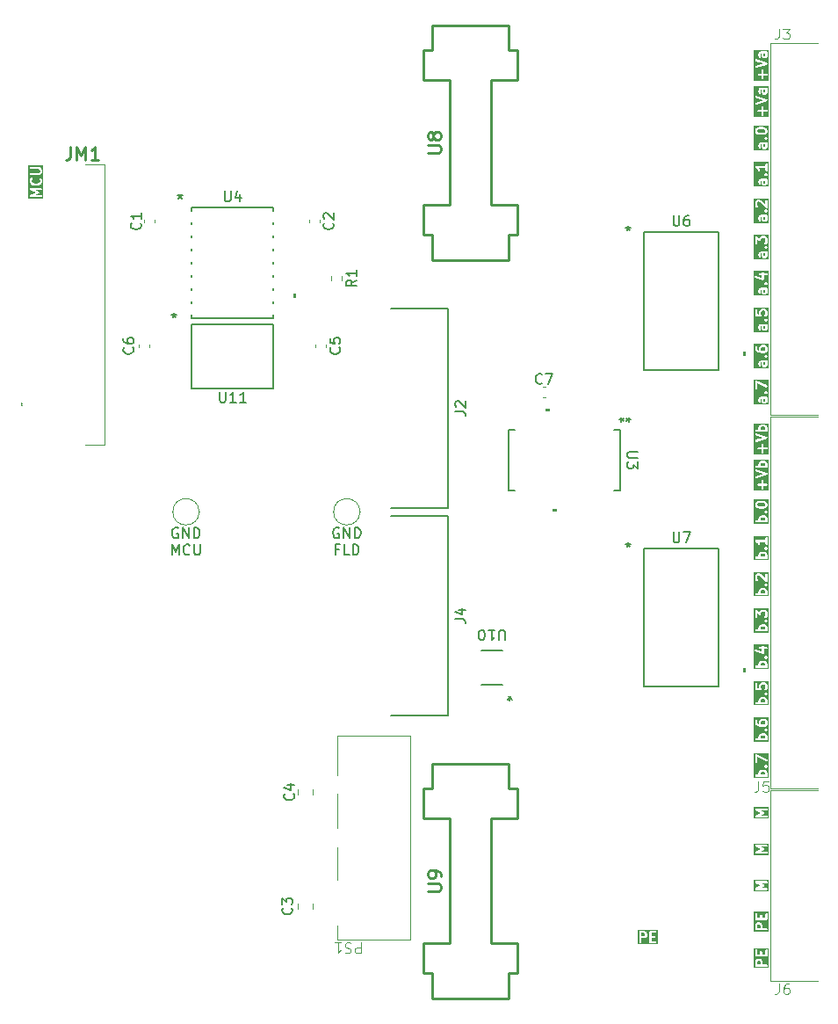
<source format=gbr>
%TF.GenerationSoftware,KiCad,Pcbnew,9.0.2*%
%TF.CreationDate,2025-06-28T16:09:41+03:00*%
%TF.ProjectId,PMCNV-DQ16src,504d434e-562d-4445-9131-367372632e6b,rev?*%
%TF.SameCoordinates,Original*%
%TF.FileFunction,Legend,Top*%
%TF.FilePolarity,Positive*%
%FSLAX46Y46*%
G04 Gerber Fmt 4.6, Leading zero omitted, Abs format (unit mm)*
G04 Created by KiCad (PCBNEW 9.0.2) date 2025-06-28 16:09:41*
%MOMM*%
%LPD*%
G01*
G04 APERTURE LIST*
%ADD10C,0.200000*%
%ADD11C,0.254000*%
%ADD12C,0.100000*%
%ADD13C,0.150000*%
%ADD14C,0.152400*%
%ADD15C,0.000000*%
%ADD16C,0.120000*%
G04 APERTURE END LIST*
D10*
G36*
X33352219Y40643060D02*
G01*
X33352219Y40452179D01*
X33330064Y40407870D01*
X33285754Y40385715D01*
X33237730Y40385715D01*
X33193421Y40407870D01*
X33171266Y40452180D01*
X33171266Y40661905D01*
X33342796Y40661905D01*
X33352219Y40643060D01*
G37*
G36*
X33663330Y38028906D02*
G01*
X32241893Y38028906D01*
X32241893Y38638557D01*
X32592235Y38638557D01*
X32592235Y38599539D01*
X32607167Y38563491D01*
X32634757Y38535901D01*
X32670805Y38520969D01*
X32690314Y38519048D01*
X32971266Y38519048D01*
X32971266Y38238096D01*
X32973187Y38218587D01*
X32988119Y38182539D01*
X33015709Y38154949D01*
X33051757Y38140017D01*
X33090775Y38140017D01*
X33126823Y38154949D01*
X33154413Y38182539D01*
X33169345Y38218587D01*
X33171266Y38238096D01*
X33171266Y38519048D01*
X33452219Y38519048D01*
X33471728Y38520969D01*
X33507776Y38535901D01*
X33535366Y38563491D01*
X33550298Y38599539D01*
X33550298Y38638557D01*
X33535366Y38674605D01*
X33507776Y38702195D01*
X33471728Y38717127D01*
X33452219Y38719048D01*
X33171266Y38719048D01*
X33171266Y39000000D01*
X33169345Y39019509D01*
X33154413Y39055557D01*
X33126823Y39083147D01*
X33090775Y39098079D01*
X33051757Y39098079D01*
X33015709Y39083147D01*
X32988119Y39055557D01*
X32973187Y39019509D01*
X32971266Y39000000D01*
X32971266Y38719048D01*
X32690314Y38719048D01*
X32670805Y38717127D01*
X32634757Y38702195D01*
X32607167Y38674605D01*
X32592235Y38638557D01*
X32241893Y38638557D01*
X32241893Y40012507D01*
X32353004Y40012507D01*
X32355770Y39973587D01*
X32373220Y39938688D01*
X32402696Y39913123D01*
X32420596Y39905132D01*
X33135991Y39666667D01*
X32420596Y39428202D01*
X32402696Y39420211D01*
X32373220Y39394646D01*
X32355770Y39359747D01*
X32353004Y39320827D01*
X32365342Y39283811D01*
X32390907Y39254335D01*
X32425806Y39236885D01*
X32464726Y39234119D01*
X32483842Y39238466D01*
X33483841Y39571799D01*
X33501742Y39579790D01*
X33507143Y39584475D01*
X33513530Y39587668D01*
X33521742Y39597137D01*
X33531218Y39605355D01*
X33534413Y39611747D01*
X33539095Y39617144D01*
X33543061Y39629042D01*
X33548667Y39640254D01*
X33549173Y39647379D01*
X33551434Y39654160D01*
X33550544Y39666667D01*
X33551434Y39679174D01*
X33549173Y39685956D01*
X33548667Y39693080D01*
X33543061Y39704293D01*
X33539095Y39716190D01*
X33534413Y39721588D01*
X33531218Y39727979D01*
X33521742Y39736198D01*
X33513530Y39745666D01*
X33507143Y39748860D01*
X33501742Y39753544D01*
X33483841Y39761535D01*
X32483842Y40094868D01*
X32464726Y40099215D01*
X32425806Y40096449D01*
X32390907Y40078999D01*
X32365342Y40049523D01*
X32353004Y40012507D01*
X32241893Y40012507D01*
X32241893Y40619048D01*
X32685552Y40619048D01*
X32685552Y40428572D01*
X32687473Y40409063D01*
X32688848Y40405743D01*
X32689103Y40402159D01*
X32696109Y40383851D01*
X32743728Y40288613D01*
X32754171Y40272023D01*
X32783648Y40246458D01*
X32820664Y40234120D01*
X32859584Y40236885D01*
X32894482Y40254334D01*
X32920047Y40283811D01*
X32932386Y40320827D01*
X32929620Y40359747D01*
X32922614Y40378056D01*
X32885552Y40452180D01*
X32885552Y40595441D01*
X32907707Y40639751D01*
X32952016Y40661905D01*
X32961843Y40661905D01*
X32971266Y40643060D01*
X32971266Y40428572D01*
X32973187Y40409063D01*
X32974562Y40405743D01*
X32974817Y40402159D01*
X32981823Y40383851D01*
X33029442Y40288613D01*
X33031495Y40285350D01*
X33032009Y40283811D01*
X33033671Y40281895D01*
X33039885Y40272023D01*
X33049355Y40263810D01*
X33057573Y40254334D01*
X33067446Y40248120D01*
X33069362Y40246458D01*
X33070900Y40245946D01*
X33074164Y40243891D01*
X33169401Y40196272D01*
X33187710Y40189266D01*
X33191293Y40189012D01*
X33194614Y40187636D01*
X33214123Y40185715D01*
X33309361Y40185715D01*
X33328870Y40187636D01*
X33332190Y40189012D01*
X33335773Y40189266D01*
X33354082Y40196272D01*
X33449321Y40243891D01*
X33452584Y40245945D01*
X33454123Y40246458D01*
X33456039Y40248121D01*
X33465911Y40254334D01*
X33474125Y40263806D01*
X33483600Y40272022D01*
X33489812Y40281893D01*
X33491476Y40283810D01*
X33491989Y40285351D01*
X33494043Y40288613D01*
X33541662Y40383850D01*
X33548668Y40402159D01*
X33548922Y40405743D01*
X33550298Y40409063D01*
X33552219Y40428572D01*
X33552219Y40666667D01*
X33550298Y40686176D01*
X33548922Y40689497D01*
X33548668Y40693080D01*
X33541662Y40711389D01*
X33539360Y40715992D01*
X33550298Y40742396D01*
X33550298Y40781414D01*
X33535366Y40817462D01*
X33507776Y40845052D01*
X33471728Y40859984D01*
X33452219Y40861905D01*
X32928409Y40861905D01*
X32908900Y40859984D01*
X32905579Y40858609D01*
X32901996Y40858354D01*
X32883687Y40851348D01*
X32788450Y40803729D01*
X32785186Y40801675D01*
X32783648Y40801162D01*
X32781732Y40799501D01*
X32771859Y40793286D01*
X32763641Y40783811D01*
X32754171Y40775597D01*
X32747957Y40765726D01*
X32746295Y40763809D01*
X32745781Y40762271D01*
X32743728Y40759007D01*
X32696109Y40663769D01*
X32689103Y40645461D01*
X32688848Y40641878D01*
X32687473Y40638557D01*
X32685552Y40619048D01*
X32241893Y40619048D01*
X32241893Y40973016D01*
X33663330Y40973016D01*
X33663330Y38028906D01*
G37*
G36*
X33297746Y8179718D02*
G01*
X33322414Y8155051D01*
X33352219Y8095441D01*
X33352219Y7952179D01*
X33342797Y7933334D01*
X32894975Y7933334D01*
X32885552Y7952180D01*
X32885552Y8095441D01*
X32915357Y8155051D01*
X32940025Y8179720D01*
X32999635Y8209524D01*
X33238135Y8209524D01*
X33297746Y8179718D01*
G37*
G36*
X33663330Y5528906D02*
G01*
X32241893Y5528906D01*
X32241893Y6138557D01*
X32592235Y6138557D01*
X32592235Y6099539D01*
X32607167Y6063491D01*
X32634757Y6035901D01*
X32670805Y6020969D01*
X32690314Y6019048D01*
X32971266Y6019048D01*
X32971266Y5738096D01*
X32973187Y5718587D01*
X32988119Y5682539D01*
X33015709Y5654949D01*
X33051757Y5640017D01*
X33090775Y5640017D01*
X33126823Y5654949D01*
X33154413Y5682539D01*
X33169345Y5718587D01*
X33171266Y5738096D01*
X33171266Y6019048D01*
X33452219Y6019048D01*
X33471728Y6020969D01*
X33507776Y6035901D01*
X33535366Y6063491D01*
X33550298Y6099539D01*
X33550298Y6138557D01*
X33535366Y6174605D01*
X33507776Y6202195D01*
X33471728Y6217127D01*
X33452219Y6219048D01*
X33171266Y6219048D01*
X33171266Y6500000D01*
X33169345Y6519509D01*
X33154413Y6555557D01*
X33126823Y6583147D01*
X33090775Y6598079D01*
X33051757Y6598079D01*
X33015709Y6583147D01*
X32988119Y6555557D01*
X32973187Y6519509D01*
X32971266Y6500000D01*
X32971266Y6219048D01*
X32690314Y6219048D01*
X32670805Y6217127D01*
X32634757Y6202195D01*
X32607167Y6174605D01*
X32592235Y6138557D01*
X32241893Y6138557D01*
X32241893Y7512507D01*
X32353004Y7512507D01*
X32355770Y7473587D01*
X32373220Y7438688D01*
X32402696Y7413123D01*
X32420596Y7405132D01*
X33135991Y7166667D01*
X32420596Y6928202D01*
X32402696Y6920211D01*
X32373220Y6894646D01*
X32355770Y6859747D01*
X32353004Y6820827D01*
X32365342Y6783811D01*
X32390907Y6754335D01*
X32425806Y6736885D01*
X32464726Y6734119D01*
X32483842Y6738466D01*
X33483841Y7071799D01*
X33501742Y7079790D01*
X33507143Y7084475D01*
X33513530Y7087668D01*
X33521742Y7097137D01*
X33531218Y7105355D01*
X33534413Y7111747D01*
X33539095Y7117144D01*
X33543061Y7129042D01*
X33548667Y7140254D01*
X33549173Y7147379D01*
X33551434Y7154160D01*
X33550544Y7166667D01*
X33551434Y7179174D01*
X33549173Y7185956D01*
X33548667Y7193080D01*
X33543061Y7204293D01*
X33539095Y7216190D01*
X33534413Y7221588D01*
X33531218Y7227979D01*
X33521742Y7236198D01*
X33513530Y7245666D01*
X33507143Y7248860D01*
X33501742Y7253544D01*
X33483841Y7261535D01*
X32483842Y7594868D01*
X32464726Y7599215D01*
X32425806Y7596449D01*
X32390907Y7578999D01*
X32365342Y7549523D01*
X32353004Y7512507D01*
X32241893Y7512507D01*
X32241893Y7852843D01*
X32354140Y7852843D01*
X32354140Y7813825D01*
X32369072Y7777777D01*
X32396662Y7750187D01*
X32432710Y7735255D01*
X32452219Y7733334D01*
X33452219Y7733334D01*
X33471728Y7735255D01*
X33507776Y7750187D01*
X33535366Y7777777D01*
X33550298Y7813825D01*
X33550298Y7852843D01*
X33539360Y7879248D01*
X33541662Y7883850D01*
X33548668Y7902159D01*
X33548922Y7905743D01*
X33550298Y7909063D01*
X33552219Y7928572D01*
X33552219Y8119048D01*
X33550298Y8138557D01*
X33548922Y8141878D01*
X33548668Y8145461D01*
X33541662Y8163770D01*
X33494043Y8259007D01*
X33488757Y8267404D01*
X33487747Y8269844D01*
X33485493Y8272590D01*
X33483600Y8275598D01*
X33481603Y8277330D01*
X33475310Y8284998D01*
X33427690Y8332616D01*
X33420020Y8338911D01*
X33418291Y8340905D01*
X33415286Y8342797D01*
X33412537Y8345053D01*
X33410093Y8346065D01*
X33401701Y8351348D01*
X33306463Y8398967D01*
X33288155Y8405973D01*
X33284571Y8406228D01*
X33281251Y8407603D01*
X33261742Y8409524D01*
X32976028Y8409524D01*
X32956519Y8407603D01*
X32953198Y8406228D01*
X32949615Y8405973D01*
X32931306Y8398967D01*
X32836069Y8351348D01*
X32827672Y8346063D01*
X32825232Y8345052D01*
X32822486Y8342799D01*
X32819478Y8340905D01*
X32817745Y8338908D01*
X32810079Y8332615D01*
X32762460Y8284997D01*
X32756165Y8277327D01*
X32754171Y8275597D01*
X32752277Y8272590D01*
X32750024Y8269843D01*
X32749013Y8267404D01*
X32743728Y8259007D01*
X32696109Y8163769D01*
X32689103Y8145461D01*
X32688848Y8141878D01*
X32687473Y8138557D01*
X32685552Y8119048D01*
X32685552Y7933334D01*
X32452219Y7933334D01*
X32432710Y7931413D01*
X32396662Y7916481D01*
X32369072Y7888891D01*
X32354140Y7852843D01*
X32241893Y7852843D01*
X32241893Y8520635D01*
X33663330Y8520635D01*
X33663330Y5528906D01*
G37*
G36*
X33352219Y14381156D02*
G01*
X33352219Y14190275D01*
X33330064Y14145966D01*
X33285754Y14123811D01*
X33237730Y14123811D01*
X33193421Y14145966D01*
X33171266Y14190276D01*
X33171266Y14400001D01*
X33342796Y14400001D01*
X33352219Y14381156D01*
G37*
G36*
X33297746Y15846385D02*
G01*
X33322414Y15821718D01*
X33352219Y15762108D01*
X33352219Y15618846D01*
X33322414Y15559237D01*
X33297746Y15534570D01*
X33238135Y15504763D01*
X33047254Y15504763D01*
X32987644Y15534568D01*
X32962976Y15559237D01*
X32933171Y15618847D01*
X32933171Y15762108D01*
X32962976Y15821718D01*
X32987644Y15846387D01*
X33047254Y15876191D01*
X33238135Y15876191D01*
X33297746Y15846385D01*
G37*
G36*
X33663330Y13812700D02*
G01*
X32241108Y13812700D01*
X32241108Y14357144D01*
X32685552Y14357144D01*
X32685552Y14166668D01*
X32687473Y14147159D01*
X32688848Y14143839D01*
X32689103Y14140255D01*
X32696109Y14121947D01*
X32743728Y14026709D01*
X32754171Y14010119D01*
X32783648Y13984554D01*
X32820664Y13972216D01*
X32859584Y13974981D01*
X32894482Y13992430D01*
X32920047Y14021907D01*
X32932386Y14058923D01*
X32929620Y14097843D01*
X32922614Y14116152D01*
X32885552Y14190276D01*
X32885552Y14333537D01*
X32907707Y14377847D01*
X32952016Y14400001D01*
X32961843Y14400001D01*
X32971266Y14381156D01*
X32971266Y14166668D01*
X32973187Y14147159D01*
X32974562Y14143839D01*
X32974817Y14140255D01*
X32981823Y14121947D01*
X33029442Y14026709D01*
X33031495Y14023446D01*
X33032009Y14021907D01*
X33033671Y14019991D01*
X33039885Y14010119D01*
X33049355Y14001906D01*
X33057573Y13992430D01*
X33067446Y13986216D01*
X33069362Y13984554D01*
X33070900Y13984042D01*
X33074164Y13981987D01*
X33169401Y13934368D01*
X33187710Y13927362D01*
X33191293Y13927108D01*
X33194614Y13925732D01*
X33214123Y13923811D01*
X33309361Y13923811D01*
X33328870Y13925732D01*
X33332190Y13927108D01*
X33335773Y13927362D01*
X33354082Y13934368D01*
X33449321Y13981987D01*
X33452584Y13984041D01*
X33454123Y13984554D01*
X33456039Y13986217D01*
X33465911Y13992430D01*
X33474125Y14001902D01*
X33483600Y14010118D01*
X33489812Y14019989D01*
X33491476Y14021906D01*
X33491989Y14023447D01*
X33494043Y14026709D01*
X33541662Y14121946D01*
X33548668Y14140255D01*
X33548922Y14143839D01*
X33550298Y14147159D01*
X33552219Y14166668D01*
X33552219Y14404763D01*
X33550298Y14424272D01*
X33548922Y14427593D01*
X33548668Y14431176D01*
X33541662Y14449485D01*
X33539360Y14454088D01*
X33550298Y14480492D01*
X33550298Y14519510D01*
X33535366Y14555558D01*
X33507776Y14583148D01*
X33471728Y14598080D01*
X33452219Y14600001D01*
X32928409Y14600001D01*
X32908900Y14598080D01*
X32905579Y14596705D01*
X32901996Y14596450D01*
X32883687Y14589444D01*
X32788450Y14541825D01*
X32785186Y14539771D01*
X32783648Y14539258D01*
X32781732Y14537597D01*
X32771859Y14531382D01*
X32763641Y14521907D01*
X32754171Y14513693D01*
X32747957Y14503822D01*
X32746295Y14501905D01*
X32745781Y14500367D01*
X32743728Y14497103D01*
X32696109Y14401865D01*
X32689103Y14383557D01*
X32688848Y14379974D01*
X32687473Y14376653D01*
X32685552Y14357144D01*
X32241108Y14357144D01*
X32241108Y14995701D01*
X33258901Y14995701D01*
X33258901Y14956683D01*
X33260385Y14953100D01*
X33273832Y14920635D01*
X33273833Y14920634D01*
X33286270Y14905481D01*
X33333890Y14857862D01*
X33349043Y14845425D01*
X33374533Y14834868D01*
X33385091Y14830494D01*
X33385092Y14830494D01*
X33424109Y14830494D01*
X33445226Y14839242D01*
X33460158Y14845426D01*
X33460162Y14845431D01*
X33475311Y14857862D01*
X33522929Y14905481D01*
X33535366Y14920634D01*
X33546735Y14948082D01*
X33550298Y14956683D01*
X33550298Y14995701D01*
X33535366Y15031749D01*
X33535366Y15031750D01*
X33522929Y15046903D01*
X33475311Y15094522D01*
X33460162Y15106954D01*
X33460158Y15106958D01*
X33445226Y15113143D01*
X33424109Y15121890D01*
X33385091Y15121890D01*
X33374533Y15117517D01*
X33349043Y15106959D01*
X33333890Y15094522D01*
X33286270Y15046903D01*
X33273833Y15031750D01*
X33273832Y15031749D01*
X33263274Y15006259D01*
X33258901Y14995701D01*
X32241108Y14995701D01*
X32241108Y15880953D01*
X32352219Y15880953D01*
X32352219Y15690477D01*
X32354140Y15670968D01*
X32355515Y15667648D01*
X32355770Y15664064D01*
X32362776Y15645756D01*
X32410395Y15550518D01*
X32415680Y15542122D01*
X32416691Y15539682D01*
X32418944Y15536936D01*
X32420838Y15533928D01*
X32422832Y15532199D01*
X32429127Y15524528D01*
X32476746Y15476910D01*
X32476798Y15476867D01*
X32476820Y15476835D01*
X32484413Y15470618D01*
X32491899Y15464473D01*
X32491933Y15464459D01*
X32491987Y15464415D01*
X32634844Y15369177D01*
X32645613Y15363435D01*
X32647600Y15361963D01*
X32649945Y15361125D01*
X32652142Y15359954D01*
X32654565Y15359475D01*
X32666060Y15355368D01*
X32856536Y15307749D01*
X32859917Y15307249D01*
X32861281Y15306684D01*
X32868631Y15305961D01*
X32875929Y15304881D01*
X32877387Y15305099D01*
X32880790Y15304763D01*
X33261742Y15304763D01*
X33281251Y15306684D01*
X33284571Y15308060D01*
X33288155Y15308314D01*
X33306463Y15315320D01*
X33401701Y15362939D01*
X33410093Y15368223D01*
X33412537Y15369234D01*
X33415286Y15371491D01*
X33418291Y15373382D01*
X33420020Y15375377D01*
X33427690Y15381671D01*
X33475310Y15429289D01*
X33481603Y15436958D01*
X33483600Y15438689D01*
X33485493Y15441698D01*
X33487747Y15444443D01*
X33488757Y15446884D01*
X33494043Y15455280D01*
X33541662Y15550517D01*
X33548668Y15568826D01*
X33548922Y15572410D01*
X33550298Y15575730D01*
X33552219Y15595239D01*
X33552219Y15785715D01*
X33550298Y15805224D01*
X33548922Y15808545D01*
X33548668Y15812128D01*
X33541662Y15830437D01*
X33494043Y15925674D01*
X33488757Y15934071D01*
X33487747Y15936511D01*
X33485493Y15939257D01*
X33483600Y15942265D01*
X33481603Y15943997D01*
X33475310Y15951665D01*
X33427690Y15999283D01*
X33420020Y16005578D01*
X33418291Y16007572D01*
X33415286Y16009464D01*
X33412537Y16011720D01*
X33410093Y16012732D01*
X33401701Y16018015D01*
X33306463Y16065634D01*
X33288155Y16072640D01*
X33284571Y16072895D01*
X33281251Y16074270D01*
X33261742Y16076191D01*
X33023647Y16076191D01*
X33004138Y16074270D01*
X33000817Y16072895D01*
X32997234Y16072640D01*
X32978925Y16065634D01*
X32883688Y16018015D01*
X32875291Y16012730D01*
X32872851Y16011719D01*
X32870105Y16009466D01*
X32867097Y16007572D01*
X32865364Y16005575D01*
X32857698Y15999282D01*
X32810079Y15951664D01*
X32803784Y15943994D01*
X32801790Y15942264D01*
X32799896Y15939257D01*
X32797643Y15936510D01*
X32796632Y15934071D01*
X32791347Y15925674D01*
X32743728Y15830436D01*
X32736722Y15812128D01*
X32736467Y15808545D01*
X32735092Y15805224D01*
X32733171Y15785715D01*
X32733171Y15595239D01*
X32735092Y15575730D01*
X32736467Y15572410D01*
X32736722Y15568826D01*
X32743728Y15550518D01*
X32748534Y15540905D01*
X32731372Y15545195D01*
X32611165Y15625333D01*
X32582024Y15654475D01*
X32552219Y15714085D01*
X32552219Y15880953D01*
X32550298Y15900462D01*
X32535366Y15936510D01*
X32507776Y15964100D01*
X32471728Y15979032D01*
X32432710Y15979032D01*
X32396662Y15964100D01*
X32369072Y15936510D01*
X32354140Y15900462D01*
X32352219Y15880953D01*
X32241108Y15880953D01*
X32241108Y16187302D01*
X33663330Y16187302D01*
X33663330Y13812700D01*
G37*
G36*
X33352219Y24881156D02*
G01*
X33352219Y24690275D01*
X33330064Y24645966D01*
X33285754Y24623811D01*
X33237730Y24623811D01*
X33193421Y24645966D01*
X33171266Y24690276D01*
X33171266Y24900001D01*
X33342796Y24900001D01*
X33352219Y24881156D01*
G37*
G36*
X33663330Y24312700D02*
G01*
X32241108Y24312700D01*
X32241108Y24857144D01*
X32685552Y24857144D01*
X32685552Y24666668D01*
X32687473Y24647159D01*
X32688848Y24643839D01*
X32689103Y24640255D01*
X32696109Y24621947D01*
X32743728Y24526709D01*
X32754171Y24510119D01*
X32783648Y24484554D01*
X32820664Y24472216D01*
X32859584Y24474981D01*
X32894482Y24492430D01*
X32920047Y24521907D01*
X32932386Y24558923D01*
X32929620Y24597843D01*
X32922614Y24616152D01*
X32885552Y24690276D01*
X32885552Y24833537D01*
X32907707Y24877847D01*
X32952016Y24900001D01*
X32961843Y24900001D01*
X32971266Y24881156D01*
X32971266Y24666668D01*
X32973187Y24647159D01*
X32974562Y24643839D01*
X32974817Y24640255D01*
X32981823Y24621947D01*
X33029442Y24526709D01*
X33031495Y24523446D01*
X33032009Y24521907D01*
X33033671Y24519991D01*
X33039885Y24510119D01*
X33049355Y24501906D01*
X33057573Y24492430D01*
X33067446Y24486216D01*
X33069362Y24484554D01*
X33070900Y24484042D01*
X33074164Y24481987D01*
X33169401Y24434368D01*
X33187710Y24427362D01*
X33191293Y24427108D01*
X33194614Y24425732D01*
X33214123Y24423811D01*
X33309361Y24423811D01*
X33328870Y24425732D01*
X33332190Y24427108D01*
X33335773Y24427362D01*
X33354082Y24434368D01*
X33449321Y24481987D01*
X33452584Y24484041D01*
X33454123Y24484554D01*
X33456039Y24486217D01*
X33465911Y24492430D01*
X33474125Y24501902D01*
X33483600Y24510118D01*
X33489812Y24519989D01*
X33491476Y24521906D01*
X33491989Y24523447D01*
X33494043Y24526709D01*
X33541662Y24621946D01*
X33548668Y24640255D01*
X33548922Y24643839D01*
X33550298Y24647159D01*
X33552219Y24666668D01*
X33552219Y24904763D01*
X33550298Y24924272D01*
X33548922Y24927593D01*
X33548668Y24931176D01*
X33541662Y24949485D01*
X33539360Y24954088D01*
X33550298Y24980492D01*
X33550298Y25019510D01*
X33535366Y25055558D01*
X33507776Y25083148D01*
X33471728Y25098080D01*
X33452219Y25100001D01*
X32928409Y25100001D01*
X32908900Y25098080D01*
X32905579Y25096705D01*
X32901996Y25096450D01*
X32883687Y25089444D01*
X32788450Y25041825D01*
X32785186Y25039771D01*
X32783648Y25039258D01*
X32781732Y25037597D01*
X32771859Y25031382D01*
X32763641Y25021907D01*
X32754171Y25013693D01*
X32747957Y25003822D01*
X32746295Y25001905D01*
X32745781Y25000367D01*
X32743728Y24997103D01*
X32696109Y24901865D01*
X32689103Y24883557D01*
X32688848Y24879974D01*
X32687473Y24876653D01*
X32685552Y24857144D01*
X32241108Y24857144D01*
X32241108Y25495701D01*
X33258901Y25495701D01*
X33258901Y25456683D01*
X33260385Y25453100D01*
X33273832Y25420635D01*
X33273833Y25420634D01*
X33286270Y25405481D01*
X33333890Y25357862D01*
X33349043Y25345425D01*
X33374533Y25334868D01*
X33385091Y25330494D01*
X33385092Y25330494D01*
X33424109Y25330494D01*
X33445226Y25339242D01*
X33460158Y25345426D01*
X33460162Y25345431D01*
X33475311Y25357862D01*
X33522929Y25405481D01*
X33535366Y25420634D01*
X33546735Y25448082D01*
X33550298Y25456683D01*
X33550298Y25495701D01*
X33535366Y25531749D01*
X33535366Y25531750D01*
X33522929Y25546903D01*
X33475311Y25594522D01*
X33460162Y25606954D01*
X33460158Y25606958D01*
X33445226Y25613143D01*
X33424109Y25621890D01*
X33385091Y25621890D01*
X33374533Y25617517D01*
X33349043Y25606959D01*
X33333890Y25594522D01*
X33286270Y25546903D01*
X33273833Y25531750D01*
X33273832Y25531749D01*
X33263274Y25506259D01*
X33258901Y25495701D01*
X32241108Y25495701D01*
X32241108Y26476191D01*
X32352219Y26476191D01*
X32352219Y25857144D01*
X32354140Y25837635D01*
X32369072Y25801587D01*
X32396662Y25773997D01*
X32432710Y25759065D01*
X32471728Y25759065D01*
X32507776Y25773997D01*
X32535366Y25801587D01*
X32550298Y25837635D01*
X32552219Y25857144D01*
X32552219Y26255815D01*
X32767321Y26067600D01*
X32775754Y26061571D01*
X32777614Y26059711D01*
X32779377Y26058981D01*
X32783268Y26056199D01*
X32798656Y26050995D01*
X32813662Y26044779D01*
X32817036Y26044779D01*
X32820229Y26043699D01*
X32836432Y26044779D01*
X32852680Y26044779D01*
X32855795Y26046070D01*
X32859161Y26046294D01*
X32873726Y26053497D01*
X32888728Y26059711D01*
X32891111Y26062095D01*
X32894136Y26063590D01*
X32904840Y26075824D01*
X32916318Y26087301D01*
X32917607Y26090415D01*
X32919830Y26092954D01*
X32925035Y26108346D01*
X32931250Y26123349D01*
X32931718Y26128109D01*
X32932330Y26129916D01*
X32932155Y26132541D01*
X32933171Y26142858D01*
X32933171Y26262108D01*
X32962976Y26321718D01*
X32987644Y26346387D01*
X33047254Y26376191D01*
X33238135Y26376191D01*
X33297746Y26346385D01*
X33322414Y26321718D01*
X33352219Y26262108D01*
X33352219Y26023608D01*
X33322414Y25963999D01*
X33286270Y25927855D01*
X33273833Y25912702D01*
X33258902Y25876654D01*
X33258901Y25837636D01*
X33273832Y25801587D01*
X33301422Y25773997D01*
X33337470Y25759066D01*
X33376488Y25759065D01*
X33412537Y25773996D01*
X33427690Y25786433D01*
X33475310Y25834051D01*
X33481603Y25841720D01*
X33483600Y25843451D01*
X33485493Y25846460D01*
X33487747Y25849205D01*
X33488757Y25851646D01*
X33494043Y25860042D01*
X33541662Y25955279D01*
X33548668Y25973588D01*
X33548922Y25977172D01*
X33550298Y25980492D01*
X33552219Y26000001D01*
X33552219Y26285715D01*
X33550298Y26305224D01*
X33548922Y26308545D01*
X33548668Y26312128D01*
X33541662Y26330437D01*
X33494043Y26425674D01*
X33488757Y26434071D01*
X33487747Y26436511D01*
X33485493Y26439257D01*
X33483600Y26442265D01*
X33481603Y26443997D01*
X33475310Y26451665D01*
X33427690Y26499283D01*
X33420020Y26505578D01*
X33418291Y26507572D01*
X33415286Y26509464D01*
X33412537Y26511720D01*
X33410093Y26512732D01*
X33401701Y26518015D01*
X33306463Y26565634D01*
X33288155Y26572640D01*
X33284571Y26572895D01*
X33281251Y26574270D01*
X33261742Y26576191D01*
X33023647Y26576191D01*
X33004138Y26574270D01*
X33000817Y26572895D01*
X32997234Y26572640D01*
X32978925Y26565634D01*
X32883688Y26518015D01*
X32875291Y26512730D01*
X32872851Y26511719D01*
X32870105Y26509466D01*
X32867097Y26507572D01*
X32865364Y26505575D01*
X32857698Y26499282D01*
X32810079Y26451664D01*
X32803784Y26443994D01*
X32801790Y26442264D01*
X32799896Y26439257D01*
X32797643Y26436510D01*
X32796632Y26434071D01*
X32791347Y26425674D01*
X32751923Y26346827D01*
X32518069Y26551449D01*
X32509635Y26557479D01*
X32507776Y26559338D01*
X32506012Y26560069D01*
X32502122Y26562850D01*
X32486733Y26568055D01*
X32471728Y26574270D01*
X32468354Y26574270D01*
X32465161Y26575350D01*
X32448958Y26574270D01*
X32432710Y26574270D01*
X32429594Y26572980D01*
X32426229Y26572755D01*
X32411668Y26565555D01*
X32396662Y26559338D01*
X32394277Y26556954D01*
X32391254Y26555458D01*
X32380556Y26543233D01*
X32369072Y26531748D01*
X32367781Y26528634D01*
X32365560Y26526094D01*
X32360355Y26510706D01*
X32354140Y26495700D01*
X32353671Y26490941D01*
X32353060Y26489133D01*
X32353234Y26486509D01*
X32352219Y26476191D01*
X32241108Y26476191D01*
X32241108Y26687302D01*
X33663330Y26687302D01*
X33663330Y24312700D01*
G37*
G36*
X33352219Y21381156D02*
G01*
X33352219Y21190275D01*
X33330064Y21145966D01*
X33285754Y21123811D01*
X33237730Y21123811D01*
X33193421Y21145966D01*
X33171266Y21190276D01*
X33171266Y21400001D01*
X33342796Y21400001D01*
X33352219Y21381156D01*
G37*
G36*
X33663330Y20812700D02*
G01*
X32194274Y20812700D01*
X32194274Y21357144D01*
X32685552Y21357144D01*
X32685552Y21166668D01*
X32687473Y21147159D01*
X32688848Y21143839D01*
X32689103Y21140255D01*
X32696109Y21121947D01*
X32743728Y21026709D01*
X32754171Y21010119D01*
X32783648Y20984554D01*
X32820664Y20972216D01*
X32859584Y20974981D01*
X32894482Y20992430D01*
X32920047Y21021907D01*
X32932386Y21058923D01*
X32929620Y21097843D01*
X32922614Y21116152D01*
X32885552Y21190276D01*
X32885552Y21333537D01*
X32907707Y21377847D01*
X32952016Y21400001D01*
X32961843Y21400001D01*
X32971266Y21381156D01*
X32971266Y21166668D01*
X32973187Y21147159D01*
X32974562Y21143839D01*
X32974817Y21140255D01*
X32981823Y21121947D01*
X33029442Y21026709D01*
X33031495Y21023446D01*
X33032009Y21021907D01*
X33033671Y21019991D01*
X33039885Y21010119D01*
X33049355Y21001906D01*
X33057573Y20992430D01*
X33067446Y20986216D01*
X33069362Y20984554D01*
X33070900Y20984042D01*
X33074164Y20981987D01*
X33169401Y20934368D01*
X33187710Y20927362D01*
X33191293Y20927108D01*
X33194614Y20925732D01*
X33214123Y20923811D01*
X33309361Y20923811D01*
X33328870Y20925732D01*
X33332190Y20927108D01*
X33335773Y20927362D01*
X33354082Y20934368D01*
X33449321Y20981987D01*
X33452584Y20984041D01*
X33454123Y20984554D01*
X33456039Y20986217D01*
X33465911Y20992430D01*
X33474125Y21001902D01*
X33483600Y21010118D01*
X33489812Y21019989D01*
X33491476Y21021906D01*
X33491989Y21023447D01*
X33494043Y21026709D01*
X33541662Y21121946D01*
X33548668Y21140255D01*
X33548922Y21143839D01*
X33550298Y21147159D01*
X33552219Y21166668D01*
X33552219Y21404763D01*
X33550298Y21424272D01*
X33548922Y21427593D01*
X33548668Y21431176D01*
X33541662Y21449485D01*
X33539360Y21454088D01*
X33550298Y21480492D01*
X33550298Y21519510D01*
X33535366Y21555558D01*
X33507776Y21583148D01*
X33471728Y21598080D01*
X33452219Y21600001D01*
X32928409Y21600001D01*
X32908900Y21598080D01*
X32905579Y21596705D01*
X32901996Y21596450D01*
X32883687Y21589444D01*
X32788450Y21541825D01*
X32785186Y21539771D01*
X32783648Y21539258D01*
X32781732Y21537597D01*
X32771859Y21531382D01*
X32763641Y21521907D01*
X32754171Y21513693D01*
X32747957Y21503822D01*
X32746295Y21501905D01*
X32745781Y21500367D01*
X32743728Y21497103D01*
X32696109Y21401865D01*
X32689103Y21383557D01*
X32688848Y21379974D01*
X32687473Y21376653D01*
X32685552Y21357144D01*
X32194274Y21357144D01*
X32194274Y21995701D01*
X33258901Y21995701D01*
X33258901Y21956683D01*
X33260385Y21953100D01*
X33273832Y21920635D01*
X33273833Y21920634D01*
X33286270Y21905481D01*
X33333890Y21857862D01*
X33349043Y21845425D01*
X33374533Y21834868D01*
X33385091Y21830494D01*
X33385092Y21830494D01*
X33424109Y21830494D01*
X33445226Y21839242D01*
X33460158Y21845426D01*
X33460162Y21845431D01*
X33475311Y21857862D01*
X33522929Y21905481D01*
X33535366Y21920634D01*
X33546735Y21948082D01*
X33550298Y21956683D01*
X33550298Y21995701D01*
X33535366Y22031749D01*
X33535366Y22031750D01*
X33522929Y22046903D01*
X33475311Y22094522D01*
X33460162Y22106954D01*
X33460158Y22106958D01*
X33445226Y22113143D01*
X33424109Y22121890D01*
X33385091Y22121890D01*
X33374533Y22117517D01*
X33349043Y22106959D01*
X33333890Y22094522D01*
X33286270Y22046903D01*
X33273833Y22031750D01*
X33273832Y22031749D01*
X33263274Y22006259D01*
X33258901Y21995701D01*
X32194274Y21995701D01*
X32194274Y22655365D01*
X32305385Y22655365D01*
X32308151Y22616445D01*
X32325601Y22581546D01*
X32355077Y22555981D01*
X32372977Y22547990D01*
X33087262Y22309895D01*
X33096934Y22307696D01*
X33099376Y22306684D01*
X33101382Y22306684D01*
X33106377Y22305548D01*
X33122361Y22306684D01*
X33138394Y22306684D01*
X33141714Y22308060D01*
X33145297Y22308314D01*
X33159627Y22315480D01*
X33174442Y22321616D01*
X33176983Y22324158D01*
X33180196Y22325764D01*
X33190693Y22337868D01*
X33202032Y22349206D01*
X33203407Y22352527D01*
X33205761Y22355240D01*
X33210828Y22370442D01*
X33216964Y22385254D01*
X33217466Y22390355D01*
X33218100Y22392256D01*
X33217912Y22394890D01*
X33218885Y22404763D01*
X33218885Y22780953D01*
X33452219Y22780953D01*
X33471728Y22782874D01*
X33507776Y22797806D01*
X33535366Y22825396D01*
X33550298Y22861444D01*
X33550298Y22900462D01*
X33535366Y22936510D01*
X33507776Y22964100D01*
X33471728Y22979032D01*
X33452219Y22980953D01*
X33218885Y22980953D01*
X33218885Y23023810D01*
X33216964Y23043319D01*
X33202032Y23079367D01*
X33174442Y23106957D01*
X33138394Y23121889D01*
X33099376Y23121889D01*
X33063328Y23106957D01*
X33035738Y23079367D01*
X33020806Y23043319D01*
X33018885Y23023810D01*
X33018885Y22980953D01*
X32785552Y22980953D01*
X32766043Y22979032D01*
X32729995Y22964100D01*
X32702405Y22936510D01*
X32687473Y22900462D01*
X32687473Y22861444D01*
X32702405Y22825396D01*
X32729995Y22797806D01*
X32766043Y22782874D01*
X32785552Y22780953D01*
X33018885Y22780953D01*
X33018885Y22543506D01*
X32436223Y22737726D01*
X32417107Y22742073D01*
X32378187Y22739307D01*
X32343288Y22721857D01*
X32317723Y22692381D01*
X32305385Y22655365D01*
X32194274Y22655365D01*
X32194274Y23233000D01*
X33663330Y23233000D01*
X33663330Y20812700D01*
G37*
G36*
X33352219Y44143060D02*
G01*
X33352219Y43952179D01*
X33330064Y43907870D01*
X33285754Y43885715D01*
X33237730Y43885715D01*
X33193421Y43907870D01*
X33171266Y43952180D01*
X33171266Y44161905D01*
X33342796Y44161905D01*
X33352219Y44143060D01*
G37*
G36*
X33663330Y41528906D02*
G01*
X32241893Y41528906D01*
X32241893Y42138557D01*
X32592235Y42138557D01*
X32592235Y42099539D01*
X32607167Y42063491D01*
X32634757Y42035901D01*
X32670805Y42020969D01*
X32690314Y42019048D01*
X32971266Y42019048D01*
X32971266Y41738096D01*
X32973187Y41718587D01*
X32988119Y41682539D01*
X33015709Y41654949D01*
X33051757Y41640017D01*
X33090775Y41640017D01*
X33126823Y41654949D01*
X33154413Y41682539D01*
X33169345Y41718587D01*
X33171266Y41738096D01*
X33171266Y42019048D01*
X33452219Y42019048D01*
X33471728Y42020969D01*
X33507776Y42035901D01*
X33535366Y42063491D01*
X33550298Y42099539D01*
X33550298Y42138557D01*
X33535366Y42174605D01*
X33507776Y42202195D01*
X33471728Y42217127D01*
X33452219Y42219048D01*
X33171266Y42219048D01*
X33171266Y42500000D01*
X33169345Y42519509D01*
X33154413Y42555557D01*
X33126823Y42583147D01*
X33090775Y42598079D01*
X33051757Y42598079D01*
X33015709Y42583147D01*
X32988119Y42555557D01*
X32973187Y42519509D01*
X32971266Y42500000D01*
X32971266Y42219048D01*
X32690314Y42219048D01*
X32670805Y42217127D01*
X32634757Y42202195D01*
X32607167Y42174605D01*
X32592235Y42138557D01*
X32241893Y42138557D01*
X32241893Y43512507D01*
X32353004Y43512507D01*
X32355770Y43473587D01*
X32373220Y43438688D01*
X32402696Y43413123D01*
X32420596Y43405132D01*
X33135991Y43166667D01*
X32420596Y42928202D01*
X32402696Y42920211D01*
X32373220Y42894646D01*
X32355770Y42859747D01*
X32353004Y42820827D01*
X32365342Y42783811D01*
X32390907Y42754335D01*
X32425806Y42736885D01*
X32464726Y42734119D01*
X32483842Y42738466D01*
X33483841Y43071799D01*
X33501742Y43079790D01*
X33507143Y43084475D01*
X33513530Y43087668D01*
X33521742Y43097137D01*
X33531218Y43105355D01*
X33534413Y43111747D01*
X33539095Y43117144D01*
X33543061Y43129042D01*
X33548667Y43140254D01*
X33549173Y43147379D01*
X33551434Y43154160D01*
X33550544Y43166667D01*
X33551434Y43179174D01*
X33549173Y43185956D01*
X33548667Y43193080D01*
X33543061Y43204293D01*
X33539095Y43216190D01*
X33534413Y43221588D01*
X33531218Y43227979D01*
X33521742Y43236198D01*
X33513530Y43245666D01*
X33507143Y43248860D01*
X33501742Y43253544D01*
X33483841Y43261535D01*
X32483842Y43594868D01*
X32464726Y43599215D01*
X32425806Y43596449D01*
X32390907Y43578999D01*
X32365342Y43549523D01*
X32353004Y43512507D01*
X32241893Y43512507D01*
X32241893Y44119048D01*
X32685552Y44119048D01*
X32685552Y43928572D01*
X32687473Y43909063D01*
X32688848Y43905743D01*
X32689103Y43902159D01*
X32696109Y43883851D01*
X32743728Y43788613D01*
X32754171Y43772023D01*
X32783648Y43746458D01*
X32820664Y43734120D01*
X32859584Y43736885D01*
X32894482Y43754334D01*
X32920047Y43783811D01*
X32932386Y43820827D01*
X32929620Y43859747D01*
X32922614Y43878056D01*
X32885552Y43952180D01*
X32885552Y44095441D01*
X32907707Y44139751D01*
X32952016Y44161905D01*
X32961843Y44161905D01*
X32971266Y44143060D01*
X32971266Y43928572D01*
X32973187Y43909063D01*
X32974562Y43905743D01*
X32974817Y43902159D01*
X32981823Y43883851D01*
X33029442Y43788613D01*
X33031495Y43785350D01*
X33032009Y43783811D01*
X33033671Y43781895D01*
X33039885Y43772023D01*
X33049355Y43763810D01*
X33057573Y43754334D01*
X33067446Y43748120D01*
X33069362Y43746458D01*
X33070900Y43745946D01*
X33074164Y43743891D01*
X33169401Y43696272D01*
X33187710Y43689266D01*
X33191293Y43689012D01*
X33194614Y43687636D01*
X33214123Y43685715D01*
X33309361Y43685715D01*
X33328870Y43687636D01*
X33332190Y43689012D01*
X33335773Y43689266D01*
X33354082Y43696272D01*
X33449321Y43743891D01*
X33452584Y43745945D01*
X33454123Y43746458D01*
X33456039Y43748121D01*
X33465911Y43754334D01*
X33474125Y43763806D01*
X33483600Y43772022D01*
X33489812Y43781893D01*
X33491476Y43783810D01*
X33491989Y43785351D01*
X33494043Y43788613D01*
X33541662Y43883850D01*
X33548668Y43902159D01*
X33548922Y43905743D01*
X33550298Y43909063D01*
X33552219Y43928572D01*
X33552219Y44166667D01*
X33550298Y44186176D01*
X33548922Y44189497D01*
X33548668Y44193080D01*
X33541662Y44211389D01*
X33539360Y44215992D01*
X33550298Y44242396D01*
X33550298Y44281414D01*
X33535366Y44317462D01*
X33507776Y44345052D01*
X33471728Y44359984D01*
X33452219Y44361905D01*
X32928409Y44361905D01*
X32908900Y44359984D01*
X32905579Y44358609D01*
X32901996Y44358354D01*
X32883687Y44351348D01*
X32788450Y44303729D01*
X32785186Y44301675D01*
X32783648Y44301162D01*
X32781732Y44299501D01*
X32771859Y44293286D01*
X32763641Y44283811D01*
X32754171Y44275597D01*
X32747957Y44265726D01*
X32746295Y44263809D01*
X32745781Y44262271D01*
X32743728Y44259007D01*
X32696109Y44163769D01*
X32689103Y44145461D01*
X32688848Y44141878D01*
X32687473Y44138557D01*
X32685552Y44119048D01*
X32241893Y44119048D01*
X32241893Y44473016D01*
X33663330Y44473016D01*
X33663330Y41528906D01*
G37*
G36*
X32821554Y-43272662D02*
G01*
X32846223Y-43297330D01*
X32876028Y-43356940D01*
X32876028Y-43614285D01*
X32552219Y-43614285D01*
X32552219Y-43356940D01*
X32582024Y-43297330D01*
X32606692Y-43272661D01*
X32666302Y-43242857D01*
X32761945Y-43242857D01*
X32821554Y-43272662D01*
G37*
G36*
X33663330Y-43925396D02*
G01*
X32241108Y-43925396D01*
X32241108Y-43333333D01*
X32352219Y-43333333D01*
X32352219Y-43714285D01*
X32354140Y-43733794D01*
X32369072Y-43769842D01*
X32396662Y-43797432D01*
X32432710Y-43812364D01*
X32452219Y-43814285D01*
X33452219Y-43814285D01*
X33471728Y-43812364D01*
X33507776Y-43797432D01*
X33535366Y-43769842D01*
X33550298Y-43733794D01*
X33550298Y-43694776D01*
X33535366Y-43658728D01*
X33507776Y-43631138D01*
X33471728Y-43616206D01*
X33452219Y-43614285D01*
X33076028Y-43614285D01*
X33076028Y-43333333D01*
X33074107Y-43313824D01*
X33072731Y-43310503D01*
X33072477Y-43306920D01*
X33065471Y-43288611D01*
X33017852Y-43193374D01*
X33012566Y-43184977D01*
X33011556Y-43182537D01*
X33009302Y-43179791D01*
X33007409Y-43176783D01*
X33005411Y-43175050D01*
X32999119Y-43167384D01*
X32951501Y-43119765D01*
X32943830Y-43113470D01*
X32942101Y-43111476D01*
X32939093Y-43109582D01*
X32936347Y-43107329D01*
X32933907Y-43106318D01*
X32925511Y-43101033D01*
X32830273Y-43053414D01*
X32811965Y-43046408D01*
X32808381Y-43046153D01*
X32805061Y-43044778D01*
X32785552Y-43042857D01*
X32642695Y-43042857D01*
X32623186Y-43044778D01*
X32619865Y-43046153D01*
X32616282Y-43046408D01*
X32597973Y-43053414D01*
X32502736Y-43101033D01*
X32494339Y-43106318D01*
X32491899Y-43107329D01*
X32489153Y-43109582D01*
X32486145Y-43111476D01*
X32484412Y-43113473D01*
X32476746Y-43119766D01*
X32429127Y-43167384D01*
X32422832Y-43175054D01*
X32420838Y-43176784D01*
X32418944Y-43179791D01*
X32416691Y-43182538D01*
X32415680Y-43184977D01*
X32410395Y-43193374D01*
X32362776Y-43288612D01*
X32355770Y-43306920D01*
X32355515Y-43310503D01*
X32354140Y-43313824D01*
X32352219Y-43333333D01*
X32241108Y-43333333D01*
X32241108Y-42238095D01*
X32352219Y-42238095D01*
X32352219Y-42714285D01*
X32354140Y-42733794D01*
X32369072Y-42769842D01*
X32396662Y-42797432D01*
X32432710Y-42812364D01*
X32452219Y-42814285D01*
X33452219Y-42814285D01*
X33471728Y-42812364D01*
X33507776Y-42797432D01*
X33535366Y-42769842D01*
X33550298Y-42733794D01*
X33552219Y-42714285D01*
X33552219Y-42238095D01*
X33550298Y-42218586D01*
X33535366Y-42182538D01*
X33507776Y-42154948D01*
X33471728Y-42140016D01*
X33432710Y-42140016D01*
X33396662Y-42154948D01*
X33369072Y-42182538D01*
X33354140Y-42218586D01*
X33352219Y-42238095D01*
X33352219Y-42614285D01*
X33028409Y-42614285D01*
X33028409Y-42380952D01*
X33026488Y-42361443D01*
X33011556Y-42325395D01*
X32983966Y-42297805D01*
X32947918Y-42282873D01*
X32908900Y-42282873D01*
X32872852Y-42297805D01*
X32845262Y-42325395D01*
X32830330Y-42361443D01*
X32828409Y-42380952D01*
X32828409Y-42614285D01*
X32552219Y-42614285D01*
X32552219Y-42238095D01*
X32550298Y-42218586D01*
X32535366Y-42182538D01*
X32507776Y-42154948D01*
X32471728Y-42140016D01*
X32432710Y-42140016D01*
X32396662Y-42154948D01*
X32369072Y-42182538D01*
X32354140Y-42218586D01*
X32352219Y-42238095D01*
X32241108Y-42238095D01*
X32241108Y-42028905D01*
X33663330Y-42028905D01*
X33663330Y-43925396D01*
G37*
G36*
X33661409Y-29544443D02*
G01*
X32242267Y-29544443D01*
X32242267Y-28681849D01*
X32353378Y-28681849D01*
X32354140Y-28683944D01*
X32354140Y-28686175D01*
X32360784Y-28702216D01*
X32366713Y-28718518D01*
X32368218Y-28720161D01*
X32369072Y-28722223D01*
X32381345Y-28734496D01*
X32393064Y-28747293D01*
X32395708Y-28748859D01*
X32396662Y-28749813D01*
X32398843Y-28750716D01*
X32409930Y-28757284D01*
X32930034Y-28999999D01*
X32409930Y-29242714D01*
X32398843Y-29249281D01*
X32396662Y-29250185D01*
X32395708Y-29251138D01*
X32393064Y-29252705D01*
X32381345Y-29265501D01*
X32369072Y-29277775D01*
X32368218Y-29279836D01*
X32366713Y-29281480D01*
X32360784Y-29297781D01*
X32354140Y-29313823D01*
X32354140Y-29316053D01*
X32353378Y-29318149D01*
X32354140Y-29335488D01*
X32354140Y-29352841D01*
X32354993Y-29354900D01*
X32355091Y-29357129D01*
X32362432Y-29372859D01*
X32369072Y-29388889D01*
X32370648Y-29390465D01*
X32371592Y-29392487D01*
X32384388Y-29404205D01*
X32396662Y-29416479D01*
X32398723Y-29417332D01*
X32400367Y-29418838D01*
X32416668Y-29424766D01*
X32432710Y-29431411D01*
X32435768Y-29431712D01*
X32437036Y-29432173D01*
X32439395Y-29432069D01*
X32452219Y-29433332D01*
X33452219Y-29433332D01*
X33471728Y-29431411D01*
X33507776Y-29416479D01*
X33535366Y-29388889D01*
X33550298Y-29352841D01*
X33550298Y-29313823D01*
X33535366Y-29277775D01*
X33507776Y-29250185D01*
X33471728Y-29235253D01*
X33452219Y-29233332D01*
X32902975Y-29233332D01*
X33208793Y-29090617D01*
X33215934Y-29086386D01*
X33218356Y-29085506D01*
X33220068Y-29083937D01*
X33225659Y-29080626D01*
X33235919Y-29069421D01*
X33247132Y-29059154D01*
X33249011Y-29055126D01*
X33252011Y-29051851D01*
X33257202Y-29037575D01*
X33263632Y-29023797D01*
X33263827Y-29019356D01*
X33265345Y-29015182D01*
X33264677Y-28999999D01*
X33265345Y-28984816D01*
X33263827Y-28980641D01*
X33263632Y-28976201D01*
X33257202Y-28962422D01*
X33252011Y-28948147D01*
X33249011Y-28944871D01*
X33247132Y-28940844D01*
X33235919Y-28930576D01*
X33225659Y-28919372D01*
X33220068Y-28916060D01*
X33218356Y-28914492D01*
X33215934Y-28913611D01*
X33208793Y-28909381D01*
X32902975Y-28766666D01*
X33452219Y-28766666D01*
X33471728Y-28764745D01*
X33507776Y-28749813D01*
X33535366Y-28722223D01*
X33550298Y-28686175D01*
X33550298Y-28647157D01*
X33535366Y-28611109D01*
X33507776Y-28583519D01*
X33471728Y-28568587D01*
X33452219Y-28566666D01*
X32452219Y-28566666D01*
X32439395Y-28567928D01*
X32437036Y-28567825D01*
X32435768Y-28568285D01*
X32432710Y-28568587D01*
X32416668Y-28575231D01*
X32400367Y-28581160D01*
X32398723Y-28582665D01*
X32396662Y-28583519D01*
X32384388Y-28595792D01*
X32371592Y-28607511D01*
X32370648Y-28609532D01*
X32369072Y-28611109D01*
X32362432Y-28627138D01*
X32355091Y-28642869D01*
X32354993Y-28645097D01*
X32354140Y-28647157D01*
X32354140Y-28664509D01*
X32353378Y-28681849D01*
X32242267Y-28681849D01*
X32242267Y-28455555D01*
X33661409Y-28455555D01*
X33661409Y-29544443D01*
G37*
G36*
X33661409Y-33044443D02*
G01*
X32242267Y-33044443D01*
X32242267Y-32181849D01*
X32353378Y-32181849D01*
X32354140Y-32183944D01*
X32354140Y-32186175D01*
X32360784Y-32202216D01*
X32366713Y-32218518D01*
X32368218Y-32220161D01*
X32369072Y-32222223D01*
X32381345Y-32234496D01*
X32393064Y-32247293D01*
X32395708Y-32248859D01*
X32396662Y-32249813D01*
X32398843Y-32250716D01*
X32409930Y-32257284D01*
X32930034Y-32499999D01*
X32409930Y-32742714D01*
X32398843Y-32749281D01*
X32396662Y-32750185D01*
X32395708Y-32751138D01*
X32393064Y-32752705D01*
X32381345Y-32765501D01*
X32369072Y-32777775D01*
X32368218Y-32779836D01*
X32366713Y-32781480D01*
X32360784Y-32797781D01*
X32354140Y-32813823D01*
X32354140Y-32816053D01*
X32353378Y-32818149D01*
X32354140Y-32835488D01*
X32354140Y-32852841D01*
X32354993Y-32854900D01*
X32355091Y-32857129D01*
X32362432Y-32872859D01*
X32369072Y-32888889D01*
X32370648Y-32890465D01*
X32371592Y-32892487D01*
X32384388Y-32904205D01*
X32396662Y-32916479D01*
X32398723Y-32917332D01*
X32400367Y-32918838D01*
X32416668Y-32924766D01*
X32432710Y-32931411D01*
X32435768Y-32931712D01*
X32437036Y-32932173D01*
X32439395Y-32932069D01*
X32452219Y-32933332D01*
X33452219Y-32933332D01*
X33471728Y-32931411D01*
X33507776Y-32916479D01*
X33535366Y-32888889D01*
X33550298Y-32852841D01*
X33550298Y-32813823D01*
X33535366Y-32777775D01*
X33507776Y-32750185D01*
X33471728Y-32735253D01*
X33452219Y-32733332D01*
X32902975Y-32733332D01*
X33208793Y-32590617D01*
X33215934Y-32586386D01*
X33218356Y-32585506D01*
X33220068Y-32583937D01*
X33225659Y-32580626D01*
X33235919Y-32569421D01*
X33247132Y-32559154D01*
X33249011Y-32555126D01*
X33252011Y-32551851D01*
X33257202Y-32537575D01*
X33263632Y-32523797D01*
X33263827Y-32519356D01*
X33265345Y-32515182D01*
X33264677Y-32499999D01*
X33265345Y-32484816D01*
X33263827Y-32480641D01*
X33263632Y-32476201D01*
X33257202Y-32462422D01*
X33252011Y-32448147D01*
X33249011Y-32444871D01*
X33247132Y-32440844D01*
X33235919Y-32430576D01*
X33225659Y-32419372D01*
X33220068Y-32416060D01*
X33218356Y-32414492D01*
X33215934Y-32413611D01*
X33208793Y-32409381D01*
X32902975Y-32266666D01*
X33452219Y-32266666D01*
X33471728Y-32264745D01*
X33507776Y-32249813D01*
X33535366Y-32222223D01*
X33550298Y-32186175D01*
X33550298Y-32147157D01*
X33535366Y-32111109D01*
X33507776Y-32083519D01*
X33471728Y-32068587D01*
X33452219Y-32066666D01*
X32452219Y-32066666D01*
X32439395Y-32067928D01*
X32437036Y-32067825D01*
X32435768Y-32068285D01*
X32432710Y-32068587D01*
X32416668Y-32075231D01*
X32400367Y-32081160D01*
X32398723Y-32082665D01*
X32396662Y-32083519D01*
X32384388Y-32095792D01*
X32371592Y-32107511D01*
X32370648Y-32109532D01*
X32369072Y-32111109D01*
X32362432Y-32127138D01*
X32355091Y-32142869D01*
X32354993Y-32145097D01*
X32354140Y-32147157D01*
X32354140Y-32164509D01*
X32353378Y-32181849D01*
X32242267Y-32181849D01*
X32242267Y-31955555D01*
X33661409Y-31955555D01*
X33661409Y-33044443D01*
G37*
G36*
X33352219Y10881156D02*
G01*
X33352219Y10690275D01*
X33330064Y10645966D01*
X33285754Y10623811D01*
X33237730Y10623811D01*
X33193421Y10645966D01*
X33171266Y10690276D01*
X33171266Y10900001D01*
X33342796Y10900001D01*
X33352219Y10881156D01*
G37*
G36*
X33663330Y10312700D02*
G01*
X32241108Y10312700D01*
X32241108Y10857144D01*
X32685552Y10857144D01*
X32685552Y10666668D01*
X32687473Y10647159D01*
X32688848Y10643839D01*
X32689103Y10640255D01*
X32696109Y10621947D01*
X32743728Y10526709D01*
X32754171Y10510119D01*
X32783648Y10484554D01*
X32820664Y10472216D01*
X32859584Y10474981D01*
X32894482Y10492430D01*
X32920047Y10521907D01*
X32932386Y10558923D01*
X32929620Y10597843D01*
X32922614Y10616152D01*
X32885552Y10690276D01*
X32885552Y10833537D01*
X32907707Y10877847D01*
X32952016Y10900001D01*
X32961843Y10900001D01*
X32971266Y10881156D01*
X32971266Y10666668D01*
X32973187Y10647159D01*
X32974562Y10643839D01*
X32974817Y10640255D01*
X32981823Y10621947D01*
X33029442Y10526709D01*
X33031495Y10523446D01*
X33032009Y10521907D01*
X33033671Y10519991D01*
X33039885Y10510119D01*
X33049355Y10501906D01*
X33057573Y10492430D01*
X33067446Y10486216D01*
X33069362Y10484554D01*
X33070900Y10484042D01*
X33074164Y10481987D01*
X33169401Y10434368D01*
X33187710Y10427362D01*
X33191293Y10427108D01*
X33194614Y10425732D01*
X33214123Y10423811D01*
X33309361Y10423811D01*
X33328870Y10425732D01*
X33332190Y10427108D01*
X33335773Y10427362D01*
X33354082Y10434368D01*
X33449321Y10481987D01*
X33452584Y10484041D01*
X33454123Y10484554D01*
X33456039Y10486217D01*
X33465911Y10492430D01*
X33474125Y10501902D01*
X33483600Y10510118D01*
X33489812Y10519989D01*
X33491476Y10521906D01*
X33491989Y10523447D01*
X33494043Y10526709D01*
X33541662Y10621946D01*
X33548668Y10640255D01*
X33548922Y10643839D01*
X33550298Y10647159D01*
X33552219Y10666668D01*
X33552219Y10904763D01*
X33550298Y10924272D01*
X33548922Y10927593D01*
X33548668Y10931176D01*
X33541662Y10949485D01*
X33539360Y10954088D01*
X33550298Y10980492D01*
X33550298Y11019510D01*
X33535366Y11055558D01*
X33507776Y11083148D01*
X33471728Y11098080D01*
X33452219Y11100001D01*
X32928409Y11100001D01*
X32908900Y11098080D01*
X32905579Y11096705D01*
X32901996Y11096450D01*
X32883687Y11089444D01*
X32788450Y11041825D01*
X32785186Y11039771D01*
X32783648Y11039258D01*
X32781732Y11037597D01*
X32771859Y11031382D01*
X32763641Y11021907D01*
X32754171Y11013693D01*
X32747957Y11003822D01*
X32746295Y11001905D01*
X32745781Y11000367D01*
X32743728Y10997103D01*
X32696109Y10901865D01*
X32689103Y10883557D01*
X32688848Y10879974D01*
X32687473Y10876653D01*
X32685552Y10857144D01*
X32241108Y10857144D01*
X32241108Y11495701D01*
X33258901Y11495701D01*
X33258901Y11456683D01*
X33260385Y11453100D01*
X33273832Y11420635D01*
X33273833Y11420634D01*
X33286270Y11405481D01*
X33333890Y11357862D01*
X33349043Y11345425D01*
X33374533Y11334868D01*
X33385091Y11330494D01*
X33385092Y11330494D01*
X33424109Y11330494D01*
X33445226Y11339242D01*
X33460158Y11345426D01*
X33460162Y11345431D01*
X33475311Y11357862D01*
X33522929Y11405481D01*
X33535366Y11420634D01*
X33546735Y11448082D01*
X33550298Y11456683D01*
X33550298Y11495701D01*
X33535366Y11531749D01*
X33535366Y11531750D01*
X33522929Y11546903D01*
X33475311Y11594522D01*
X33460162Y11606954D01*
X33460158Y11606958D01*
X33445226Y11613143D01*
X33424109Y11621890D01*
X33385091Y11621890D01*
X33374533Y11617517D01*
X33349043Y11606959D01*
X33333890Y11594522D01*
X33286270Y11546903D01*
X33273833Y11531750D01*
X33273832Y11531749D01*
X33263274Y11506259D01*
X33258901Y11495701D01*
X32241108Y11495701D01*
X32241108Y12523810D01*
X32352219Y12523810D01*
X32352219Y11857144D01*
X32354140Y11837635D01*
X32369072Y11801587D01*
X32396662Y11773997D01*
X32432710Y11759065D01*
X32471728Y11759065D01*
X32507776Y11773997D01*
X32535366Y11801587D01*
X32550298Y11837635D01*
X32552219Y11857144D01*
X32552219Y12372156D01*
X33412827Y12003325D01*
X33431515Y11997405D01*
X33470530Y11996930D01*
X33506758Y12011421D01*
X33534682Y12038672D01*
X33550052Y12074536D01*
X33550528Y12113551D01*
X33536037Y12149778D01*
X33508785Y12177703D01*
X33491611Y12187154D01*
X32491611Y12615725D01*
X32472923Y12621644D01*
X32472301Y12621652D01*
X32471728Y12621889D01*
X32452799Y12621889D01*
X32433907Y12622119D01*
X32433332Y12621889D01*
X32432710Y12621889D01*
X32415212Y12614642D01*
X32397680Y12607628D01*
X32397236Y12607195D01*
X32396662Y12606957D01*
X32383303Y12593599D01*
X32369755Y12580377D01*
X32369509Y12579805D01*
X32369072Y12579367D01*
X32361851Y12561936D01*
X32354385Y12544514D01*
X32354377Y12543893D01*
X32354140Y12543319D01*
X32352219Y12523810D01*
X32241108Y12523810D01*
X32241108Y12733230D01*
X33663330Y12733230D01*
X33663330Y10312700D01*
G37*
G36*
X33297746Y-25082186D02*
G01*
X33322414Y-25106853D01*
X33352219Y-25166463D01*
X33352219Y-25309725D01*
X33342797Y-25328570D01*
X32894975Y-25328570D01*
X32885552Y-25309724D01*
X32885552Y-25166463D01*
X32915357Y-25106853D01*
X32940025Y-25082184D01*
X32999635Y-25052380D01*
X33238135Y-25052380D01*
X33297746Y-25082186D01*
G37*
G36*
X33663330Y-25639681D02*
G01*
X32241108Y-25639681D01*
X32241108Y-25409061D01*
X32354140Y-25409061D01*
X32354140Y-25448079D01*
X32369072Y-25484127D01*
X32396662Y-25511717D01*
X32432710Y-25526649D01*
X32452219Y-25528570D01*
X33452219Y-25528570D01*
X33471728Y-25526649D01*
X33507776Y-25511717D01*
X33535366Y-25484127D01*
X33550298Y-25448079D01*
X33550298Y-25409061D01*
X33539360Y-25382656D01*
X33541662Y-25378054D01*
X33548668Y-25359745D01*
X33548922Y-25356161D01*
X33550298Y-25352841D01*
X33552219Y-25333332D01*
X33552219Y-25142856D01*
X33550298Y-25123347D01*
X33548922Y-25120026D01*
X33548668Y-25116443D01*
X33541662Y-25098134D01*
X33494043Y-25002897D01*
X33488757Y-24994500D01*
X33487747Y-24992060D01*
X33485493Y-24989314D01*
X33483600Y-24986306D01*
X33481603Y-24984574D01*
X33475310Y-24976906D01*
X33427690Y-24929288D01*
X33420020Y-24922993D01*
X33418291Y-24920999D01*
X33415286Y-24919107D01*
X33412537Y-24916851D01*
X33410093Y-24915839D01*
X33401701Y-24910556D01*
X33306463Y-24862937D01*
X33288155Y-24855931D01*
X33284571Y-24855676D01*
X33281251Y-24854301D01*
X33261742Y-24852380D01*
X32976028Y-24852380D01*
X32956519Y-24854301D01*
X32953198Y-24855676D01*
X32949615Y-24855931D01*
X32931306Y-24862937D01*
X32836069Y-24910556D01*
X32827672Y-24915841D01*
X32825232Y-24916852D01*
X32822486Y-24919105D01*
X32819478Y-24920999D01*
X32817745Y-24922996D01*
X32810079Y-24929289D01*
X32762460Y-24976907D01*
X32756165Y-24984577D01*
X32754171Y-24986307D01*
X32752277Y-24989314D01*
X32750024Y-24992061D01*
X32749013Y-24994500D01*
X32743728Y-25002897D01*
X32696109Y-25098135D01*
X32689103Y-25116443D01*
X32688848Y-25120026D01*
X32687473Y-25123347D01*
X32685552Y-25142856D01*
X32685552Y-25328570D01*
X32452219Y-25328570D01*
X32432710Y-25330491D01*
X32396662Y-25345423D01*
X32369072Y-25373013D01*
X32354140Y-25409061D01*
X32241108Y-25409061D01*
X32241108Y-24504299D01*
X33258901Y-24504299D01*
X33258901Y-24543317D01*
X33260385Y-24546900D01*
X33273832Y-24579365D01*
X33273833Y-24579366D01*
X33286270Y-24594519D01*
X33333890Y-24642138D01*
X33349043Y-24654575D01*
X33374533Y-24665132D01*
X33385091Y-24669506D01*
X33385092Y-24669506D01*
X33424109Y-24669506D01*
X33445226Y-24660758D01*
X33460158Y-24654574D01*
X33460162Y-24654569D01*
X33475311Y-24642138D01*
X33522929Y-24594519D01*
X33535366Y-24579366D01*
X33546735Y-24551918D01*
X33550298Y-24543317D01*
X33550298Y-24504299D01*
X33535366Y-24468251D01*
X33535366Y-24468250D01*
X33522929Y-24453097D01*
X33475311Y-24405478D01*
X33460162Y-24393046D01*
X33460158Y-24393042D01*
X33445226Y-24386857D01*
X33424109Y-24378110D01*
X33385091Y-24378110D01*
X33374533Y-24382483D01*
X33349043Y-24393041D01*
X33333890Y-24405478D01*
X33286270Y-24453097D01*
X33273833Y-24468250D01*
X33273832Y-24468251D01*
X33263274Y-24493741D01*
X33258901Y-24504299D01*
X32241108Y-24504299D01*
X32241108Y-23476190D01*
X32352219Y-23476190D01*
X32352219Y-24142856D01*
X32354140Y-24162365D01*
X32369072Y-24198413D01*
X32396662Y-24226003D01*
X32432710Y-24240935D01*
X32471728Y-24240935D01*
X32507776Y-24226003D01*
X32535366Y-24198413D01*
X32550298Y-24162365D01*
X32552219Y-24142856D01*
X32552219Y-23627844D01*
X33412827Y-23996675D01*
X33431515Y-24002595D01*
X33470530Y-24003070D01*
X33506758Y-23988579D01*
X33534682Y-23961328D01*
X33550052Y-23925464D01*
X33550528Y-23886449D01*
X33536037Y-23850222D01*
X33508785Y-23822297D01*
X33491611Y-23812846D01*
X32491611Y-23384275D01*
X32472923Y-23378356D01*
X32472301Y-23378348D01*
X32471728Y-23378111D01*
X32452799Y-23378111D01*
X32433907Y-23377881D01*
X32433332Y-23378111D01*
X32432710Y-23378111D01*
X32415212Y-23385358D01*
X32397680Y-23392372D01*
X32397236Y-23392805D01*
X32396662Y-23393043D01*
X32383303Y-23406401D01*
X32369755Y-23419623D01*
X32369509Y-23420195D01*
X32369072Y-23420633D01*
X32361851Y-23438064D01*
X32354385Y-23455486D01*
X32354377Y-23456107D01*
X32354140Y-23456681D01*
X32352219Y-23476190D01*
X32241108Y-23476190D01*
X32241108Y-23266770D01*
X33663330Y-23266770D01*
X33663330Y-25639681D01*
G37*
G36*
X33297746Y-11082186D02*
G01*
X33322414Y-11106853D01*
X33352219Y-11166463D01*
X33352219Y-11309725D01*
X33342797Y-11328570D01*
X32894975Y-11328570D01*
X32885552Y-11309724D01*
X32885552Y-11166463D01*
X32915357Y-11106853D01*
X32940025Y-11082184D01*
X32999635Y-11052380D01*
X33238135Y-11052380D01*
X33297746Y-11082186D01*
G37*
G36*
X33663330Y-11639681D02*
G01*
X32241108Y-11639681D01*
X32241108Y-11409061D01*
X32354140Y-11409061D01*
X32354140Y-11448079D01*
X32369072Y-11484127D01*
X32396662Y-11511717D01*
X32432710Y-11526649D01*
X32452219Y-11528570D01*
X33452219Y-11528570D01*
X33471728Y-11526649D01*
X33507776Y-11511717D01*
X33535366Y-11484127D01*
X33550298Y-11448079D01*
X33550298Y-11409061D01*
X33539360Y-11382656D01*
X33541662Y-11378054D01*
X33548668Y-11359745D01*
X33548922Y-11356161D01*
X33550298Y-11352841D01*
X33552219Y-11333332D01*
X33552219Y-11142856D01*
X33550298Y-11123347D01*
X33548922Y-11120026D01*
X33548668Y-11116443D01*
X33541662Y-11098134D01*
X33494043Y-11002897D01*
X33488757Y-10994500D01*
X33487747Y-10992060D01*
X33485493Y-10989314D01*
X33483600Y-10986306D01*
X33481603Y-10984574D01*
X33475310Y-10976906D01*
X33427690Y-10929288D01*
X33420020Y-10922993D01*
X33418291Y-10920999D01*
X33415286Y-10919107D01*
X33412537Y-10916851D01*
X33410093Y-10915839D01*
X33401701Y-10910556D01*
X33306463Y-10862937D01*
X33288155Y-10855931D01*
X33284571Y-10855676D01*
X33281251Y-10854301D01*
X33261742Y-10852380D01*
X32976028Y-10852380D01*
X32956519Y-10854301D01*
X32953198Y-10855676D01*
X32949615Y-10855931D01*
X32931306Y-10862937D01*
X32836069Y-10910556D01*
X32827672Y-10915841D01*
X32825232Y-10916852D01*
X32822486Y-10919105D01*
X32819478Y-10920999D01*
X32817745Y-10922996D01*
X32810079Y-10929289D01*
X32762460Y-10976907D01*
X32756165Y-10984577D01*
X32754171Y-10986307D01*
X32752277Y-10989314D01*
X32750024Y-10992061D01*
X32749013Y-10994500D01*
X32743728Y-11002897D01*
X32696109Y-11098135D01*
X32689103Y-11116443D01*
X32688848Y-11120026D01*
X32687473Y-11123347D01*
X32685552Y-11142856D01*
X32685552Y-11328570D01*
X32452219Y-11328570D01*
X32432710Y-11330491D01*
X32396662Y-11345423D01*
X32369072Y-11373013D01*
X32354140Y-11409061D01*
X32241108Y-11409061D01*
X32241108Y-10504299D01*
X33258901Y-10504299D01*
X33258901Y-10543317D01*
X33260385Y-10546900D01*
X33273832Y-10579365D01*
X33273833Y-10579366D01*
X33286270Y-10594519D01*
X33333890Y-10642138D01*
X33349043Y-10654575D01*
X33374533Y-10665132D01*
X33385091Y-10669506D01*
X33385092Y-10669506D01*
X33424109Y-10669506D01*
X33445226Y-10660758D01*
X33460158Y-10654574D01*
X33460162Y-10654569D01*
X33475311Y-10642138D01*
X33522929Y-10594519D01*
X33535366Y-10579366D01*
X33546735Y-10551918D01*
X33550298Y-10543317D01*
X33550298Y-10504299D01*
X33535366Y-10468251D01*
X33535366Y-10468250D01*
X33522929Y-10453097D01*
X33475311Y-10405478D01*
X33460162Y-10393046D01*
X33460158Y-10393042D01*
X33445226Y-10386857D01*
X33424109Y-10378110D01*
X33385091Y-10378110D01*
X33374533Y-10382483D01*
X33349043Y-10393041D01*
X33333890Y-10405478D01*
X33286270Y-10453097D01*
X33273833Y-10468250D01*
X33273832Y-10468251D01*
X33263274Y-10493741D01*
X33258901Y-10504299D01*
X32241108Y-10504299D01*
X32241108Y-9523809D01*
X32352219Y-9523809D01*
X32352219Y-10142856D01*
X32354140Y-10162365D01*
X32369072Y-10198413D01*
X32396662Y-10226003D01*
X32432710Y-10240935D01*
X32471728Y-10240935D01*
X32507776Y-10226003D01*
X32535366Y-10198413D01*
X32550298Y-10162365D01*
X32552219Y-10142856D01*
X32552219Y-9744185D01*
X32767321Y-9932400D01*
X32775754Y-9938429D01*
X32777614Y-9940289D01*
X32779377Y-9941019D01*
X32783268Y-9943801D01*
X32798656Y-9949005D01*
X32813662Y-9955221D01*
X32817036Y-9955221D01*
X32820229Y-9956301D01*
X32836432Y-9955221D01*
X32852680Y-9955221D01*
X32855795Y-9953930D01*
X32859161Y-9953706D01*
X32873726Y-9946503D01*
X32888728Y-9940289D01*
X32891111Y-9937905D01*
X32894136Y-9936410D01*
X32904840Y-9924176D01*
X32916318Y-9912699D01*
X32917607Y-9909585D01*
X32919830Y-9907046D01*
X32925035Y-9891654D01*
X32931250Y-9876651D01*
X32931718Y-9871891D01*
X32932330Y-9870084D01*
X32932155Y-9867459D01*
X32933171Y-9857142D01*
X32933171Y-9737892D01*
X32962976Y-9678282D01*
X32987644Y-9653613D01*
X33047254Y-9623809D01*
X33238135Y-9623809D01*
X33297746Y-9653615D01*
X33322414Y-9678282D01*
X33352219Y-9737892D01*
X33352219Y-9976392D01*
X33322414Y-10036001D01*
X33286270Y-10072145D01*
X33273833Y-10087298D01*
X33258902Y-10123346D01*
X33258901Y-10162364D01*
X33273832Y-10198413D01*
X33301422Y-10226003D01*
X33337470Y-10240934D01*
X33376488Y-10240935D01*
X33412537Y-10226004D01*
X33427690Y-10213567D01*
X33475310Y-10165949D01*
X33481603Y-10158280D01*
X33483600Y-10156549D01*
X33485493Y-10153540D01*
X33487747Y-10150795D01*
X33488757Y-10148354D01*
X33494043Y-10139958D01*
X33541662Y-10044721D01*
X33548668Y-10026412D01*
X33548922Y-10022828D01*
X33550298Y-10019508D01*
X33552219Y-9999999D01*
X33552219Y-9714285D01*
X33550298Y-9694776D01*
X33548922Y-9691455D01*
X33548668Y-9687872D01*
X33541662Y-9669563D01*
X33494043Y-9574326D01*
X33488757Y-9565929D01*
X33487747Y-9563489D01*
X33485493Y-9560743D01*
X33483600Y-9557735D01*
X33481603Y-9556003D01*
X33475310Y-9548335D01*
X33427690Y-9500717D01*
X33420020Y-9494422D01*
X33418291Y-9492428D01*
X33415286Y-9490536D01*
X33412537Y-9488280D01*
X33410093Y-9487268D01*
X33401701Y-9481985D01*
X33306463Y-9434366D01*
X33288155Y-9427360D01*
X33284571Y-9427105D01*
X33281251Y-9425730D01*
X33261742Y-9423809D01*
X33023647Y-9423809D01*
X33004138Y-9425730D01*
X33000817Y-9427105D01*
X32997234Y-9427360D01*
X32978925Y-9434366D01*
X32883688Y-9481985D01*
X32875291Y-9487270D01*
X32872851Y-9488281D01*
X32870105Y-9490534D01*
X32867097Y-9492428D01*
X32865364Y-9494425D01*
X32857698Y-9500718D01*
X32810079Y-9548336D01*
X32803784Y-9556006D01*
X32801790Y-9557736D01*
X32799896Y-9560743D01*
X32797643Y-9563490D01*
X32796632Y-9565929D01*
X32791347Y-9574326D01*
X32751923Y-9653173D01*
X32518069Y-9448551D01*
X32509635Y-9442521D01*
X32507776Y-9440662D01*
X32506012Y-9439931D01*
X32502122Y-9437150D01*
X32486733Y-9431945D01*
X32471728Y-9425730D01*
X32468354Y-9425730D01*
X32465161Y-9424650D01*
X32448958Y-9425730D01*
X32432710Y-9425730D01*
X32429594Y-9427020D01*
X32426229Y-9427245D01*
X32411668Y-9434445D01*
X32396662Y-9440662D01*
X32394277Y-9443046D01*
X32391254Y-9444542D01*
X32380556Y-9456767D01*
X32369072Y-9468252D01*
X32367781Y-9471366D01*
X32365560Y-9473906D01*
X32360355Y-9489294D01*
X32354140Y-9504300D01*
X32353671Y-9509059D01*
X32353060Y-9510867D01*
X32353234Y-9513491D01*
X32352219Y-9523809D01*
X32241108Y-9523809D01*
X32241108Y-9312698D01*
X33663330Y-9312698D01*
X33663330Y-11639681D01*
G37*
G36*
X32821554Y-39772662D02*
G01*
X32846223Y-39797330D01*
X32876028Y-39856940D01*
X32876028Y-40114285D01*
X32552219Y-40114285D01*
X32552219Y-39856940D01*
X32582024Y-39797330D01*
X32606692Y-39772661D01*
X32666302Y-39742857D01*
X32761945Y-39742857D01*
X32821554Y-39772662D01*
G37*
G36*
X33663330Y-40425396D02*
G01*
X32241108Y-40425396D01*
X32241108Y-39833333D01*
X32352219Y-39833333D01*
X32352219Y-40214285D01*
X32354140Y-40233794D01*
X32369072Y-40269842D01*
X32396662Y-40297432D01*
X32432710Y-40312364D01*
X32452219Y-40314285D01*
X33452219Y-40314285D01*
X33471728Y-40312364D01*
X33507776Y-40297432D01*
X33535366Y-40269842D01*
X33550298Y-40233794D01*
X33550298Y-40194776D01*
X33535366Y-40158728D01*
X33507776Y-40131138D01*
X33471728Y-40116206D01*
X33452219Y-40114285D01*
X33076028Y-40114285D01*
X33076028Y-39833333D01*
X33074107Y-39813824D01*
X33072731Y-39810503D01*
X33072477Y-39806920D01*
X33065471Y-39788611D01*
X33017852Y-39693374D01*
X33012566Y-39684977D01*
X33011556Y-39682537D01*
X33009302Y-39679791D01*
X33007409Y-39676783D01*
X33005411Y-39675050D01*
X32999119Y-39667384D01*
X32951501Y-39619765D01*
X32943830Y-39613470D01*
X32942101Y-39611476D01*
X32939093Y-39609582D01*
X32936347Y-39607329D01*
X32933907Y-39606318D01*
X32925511Y-39601033D01*
X32830273Y-39553414D01*
X32811965Y-39546408D01*
X32808381Y-39546153D01*
X32805061Y-39544778D01*
X32785552Y-39542857D01*
X32642695Y-39542857D01*
X32623186Y-39544778D01*
X32619865Y-39546153D01*
X32616282Y-39546408D01*
X32597973Y-39553414D01*
X32502736Y-39601033D01*
X32494339Y-39606318D01*
X32491899Y-39607329D01*
X32489153Y-39609582D01*
X32486145Y-39611476D01*
X32484412Y-39613473D01*
X32476746Y-39619766D01*
X32429127Y-39667384D01*
X32422832Y-39675054D01*
X32420838Y-39676784D01*
X32418944Y-39679791D01*
X32416691Y-39682538D01*
X32415680Y-39684977D01*
X32410395Y-39693374D01*
X32362776Y-39788612D01*
X32355770Y-39806920D01*
X32355515Y-39810503D01*
X32354140Y-39813824D01*
X32352219Y-39833333D01*
X32241108Y-39833333D01*
X32241108Y-38738095D01*
X32352219Y-38738095D01*
X32352219Y-39214285D01*
X32354140Y-39233794D01*
X32369072Y-39269842D01*
X32396662Y-39297432D01*
X32432710Y-39312364D01*
X32452219Y-39314285D01*
X33452219Y-39314285D01*
X33471728Y-39312364D01*
X33507776Y-39297432D01*
X33535366Y-39269842D01*
X33550298Y-39233794D01*
X33552219Y-39214285D01*
X33552219Y-38738095D01*
X33550298Y-38718586D01*
X33535366Y-38682538D01*
X33507776Y-38654948D01*
X33471728Y-38640016D01*
X33432710Y-38640016D01*
X33396662Y-38654948D01*
X33369072Y-38682538D01*
X33354140Y-38718586D01*
X33352219Y-38738095D01*
X33352219Y-39114285D01*
X33028409Y-39114285D01*
X33028409Y-38880952D01*
X33026488Y-38861443D01*
X33011556Y-38825395D01*
X32983966Y-38797805D01*
X32947918Y-38782873D01*
X32908900Y-38782873D01*
X32872852Y-38797805D01*
X32845262Y-38825395D01*
X32830330Y-38861443D01*
X32828409Y-38880952D01*
X32828409Y-39114285D01*
X32552219Y-39114285D01*
X32552219Y-38738095D01*
X32550298Y-38718586D01*
X32535366Y-38682538D01*
X32507776Y-38654948D01*
X32471728Y-38640016D01*
X32432710Y-38640016D01*
X32396662Y-38654948D01*
X32369072Y-38682538D01*
X32354140Y-38718586D01*
X32352219Y-38738095D01*
X32241108Y-38738095D01*
X32241108Y-38528905D01*
X33663330Y-38528905D01*
X33663330Y-40425396D01*
G37*
G36*
X33297746Y-14582186D02*
G01*
X33322414Y-14606853D01*
X33352219Y-14666463D01*
X33352219Y-14809725D01*
X33342797Y-14828570D01*
X32894975Y-14828570D01*
X32885552Y-14809724D01*
X32885552Y-14666463D01*
X32915357Y-14606853D01*
X32940025Y-14582184D01*
X32999635Y-14552380D01*
X33238135Y-14552380D01*
X33297746Y-14582186D01*
G37*
G36*
X33663330Y-15139681D02*
G01*
X32194274Y-15139681D01*
X32194274Y-14909061D01*
X32354140Y-14909061D01*
X32354140Y-14948079D01*
X32369072Y-14984127D01*
X32396662Y-15011717D01*
X32432710Y-15026649D01*
X32452219Y-15028570D01*
X33452219Y-15028570D01*
X33471728Y-15026649D01*
X33507776Y-15011717D01*
X33535366Y-14984127D01*
X33550298Y-14948079D01*
X33550298Y-14909061D01*
X33539360Y-14882656D01*
X33541662Y-14878054D01*
X33548668Y-14859745D01*
X33548922Y-14856161D01*
X33550298Y-14852841D01*
X33552219Y-14833332D01*
X33552219Y-14642856D01*
X33550298Y-14623347D01*
X33548922Y-14620026D01*
X33548668Y-14616443D01*
X33541662Y-14598134D01*
X33494043Y-14502897D01*
X33488757Y-14494500D01*
X33487747Y-14492060D01*
X33485493Y-14489314D01*
X33483600Y-14486306D01*
X33481603Y-14484574D01*
X33475310Y-14476906D01*
X33427690Y-14429288D01*
X33420020Y-14422993D01*
X33418291Y-14420999D01*
X33415286Y-14419107D01*
X33412537Y-14416851D01*
X33410093Y-14415839D01*
X33401701Y-14410556D01*
X33306463Y-14362937D01*
X33288155Y-14355931D01*
X33284571Y-14355676D01*
X33281251Y-14354301D01*
X33261742Y-14352380D01*
X32976028Y-14352380D01*
X32956519Y-14354301D01*
X32953198Y-14355676D01*
X32949615Y-14355931D01*
X32931306Y-14362937D01*
X32836069Y-14410556D01*
X32827672Y-14415841D01*
X32825232Y-14416852D01*
X32822486Y-14419105D01*
X32819478Y-14420999D01*
X32817745Y-14422996D01*
X32810079Y-14429289D01*
X32762460Y-14476907D01*
X32756165Y-14484577D01*
X32754171Y-14486307D01*
X32752277Y-14489314D01*
X32750024Y-14492061D01*
X32749013Y-14494500D01*
X32743728Y-14502897D01*
X32696109Y-14598135D01*
X32689103Y-14616443D01*
X32688848Y-14620026D01*
X32687473Y-14623347D01*
X32685552Y-14642856D01*
X32685552Y-14828570D01*
X32452219Y-14828570D01*
X32432710Y-14830491D01*
X32396662Y-14845423D01*
X32369072Y-14873013D01*
X32354140Y-14909061D01*
X32194274Y-14909061D01*
X32194274Y-14004299D01*
X33258901Y-14004299D01*
X33258901Y-14043317D01*
X33260385Y-14046900D01*
X33273832Y-14079365D01*
X33273833Y-14079366D01*
X33286270Y-14094519D01*
X33333890Y-14142138D01*
X33349043Y-14154575D01*
X33374533Y-14165132D01*
X33385091Y-14169506D01*
X33385092Y-14169506D01*
X33424109Y-14169506D01*
X33445226Y-14160758D01*
X33460158Y-14154574D01*
X33460162Y-14154569D01*
X33475311Y-14142138D01*
X33522929Y-14094519D01*
X33535366Y-14079366D01*
X33546735Y-14051918D01*
X33550298Y-14043317D01*
X33550298Y-14004299D01*
X33535366Y-13968251D01*
X33535366Y-13968250D01*
X33522929Y-13953097D01*
X33475311Y-13905478D01*
X33460162Y-13893046D01*
X33460158Y-13893042D01*
X33445226Y-13886857D01*
X33424109Y-13878110D01*
X33385091Y-13878110D01*
X33374533Y-13882483D01*
X33349043Y-13893041D01*
X33333890Y-13905478D01*
X33286270Y-13953097D01*
X33273833Y-13968250D01*
X33273832Y-13968251D01*
X33263274Y-13993741D01*
X33258901Y-14004299D01*
X32194274Y-14004299D01*
X32194274Y-13344635D01*
X32305385Y-13344635D01*
X32308151Y-13383555D01*
X32325601Y-13418454D01*
X32355077Y-13444019D01*
X32372977Y-13452010D01*
X33087262Y-13690105D01*
X33096934Y-13692304D01*
X33099376Y-13693316D01*
X33101382Y-13693316D01*
X33106377Y-13694452D01*
X33122361Y-13693316D01*
X33138394Y-13693316D01*
X33141714Y-13691940D01*
X33145297Y-13691686D01*
X33159627Y-13684520D01*
X33174442Y-13678384D01*
X33176983Y-13675842D01*
X33180196Y-13674236D01*
X33190693Y-13662132D01*
X33202032Y-13650794D01*
X33203407Y-13647473D01*
X33205761Y-13644760D01*
X33210828Y-13629558D01*
X33216964Y-13614746D01*
X33217466Y-13609645D01*
X33218100Y-13607744D01*
X33217912Y-13605110D01*
X33218885Y-13595237D01*
X33218885Y-13219047D01*
X33452219Y-13219047D01*
X33471728Y-13217126D01*
X33507776Y-13202194D01*
X33535366Y-13174604D01*
X33550298Y-13138556D01*
X33550298Y-13099538D01*
X33535366Y-13063490D01*
X33507776Y-13035900D01*
X33471728Y-13020968D01*
X33452219Y-13019047D01*
X33218885Y-13019047D01*
X33218885Y-12976190D01*
X33216964Y-12956681D01*
X33202032Y-12920633D01*
X33174442Y-12893043D01*
X33138394Y-12878111D01*
X33099376Y-12878111D01*
X33063328Y-12893043D01*
X33035738Y-12920633D01*
X33020806Y-12956681D01*
X33018885Y-12976190D01*
X33018885Y-13019047D01*
X32785552Y-13019047D01*
X32766043Y-13020968D01*
X32729995Y-13035900D01*
X32702405Y-13063490D01*
X32687473Y-13099538D01*
X32687473Y-13138556D01*
X32702405Y-13174604D01*
X32729995Y-13202194D01*
X32766043Y-13217126D01*
X32785552Y-13219047D01*
X33018885Y-13219047D01*
X33018885Y-13456494D01*
X32436223Y-13262274D01*
X32417107Y-13257927D01*
X32378187Y-13260693D01*
X32343288Y-13278143D01*
X32317723Y-13307619D01*
X32305385Y-13344635D01*
X32194274Y-13344635D01*
X32194274Y-12767000D01*
X33663330Y-12767000D01*
X33663330Y-15139681D01*
G37*
G36*
X33352219Y35381156D02*
G01*
X33352219Y35190275D01*
X33330064Y35145966D01*
X33285754Y35123811D01*
X33237730Y35123811D01*
X33193421Y35145966D01*
X33171266Y35190276D01*
X33171266Y35400001D01*
X33342796Y35400001D01*
X33352219Y35381156D01*
G37*
G36*
X33226837Y36834221D02*
G01*
X33297746Y36798766D01*
X33322414Y36774099D01*
X33352219Y36714489D01*
X33352219Y36666465D01*
X33322414Y36606856D01*
X33297746Y36582189D01*
X33226837Y36546734D01*
X33058956Y36504763D01*
X32845480Y36504763D01*
X32677599Y36546734D01*
X32606692Y36582187D01*
X32582024Y36606856D01*
X32552219Y36666466D01*
X32552219Y36714489D01*
X32582024Y36774099D01*
X32606692Y36798768D01*
X32677599Y36834221D01*
X32845480Y36876191D01*
X33058956Y36876191D01*
X33226837Y36834221D01*
G37*
G36*
X33663330Y34812700D02*
G01*
X32241108Y34812700D01*
X32241108Y35357144D01*
X32685552Y35357144D01*
X32685552Y35166668D01*
X32687473Y35147159D01*
X32688848Y35143839D01*
X32689103Y35140255D01*
X32696109Y35121947D01*
X32743728Y35026709D01*
X32754171Y35010119D01*
X32783648Y34984554D01*
X32820664Y34972216D01*
X32859584Y34974981D01*
X32894482Y34992430D01*
X32920047Y35021907D01*
X32932386Y35058923D01*
X32929620Y35097843D01*
X32922614Y35116152D01*
X32885552Y35190276D01*
X32885552Y35333537D01*
X32907707Y35377847D01*
X32952016Y35400001D01*
X32961843Y35400001D01*
X32971266Y35381156D01*
X32971266Y35166668D01*
X32973187Y35147159D01*
X32974562Y35143839D01*
X32974817Y35140255D01*
X32981823Y35121947D01*
X33029442Y35026709D01*
X33031495Y35023446D01*
X33032009Y35021907D01*
X33033671Y35019991D01*
X33039885Y35010119D01*
X33049355Y35001906D01*
X33057573Y34992430D01*
X33067446Y34986216D01*
X33069362Y34984554D01*
X33070900Y34984042D01*
X33074164Y34981987D01*
X33169401Y34934368D01*
X33187710Y34927362D01*
X33191293Y34927108D01*
X33194614Y34925732D01*
X33214123Y34923811D01*
X33309361Y34923811D01*
X33328870Y34925732D01*
X33332190Y34927108D01*
X33335773Y34927362D01*
X33354082Y34934368D01*
X33449321Y34981987D01*
X33452584Y34984041D01*
X33454123Y34984554D01*
X33456039Y34986217D01*
X33465911Y34992430D01*
X33474125Y35001902D01*
X33483600Y35010118D01*
X33489812Y35019989D01*
X33491476Y35021906D01*
X33491989Y35023447D01*
X33494043Y35026709D01*
X33541662Y35121946D01*
X33548668Y35140255D01*
X33548922Y35143839D01*
X33550298Y35147159D01*
X33552219Y35166668D01*
X33552219Y35404763D01*
X33550298Y35424272D01*
X33548922Y35427593D01*
X33548668Y35431176D01*
X33541662Y35449485D01*
X33539360Y35454088D01*
X33550298Y35480492D01*
X33550298Y35519510D01*
X33535366Y35555558D01*
X33507776Y35583148D01*
X33471728Y35598080D01*
X33452219Y35600001D01*
X32928409Y35600001D01*
X32908900Y35598080D01*
X32905579Y35596705D01*
X32901996Y35596450D01*
X32883687Y35589444D01*
X32788450Y35541825D01*
X32785186Y35539771D01*
X32783648Y35539258D01*
X32781732Y35537597D01*
X32771859Y35531382D01*
X32763641Y35521907D01*
X32754171Y35513693D01*
X32747957Y35503822D01*
X32746295Y35501905D01*
X32745781Y35500367D01*
X32743728Y35497103D01*
X32696109Y35401865D01*
X32689103Y35383557D01*
X32688848Y35379974D01*
X32687473Y35376653D01*
X32685552Y35357144D01*
X32241108Y35357144D01*
X32241108Y35995701D01*
X33258901Y35995701D01*
X33258901Y35956683D01*
X33260385Y35953100D01*
X33273832Y35920635D01*
X33273833Y35920634D01*
X33286270Y35905481D01*
X33333890Y35857862D01*
X33349043Y35845425D01*
X33374533Y35834868D01*
X33385091Y35830494D01*
X33385092Y35830494D01*
X33424109Y35830494D01*
X33445226Y35839242D01*
X33460158Y35845426D01*
X33460162Y35845431D01*
X33475311Y35857862D01*
X33522929Y35905481D01*
X33535366Y35920634D01*
X33546735Y35948082D01*
X33550298Y35956683D01*
X33550298Y35995701D01*
X33535366Y36031749D01*
X33535366Y36031750D01*
X33522929Y36046903D01*
X33475311Y36094522D01*
X33460162Y36106954D01*
X33460158Y36106958D01*
X33445226Y36113143D01*
X33424109Y36121890D01*
X33385091Y36121890D01*
X33374533Y36117517D01*
X33349043Y36106959D01*
X33333890Y36094522D01*
X33286270Y36046903D01*
X33273833Y36031750D01*
X33273832Y36031749D01*
X33263274Y36006259D01*
X33258901Y35995701D01*
X32241108Y35995701D01*
X32241108Y36738096D01*
X32352219Y36738096D01*
X32352219Y36642858D01*
X32354140Y36623349D01*
X32355515Y36620029D01*
X32355770Y36616445D01*
X32362776Y36598137D01*
X32410395Y36502899D01*
X32415680Y36494503D01*
X32416691Y36492063D01*
X32418944Y36489317D01*
X32420838Y36486309D01*
X32422832Y36484580D01*
X32429127Y36476909D01*
X32476746Y36429291D01*
X32484412Y36422999D01*
X32486145Y36421001D01*
X32489153Y36419108D01*
X32491899Y36416854D01*
X32494339Y36415844D01*
X32502736Y36410558D01*
X32597973Y36362939D01*
X32599401Y36362393D01*
X32599981Y36361963D01*
X32608157Y36359042D01*
X32616282Y36355933D01*
X32617002Y36355882D01*
X32618441Y36355368D01*
X32808917Y36307749D01*
X32812298Y36307249D01*
X32813662Y36306684D01*
X32821012Y36305961D01*
X32828310Y36304881D01*
X32829768Y36305099D01*
X32833171Y36304763D01*
X33071266Y36304763D01*
X33074668Y36305099D01*
X33076127Y36304881D01*
X33083424Y36305961D01*
X33090775Y36306684D01*
X33092138Y36307249D01*
X33095520Y36307749D01*
X33285995Y36355368D01*
X33287432Y36355882D01*
X33288155Y36355933D01*
X33296279Y36359042D01*
X33304456Y36361963D01*
X33305036Y36362394D01*
X33306463Y36362939D01*
X33401701Y36410558D01*
X33410093Y36415842D01*
X33412537Y36416853D01*
X33415286Y36419110D01*
X33418291Y36421001D01*
X33420020Y36422996D01*
X33427690Y36429290D01*
X33475310Y36476908D01*
X33481603Y36484577D01*
X33483600Y36486308D01*
X33485493Y36489317D01*
X33487747Y36492062D01*
X33488757Y36494503D01*
X33494043Y36502899D01*
X33541662Y36598136D01*
X33548668Y36616445D01*
X33548922Y36620029D01*
X33550298Y36623349D01*
X33552219Y36642858D01*
X33552219Y36738096D01*
X33550298Y36757605D01*
X33548922Y36760926D01*
X33548668Y36764509D01*
X33541662Y36782818D01*
X33494043Y36878055D01*
X33488757Y36886452D01*
X33487747Y36888892D01*
X33485493Y36891638D01*
X33483600Y36894646D01*
X33481603Y36896378D01*
X33475310Y36904046D01*
X33427690Y36951664D01*
X33420020Y36957959D01*
X33418291Y36959953D01*
X33415286Y36961845D01*
X33412537Y36964101D01*
X33410093Y36965113D01*
X33401701Y36970396D01*
X33306463Y37018015D01*
X33305036Y37018561D01*
X33304456Y37018991D01*
X33296279Y37021913D01*
X33288155Y37025021D01*
X33287432Y37025073D01*
X33285995Y37025586D01*
X33095520Y37073205D01*
X33092138Y37073706D01*
X33090775Y37074270D01*
X33083424Y37074994D01*
X33076127Y37076073D01*
X33074668Y37075856D01*
X33071266Y37076191D01*
X32833171Y37076191D01*
X32829768Y37075856D01*
X32828310Y37076073D01*
X32821012Y37074994D01*
X32813662Y37074270D01*
X32812298Y37073706D01*
X32808917Y37073205D01*
X32618441Y37025586D01*
X32617002Y37025073D01*
X32616282Y37025021D01*
X32608157Y37021913D01*
X32599981Y37018991D01*
X32599401Y37018562D01*
X32597973Y37018015D01*
X32502736Y36970396D01*
X32494339Y36965111D01*
X32491899Y36964100D01*
X32489153Y36961847D01*
X32486145Y36959953D01*
X32484412Y36957956D01*
X32476746Y36951663D01*
X32429127Y36904045D01*
X32422832Y36896375D01*
X32420838Y36894645D01*
X32418944Y36891638D01*
X32416691Y36888891D01*
X32415680Y36886452D01*
X32410395Y36878055D01*
X32362776Y36782817D01*
X32355770Y36764509D01*
X32355515Y36760926D01*
X32354140Y36757605D01*
X32352219Y36738096D01*
X32241108Y36738096D01*
X32241108Y37187302D01*
X33663330Y37187302D01*
X33663330Y34812700D01*
G37*
G36*
X21702668Y-40582024D02*
G01*
X21727337Y-40606692D01*
X21757142Y-40666302D01*
X21757142Y-40761945D01*
X21727337Y-40821554D01*
X21702668Y-40846222D01*
X21643059Y-40876028D01*
X21385714Y-40876028D01*
X21385714Y-40552219D01*
X21643059Y-40552219D01*
X21702668Y-40582024D01*
G37*
G36*
X22971094Y-41663330D02*
G01*
X21074603Y-41663330D01*
X21074603Y-40452219D01*
X21185714Y-40452219D01*
X21185714Y-41452219D01*
X21187635Y-41471728D01*
X21202567Y-41507776D01*
X21230157Y-41535366D01*
X21266205Y-41550298D01*
X21305223Y-41550298D01*
X21341271Y-41535366D01*
X21368861Y-41507776D01*
X21383793Y-41471728D01*
X21385714Y-41452219D01*
X21385714Y-41076028D01*
X21666666Y-41076028D01*
X21686175Y-41074107D01*
X21689495Y-41072731D01*
X21693079Y-41072477D01*
X21711387Y-41065471D01*
X21806625Y-41017852D01*
X21815021Y-41012566D01*
X21817461Y-41011556D01*
X21820207Y-41009302D01*
X21823215Y-41007409D01*
X21824944Y-41005414D01*
X21832615Y-40999120D01*
X21880233Y-40951501D01*
X21886525Y-40943834D01*
X21888523Y-40942102D01*
X21890416Y-40939093D01*
X21892670Y-40936348D01*
X21893680Y-40933907D01*
X21898966Y-40925511D01*
X21946585Y-40830274D01*
X21953591Y-40811965D01*
X21953845Y-40808381D01*
X21955221Y-40805061D01*
X21957142Y-40785552D01*
X21957142Y-40642695D01*
X21955221Y-40623186D01*
X21953845Y-40619865D01*
X21953591Y-40616282D01*
X21946585Y-40597973D01*
X21898966Y-40502736D01*
X21893680Y-40494339D01*
X21892670Y-40491899D01*
X21890416Y-40489153D01*
X21888523Y-40486145D01*
X21886525Y-40484412D01*
X21880233Y-40476746D01*
X21855707Y-40452219D01*
X22185714Y-40452219D01*
X22185714Y-41452219D01*
X22187635Y-41471728D01*
X22202567Y-41507776D01*
X22230157Y-41535366D01*
X22266205Y-41550298D01*
X22285714Y-41552219D01*
X22761904Y-41552219D01*
X22781413Y-41550298D01*
X22817461Y-41535366D01*
X22845051Y-41507776D01*
X22859983Y-41471728D01*
X22859983Y-41432710D01*
X22845051Y-41396662D01*
X22817461Y-41369072D01*
X22781413Y-41354140D01*
X22761904Y-41352219D01*
X22385714Y-41352219D01*
X22385714Y-41028409D01*
X22619047Y-41028409D01*
X22638556Y-41026488D01*
X22674604Y-41011556D01*
X22702194Y-40983966D01*
X22717126Y-40947918D01*
X22717126Y-40908900D01*
X22702194Y-40872852D01*
X22674604Y-40845262D01*
X22638556Y-40830330D01*
X22619047Y-40828409D01*
X22385714Y-40828409D01*
X22385714Y-40552219D01*
X22761904Y-40552219D01*
X22781413Y-40550298D01*
X22817461Y-40535366D01*
X22845051Y-40507776D01*
X22859983Y-40471728D01*
X22859983Y-40432710D01*
X22845051Y-40396662D01*
X22817461Y-40369072D01*
X22781413Y-40354140D01*
X22761904Y-40352219D01*
X22285714Y-40352219D01*
X22266205Y-40354140D01*
X22230157Y-40369072D01*
X22202567Y-40396662D01*
X22187635Y-40432710D01*
X22185714Y-40452219D01*
X21855707Y-40452219D01*
X21832615Y-40429127D01*
X21824944Y-40422832D01*
X21823215Y-40420838D01*
X21820207Y-40418944D01*
X21817461Y-40416691D01*
X21815021Y-40415680D01*
X21806625Y-40410395D01*
X21711387Y-40362776D01*
X21693079Y-40355770D01*
X21689495Y-40355515D01*
X21686175Y-40354140D01*
X21666666Y-40352219D01*
X21285714Y-40352219D01*
X21266205Y-40354140D01*
X21230157Y-40369072D01*
X21202567Y-40396662D01*
X21187635Y-40432710D01*
X21185714Y-40452219D01*
X21074603Y-40452219D01*
X21074603Y-40241108D01*
X22971094Y-40241108D01*
X22971094Y-41663330D01*
G37*
G36*
X33352219Y31881156D02*
G01*
X33352219Y31690275D01*
X33330064Y31645966D01*
X33285754Y31623811D01*
X33237730Y31623811D01*
X33193421Y31645966D01*
X33171266Y31690276D01*
X33171266Y31900001D01*
X33342796Y31900001D01*
X33352219Y31881156D01*
G37*
G36*
X33663330Y31312700D02*
G01*
X32241108Y31312700D01*
X32241108Y31857144D01*
X32685552Y31857144D01*
X32685552Y31666668D01*
X32687473Y31647159D01*
X32688848Y31643839D01*
X32689103Y31640255D01*
X32696109Y31621947D01*
X32743728Y31526709D01*
X32754171Y31510119D01*
X32783648Y31484554D01*
X32820664Y31472216D01*
X32859584Y31474981D01*
X32894482Y31492430D01*
X32920047Y31521907D01*
X32932386Y31558923D01*
X32929620Y31597843D01*
X32922614Y31616152D01*
X32885552Y31690276D01*
X32885552Y31833537D01*
X32907707Y31877847D01*
X32952016Y31900001D01*
X32961843Y31900001D01*
X32971266Y31881156D01*
X32971266Y31666668D01*
X32973187Y31647159D01*
X32974562Y31643839D01*
X32974817Y31640255D01*
X32981823Y31621947D01*
X33029442Y31526709D01*
X33031495Y31523446D01*
X33032009Y31521907D01*
X33033671Y31519991D01*
X33039885Y31510119D01*
X33049355Y31501906D01*
X33057573Y31492430D01*
X33067446Y31486216D01*
X33069362Y31484554D01*
X33070900Y31484042D01*
X33074164Y31481987D01*
X33169401Y31434368D01*
X33187710Y31427362D01*
X33191293Y31427108D01*
X33194614Y31425732D01*
X33214123Y31423811D01*
X33309361Y31423811D01*
X33328870Y31425732D01*
X33332190Y31427108D01*
X33335773Y31427362D01*
X33354082Y31434368D01*
X33449321Y31481987D01*
X33452584Y31484041D01*
X33454123Y31484554D01*
X33456039Y31486217D01*
X33465911Y31492430D01*
X33474125Y31501902D01*
X33483600Y31510118D01*
X33489812Y31519989D01*
X33491476Y31521906D01*
X33491989Y31523447D01*
X33494043Y31526709D01*
X33541662Y31621946D01*
X33548668Y31640255D01*
X33548922Y31643839D01*
X33550298Y31647159D01*
X33552219Y31666668D01*
X33552219Y31904763D01*
X33550298Y31924272D01*
X33548922Y31927593D01*
X33548668Y31931176D01*
X33541662Y31949485D01*
X33539360Y31954088D01*
X33550298Y31980492D01*
X33550298Y32019510D01*
X33535366Y32055558D01*
X33507776Y32083148D01*
X33471728Y32098080D01*
X33452219Y32100001D01*
X32928409Y32100001D01*
X32908900Y32098080D01*
X32905579Y32096705D01*
X32901996Y32096450D01*
X32883687Y32089444D01*
X32788450Y32041825D01*
X32785186Y32039771D01*
X32783648Y32039258D01*
X32781732Y32037597D01*
X32771859Y32031382D01*
X32763641Y32021907D01*
X32754171Y32013693D01*
X32747957Y32003822D01*
X32746295Y32001905D01*
X32745781Y32000367D01*
X32743728Y31997103D01*
X32696109Y31901865D01*
X32689103Y31883557D01*
X32688848Y31879974D01*
X32687473Y31876653D01*
X32685552Y31857144D01*
X32241108Y31857144D01*
X32241108Y32495701D01*
X33258901Y32495701D01*
X33258901Y32456683D01*
X33260385Y32453100D01*
X33273832Y32420635D01*
X33273833Y32420634D01*
X33286270Y32405481D01*
X33333890Y32357862D01*
X33349043Y32345425D01*
X33374533Y32334868D01*
X33385091Y32330494D01*
X33385092Y32330494D01*
X33424109Y32330494D01*
X33445226Y32339242D01*
X33460158Y32345426D01*
X33460162Y32345431D01*
X33475311Y32357862D01*
X33522929Y32405481D01*
X33535366Y32420634D01*
X33546735Y32448082D01*
X33550298Y32456683D01*
X33550298Y32495701D01*
X33535366Y32531749D01*
X33535366Y32531750D01*
X33522929Y32546903D01*
X33475311Y32594522D01*
X33460162Y32606954D01*
X33460158Y32606958D01*
X33445226Y32613143D01*
X33424109Y32621890D01*
X33385091Y32621890D01*
X33374533Y32617517D01*
X33349043Y32606959D01*
X33333890Y32594522D01*
X33286270Y32546903D01*
X33273833Y32531750D01*
X33273832Y32531749D01*
X33263274Y32506259D01*
X33258901Y32495701D01*
X32241108Y32495701D01*
X32241108Y33190372D01*
X32352219Y33190372D01*
X32354140Y33180767D01*
X32354140Y33170968D01*
X32357929Y33161820D01*
X32359871Y33152112D01*
X32365322Y33143972D01*
X32369072Y33134920D01*
X32376071Y33127921D01*
X32381582Y33119692D01*
X32396588Y33107404D01*
X32396662Y33107330D01*
X32396694Y33107317D01*
X32396749Y33107272D01*
X32531365Y33017528D01*
X32608129Y32940764D01*
X32648490Y32860042D01*
X32658933Y32843452D01*
X32688410Y32817887D01*
X32725426Y32805549D01*
X32764346Y32808314D01*
X32799244Y32825763D01*
X32824809Y32855240D01*
X32837148Y32892256D01*
X32834382Y32931176D01*
X32827376Y32949485D01*
X32779757Y33044722D01*
X32774470Y33053121D01*
X32773461Y33055558D01*
X32771209Y33058302D01*
X32769314Y33061313D01*
X32767316Y33063046D01*
X32761025Y33070712D01*
X32741260Y33090477D01*
X33352219Y33090477D01*
X33352219Y32904763D01*
X33354140Y32885254D01*
X33369072Y32849206D01*
X33396662Y32821616D01*
X33432710Y32806684D01*
X33471728Y32806684D01*
X33507776Y32821616D01*
X33535366Y32849206D01*
X33550298Y32885254D01*
X33552219Y32904763D01*
X33552219Y33476191D01*
X33550298Y33495700D01*
X33535366Y33531748D01*
X33507776Y33559338D01*
X33471728Y33574270D01*
X33432710Y33574270D01*
X33396662Y33559338D01*
X33369072Y33531748D01*
X33354140Y33495700D01*
X33352219Y33476191D01*
X33352219Y33290477D01*
X32452219Y33290477D01*
X32452148Y33290471D01*
X32452114Y33290477D01*
X32452012Y33290457D01*
X32432710Y33288556D01*
X32423561Y33284767D01*
X32413854Y33282825D01*
X32405713Y33277374D01*
X32396662Y33273624D01*
X32389662Y33266625D01*
X32381434Y33261114D01*
X32375998Y33252961D01*
X32369072Y33246034D01*
X32365283Y33236888D01*
X32359791Y33228649D01*
X32357889Y33219039D01*
X32354140Y33209986D01*
X32354140Y33200083D01*
X32352219Y33190372D01*
X32241108Y33190372D01*
X32241108Y33685381D01*
X33663330Y33685381D01*
X33663330Y31312700D01*
G37*
G36*
X33352219Y28381156D02*
G01*
X33352219Y28190275D01*
X33330064Y28145966D01*
X33285754Y28123811D01*
X33237730Y28123811D01*
X33193421Y28145966D01*
X33171266Y28190276D01*
X33171266Y28400001D01*
X33342796Y28400001D01*
X33352219Y28381156D01*
G37*
G36*
X33663330Y27812700D02*
G01*
X32241108Y27812700D01*
X32241108Y28357144D01*
X32685552Y28357144D01*
X32685552Y28166668D01*
X32687473Y28147159D01*
X32688848Y28143839D01*
X32689103Y28140255D01*
X32696109Y28121947D01*
X32743728Y28026709D01*
X32754171Y28010119D01*
X32783648Y27984554D01*
X32820664Y27972216D01*
X32859584Y27974981D01*
X32894482Y27992430D01*
X32920047Y28021907D01*
X32932386Y28058923D01*
X32929620Y28097843D01*
X32922614Y28116152D01*
X32885552Y28190276D01*
X32885552Y28333537D01*
X32907707Y28377847D01*
X32952016Y28400001D01*
X32961843Y28400001D01*
X32971266Y28381156D01*
X32971266Y28166668D01*
X32973187Y28147159D01*
X32974562Y28143839D01*
X32974817Y28140255D01*
X32981823Y28121947D01*
X33029442Y28026709D01*
X33031495Y28023446D01*
X33032009Y28021907D01*
X33033671Y28019991D01*
X33039885Y28010119D01*
X33049355Y28001906D01*
X33057573Y27992430D01*
X33067446Y27986216D01*
X33069362Y27984554D01*
X33070900Y27984042D01*
X33074164Y27981987D01*
X33169401Y27934368D01*
X33187710Y27927362D01*
X33191293Y27927108D01*
X33194614Y27925732D01*
X33214123Y27923811D01*
X33309361Y27923811D01*
X33328870Y27925732D01*
X33332190Y27927108D01*
X33335773Y27927362D01*
X33354082Y27934368D01*
X33449321Y27981987D01*
X33452584Y27984041D01*
X33454123Y27984554D01*
X33456039Y27986217D01*
X33465911Y27992430D01*
X33474125Y28001902D01*
X33483600Y28010118D01*
X33489812Y28019989D01*
X33491476Y28021906D01*
X33491989Y28023447D01*
X33494043Y28026709D01*
X33541662Y28121946D01*
X33548668Y28140255D01*
X33548922Y28143839D01*
X33550298Y28147159D01*
X33552219Y28166668D01*
X33552219Y28404763D01*
X33550298Y28424272D01*
X33548922Y28427593D01*
X33548668Y28431176D01*
X33541662Y28449485D01*
X33539360Y28454088D01*
X33550298Y28480492D01*
X33550298Y28519510D01*
X33535366Y28555558D01*
X33507776Y28583148D01*
X33471728Y28598080D01*
X33452219Y28600001D01*
X32928409Y28600001D01*
X32908900Y28598080D01*
X32905579Y28596705D01*
X32901996Y28596450D01*
X32883687Y28589444D01*
X32788450Y28541825D01*
X32785186Y28539771D01*
X32783648Y28539258D01*
X32781732Y28537597D01*
X32771859Y28531382D01*
X32763641Y28521907D01*
X32754171Y28513693D01*
X32747957Y28503822D01*
X32746295Y28501905D01*
X32745781Y28500367D01*
X32743728Y28497103D01*
X32696109Y28401865D01*
X32689103Y28383557D01*
X32688848Y28379974D01*
X32687473Y28376653D01*
X32685552Y28357144D01*
X32241108Y28357144D01*
X32241108Y28995701D01*
X33258901Y28995701D01*
X33258901Y28956683D01*
X33260385Y28953100D01*
X33273832Y28920635D01*
X33273833Y28920634D01*
X33286270Y28905481D01*
X33333890Y28857862D01*
X33349043Y28845425D01*
X33374533Y28834868D01*
X33385091Y28830494D01*
X33385092Y28830494D01*
X33424109Y28830494D01*
X33445226Y28839242D01*
X33460158Y28845426D01*
X33460162Y28845431D01*
X33475311Y28857862D01*
X33522929Y28905481D01*
X33535366Y28920634D01*
X33546735Y28948082D01*
X33550298Y28956683D01*
X33550298Y28995701D01*
X33535366Y29031749D01*
X33535366Y29031750D01*
X33522929Y29046903D01*
X33475311Y29094522D01*
X33460162Y29106954D01*
X33460158Y29106958D01*
X33445226Y29113143D01*
X33424109Y29121890D01*
X33385091Y29121890D01*
X33374533Y29117517D01*
X33349043Y29106959D01*
X33333890Y29094522D01*
X33286270Y29046903D01*
X33273833Y29031750D01*
X33273832Y29031749D01*
X33263274Y29006259D01*
X33258901Y28995701D01*
X32241108Y28995701D01*
X32241108Y29785715D01*
X32352219Y29785715D01*
X32352219Y29547620D01*
X32354140Y29528111D01*
X32355515Y29524791D01*
X32355770Y29521207D01*
X32362776Y29502899D01*
X32410395Y29407661D01*
X32415680Y29399265D01*
X32416691Y29396825D01*
X32418944Y29394079D01*
X32420838Y29391071D01*
X32422832Y29389342D01*
X32429127Y29381671D01*
X32476746Y29334053D01*
X32491899Y29321616D01*
X32527948Y29306685D01*
X32566966Y29306685D01*
X32603014Y29321616D01*
X32630604Y29349206D01*
X32645535Y29385254D01*
X32645535Y29424272D01*
X32630604Y29460321D01*
X32618167Y29475474D01*
X32582024Y29511618D01*
X32552219Y29571228D01*
X32552219Y29762108D01*
X32582024Y29821718D01*
X32606692Y29846387D01*
X32666302Y29876191D01*
X32721706Y29876191D01*
X32826770Y29841170D01*
X33381508Y29286433D01*
X33396662Y29273997D01*
X33432710Y29259065D01*
X33471728Y29259065D01*
X33507776Y29273997D01*
X33535366Y29301587D01*
X33550298Y29337635D01*
X33552219Y29357144D01*
X33552219Y29976191D01*
X33550298Y29995700D01*
X33535366Y30031748D01*
X33507776Y30059338D01*
X33471728Y30074270D01*
X33432710Y30074270D01*
X33396662Y30059338D01*
X33369072Y30031748D01*
X33354140Y29995700D01*
X33352219Y29976191D01*
X33352219Y29598566D01*
X32951501Y29999283D01*
X32936347Y30011719D01*
X32933028Y30013094D01*
X32930313Y30015449D01*
X32912412Y30023440D01*
X32769556Y30071059D01*
X32759884Y30073259D01*
X32757442Y30074270D01*
X32753903Y30074619D01*
X32750440Y30075406D01*
X32747806Y30075219D01*
X32737933Y30076191D01*
X32642695Y30076191D01*
X32623186Y30074270D01*
X32619865Y30072895D01*
X32616282Y30072640D01*
X32597973Y30065634D01*
X32502736Y30018015D01*
X32494339Y30012730D01*
X32491899Y30011719D01*
X32489153Y30009466D01*
X32486145Y30007572D01*
X32484412Y30005575D01*
X32476746Y29999282D01*
X32429127Y29951664D01*
X32422832Y29943994D01*
X32420838Y29942264D01*
X32418944Y29939257D01*
X32416691Y29936510D01*
X32415680Y29934071D01*
X32410395Y29925674D01*
X32362776Y29830436D01*
X32355770Y29812128D01*
X32355515Y29808545D01*
X32354140Y29805224D01*
X32352219Y29785715D01*
X32241108Y29785715D01*
X32241108Y30187302D01*
X33663330Y30187302D01*
X33663330Y27812700D01*
G37*
G36*
X33297746Y-7582186D02*
G01*
X33322414Y-7606853D01*
X33352219Y-7666463D01*
X33352219Y-7809725D01*
X33342797Y-7828570D01*
X32894975Y-7828570D01*
X32885552Y-7809724D01*
X32885552Y-7666463D01*
X32915357Y-7606853D01*
X32940025Y-7582184D01*
X32999635Y-7552380D01*
X33238135Y-7552380D01*
X33297746Y-7582186D01*
G37*
G36*
X33663330Y-8139681D02*
G01*
X32241108Y-8139681D01*
X32241108Y-7909061D01*
X32354140Y-7909061D01*
X32354140Y-7948079D01*
X32369072Y-7984127D01*
X32396662Y-8011717D01*
X32432710Y-8026649D01*
X32452219Y-8028570D01*
X33452219Y-8028570D01*
X33471728Y-8026649D01*
X33507776Y-8011717D01*
X33535366Y-7984127D01*
X33550298Y-7948079D01*
X33550298Y-7909061D01*
X33539360Y-7882656D01*
X33541662Y-7878054D01*
X33548668Y-7859745D01*
X33548922Y-7856161D01*
X33550298Y-7852841D01*
X33552219Y-7833332D01*
X33552219Y-7642856D01*
X33550298Y-7623347D01*
X33548922Y-7620026D01*
X33548668Y-7616443D01*
X33541662Y-7598134D01*
X33494043Y-7502897D01*
X33488757Y-7494500D01*
X33487747Y-7492060D01*
X33485493Y-7489314D01*
X33483600Y-7486306D01*
X33481603Y-7484574D01*
X33475310Y-7476906D01*
X33427690Y-7429288D01*
X33420020Y-7422993D01*
X33418291Y-7420999D01*
X33415286Y-7419107D01*
X33412537Y-7416851D01*
X33410093Y-7415839D01*
X33401701Y-7410556D01*
X33306463Y-7362937D01*
X33288155Y-7355931D01*
X33284571Y-7355676D01*
X33281251Y-7354301D01*
X33261742Y-7352380D01*
X32976028Y-7352380D01*
X32956519Y-7354301D01*
X32953198Y-7355676D01*
X32949615Y-7355931D01*
X32931306Y-7362937D01*
X32836069Y-7410556D01*
X32827672Y-7415841D01*
X32825232Y-7416852D01*
X32822486Y-7419105D01*
X32819478Y-7420999D01*
X32817745Y-7422996D01*
X32810079Y-7429289D01*
X32762460Y-7476907D01*
X32756165Y-7484577D01*
X32754171Y-7486307D01*
X32752277Y-7489314D01*
X32750024Y-7492061D01*
X32749013Y-7494500D01*
X32743728Y-7502897D01*
X32696109Y-7598135D01*
X32689103Y-7616443D01*
X32688848Y-7620026D01*
X32687473Y-7623347D01*
X32685552Y-7642856D01*
X32685552Y-7828570D01*
X32452219Y-7828570D01*
X32432710Y-7830491D01*
X32396662Y-7845423D01*
X32369072Y-7873013D01*
X32354140Y-7909061D01*
X32241108Y-7909061D01*
X32241108Y-7004299D01*
X33258901Y-7004299D01*
X33258901Y-7043317D01*
X33260385Y-7046900D01*
X33273832Y-7079365D01*
X33273833Y-7079366D01*
X33286270Y-7094519D01*
X33333890Y-7142138D01*
X33349043Y-7154575D01*
X33374533Y-7165132D01*
X33385091Y-7169506D01*
X33385092Y-7169506D01*
X33424109Y-7169506D01*
X33445226Y-7160758D01*
X33460158Y-7154574D01*
X33460162Y-7154569D01*
X33475311Y-7142138D01*
X33522929Y-7094519D01*
X33535366Y-7079366D01*
X33546735Y-7051918D01*
X33550298Y-7043317D01*
X33550298Y-7004299D01*
X33535366Y-6968251D01*
X33535366Y-6968250D01*
X33522929Y-6953097D01*
X33475311Y-6905478D01*
X33460162Y-6893046D01*
X33460158Y-6893042D01*
X33445226Y-6886857D01*
X33424109Y-6878110D01*
X33385091Y-6878110D01*
X33374533Y-6882483D01*
X33349043Y-6893041D01*
X33333890Y-6905478D01*
X33286270Y-6953097D01*
X33273833Y-6968250D01*
X33273832Y-6968251D01*
X33263274Y-6993741D01*
X33258901Y-7004299D01*
X32241108Y-7004299D01*
X32241108Y-6214285D01*
X32352219Y-6214285D01*
X32352219Y-6452380D01*
X32354140Y-6471889D01*
X32355515Y-6475209D01*
X32355770Y-6478793D01*
X32362776Y-6497101D01*
X32410395Y-6592339D01*
X32415680Y-6600735D01*
X32416691Y-6603175D01*
X32418944Y-6605921D01*
X32420838Y-6608929D01*
X32422832Y-6610658D01*
X32429127Y-6618329D01*
X32476746Y-6665947D01*
X32491899Y-6678384D01*
X32527948Y-6693315D01*
X32566966Y-6693315D01*
X32603014Y-6678384D01*
X32630604Y-6650794D01*
X32645535Y-6614746D01*
X32645535Y-6575728D01*
X32630604Y-6539679D01*
X32618167Y-6524526D01*
X32582024Y-6488382D01*
X32552219Y-6428772D01*
X32552219Y-6237892D01*
X32582024Y-6178282D01*
X32606692Y-6153613D01*
X32666302Y-6123809D01*
X32721706Y-6123809D01*
X32826770Y-6158830D01*
X33381508Y-6713567D01*
X33396662Y-6726003D01*
X33432710Y-6740935D01*
X33471728Y-6740935D01*
X33507776Y-6726003D01*
X33535366Y-6698413D01*
X33550298Y-6662365D01*
X33552219Y-6642856D01*
X33552219Y-6023809D01*
X33550298Y-6004300D01*
X33535366Y-5968252D01*
X33507776Y-5940662D01*
X33471728Y-5925730D01*
X33432710Y-5925730D01*
X33396662Y-5940662D01*
X33369072Y-5968252D01*
X33354140Y-6004300D01*
X33352219Y-6023809D01*
X33352219Y-6401434D01*
X32951501Y-6000717D01*
X32936347Y-5988281D01*
X32933028Y-5986906D01*
X32930313Y-5984551D01*
X32912412Y-5976560D01*
X32769556Y-5928941D01*
X32759884Y-5926741D01*
X32757442Y-5925730D01*
X32753903Y-5925381D01*
X32750440Y-5924594D01*
X32747806Y-5924781D01*
X32737933Y-5923809D01*
X32642695Y-5923809D01*
X32623186Y-5925730D01*
X32619865Y-5927105D01*
X32616282Y-5927360D01*
X32597973Y-5934366D01*
X32502736Y-5981985D01*
X32494339Y-5987270D01*
X32491899Y-5988281D01*
X32489153Y-5990534D01*
X32486145Y-5992428D01*
X32484412Y-5994425D01*
X32476746Y-6000718D01*
X32429127Y-6048336D01*
X32422832Y-6056006D01*
X32420838Y-6057736D01*
X32418944Y-6060743D01*
X32416691Y-6063490D01*
X32415680Y-6065929D01*
X32410395Y-6074326D01*
X32362776Y-6169564D01*
X32355770Y-6187872D01*
X32355515Y-6191455D01*
X32354140Y-6194776D01*
X32352219Y-6214285D01*
X32241108Y-6214285D01*
X32241108Y-5812698D01*
X33663330Y-5812698D01*
X33663330Y-8139681D01*
G37*
G36*
X33352219Y17881156D02*
G01*
X33352219Y17690275D01*
X33330064Y17645966D01*
X33285754Y17623811D01*
X33237730Y17623811D01*
X33193421Y17645966D01*
X33171266Y17690276D01*
X33171266Y17900001D01*
X33342796Y17900001D01*
X33352219Y17881156D01*
G37*
G36*
X33663330Y17312700D02*
G01*
X32241108Y17312700D01*
X32241108Y17857144D01*
X32685552Y17857144D01*
X32685552Y17666668D01*
X32687473Y17647159D01*
X32688848Y17643839D01*
X32689103Y17640255D01*
X32696109Y17621947D01*
X32743728Y17526709D01*
X32754171Y17510119D01*
X32783648Y17484554D01*
X32820664Y17472216D01*
X32859584Y17474981D01*
X32894482Y17492430D01*
X32920047Y17521907D01*
X32932386Y17558923D01*
X32929620Y17597843D01*
X32922614Y17616152D01*
X32885552Y17690276D01*
X32885552Y17833537D01*
X32907707Y17877847D01*
X32952016Y17900001D01*
X32961843Y17900001D01*
X32971266Y17881156D01*
X32971266Y17666668D01*
X32973187Y17647159D01*
X32974562Y17643839D01*
X32974817Y17640255D01*
X32981823Y17621947D01*
X33029442Y17526709D01*
X33031495Y17523446D01*
X33032009Y17521907D01*
X33033671Y17519991D01*
X33039885Y17510119D01*
X33049355Y17501906D01*
X33057573Y17492430D01*
X33067446Y17486216D01*
X33069362Y17484554D01*
X33070900Y17484042D01*
X33074164Y17481987D01*
X33169401Y17434368D01*
X33187710Y17427362D01*
X33191293Y17427108D01*
X33194614Y17425732D01*
X33214123Y17423811D01*
X33309361Y17423811D01*
X33328870Y17425732D01*
X33332190Y17427108D01*
X33335773Y17427362D01*
X33354082Y17434368D01*
X33449321Y17481987D01*
X33452584Y17484041D01*
X33454123Y17484554D01*
X33456039Y17486217D01*
X33465911Y17492430D01*
X33474125Y17501902D01*
X33483600Y17510118D01*
X33489812Y17519989D01*
X33491476Y17521906D01*
X33491989Y17523447D01*
X33494043Y17526709D01*
X33541662Y17621946D01*
X33548668Y17640255D01*
X33548922Y17643839D01*
X33550298Y17647159D01*
X33552219Y17666668D01*
X33552219Y17904763D01*
X33550298Y17924272D01*
X33548922Y17927593D01*
X33548668Y17931176D01*
X33541662Y17949485D01*
X33539360Y17954088D01*
X33550298Y17980492D01*
X33550298Y18019510D01*
X33535366Y18055558D01*
X33507776Y18083148D01*
X33471728Y18098080D01*
X33452219Y18100001D01*
X32928409Y18100001D01*
X32908900Y18098080D01*
X32905579Y18096705D01*
X32901996Y18096450D01*
X32883687Y18089444D01*
X32788450Y18041825D01*
X32785186Y18039771D01*
X32783648Y18039258D01*
X32781732Y18037597D01*
X32771859Y18031382D01*
X32763641Y18021907D01*
X32754171Y18013693D01*
X32747957Y18003822D01*
X32746295Y18001905D01*
X32745781Y18000367D01*
X32743728Y17997103D01*
X32696109Y17901865D01*
X32689103Y17883557D01*
X32688848Y17879974D01*
X32687473Y17876653D01*
X32685552Y17857144D01*
X32241108Y17857144D01*
X32241108Y18495701D01*
X33258901Y18495701D01*
X33258901Y18456683D01*
X33260385Y18453100D01*
X33273832Y18420635D01*
X33273833Y18420634D01*
X33286270Y18405481D01*
X33333890Y18357862D01*
X33349043Y18345425D01*
X33374533Y18334868D01*
X33385091Y18330494D01*
X33385092Y18330494D01*
X33424109Y18330494D01*
X33445226Y18339242D01*
X33460158Y18345426D01*
X33460162Y18345431D01*
X33475311Y18357862D01*
X33522929Y18405481D01*
X33535366Y18420634D01*
X33546735Y18448082D01*
X33550298Y18456683D01*
X33550298Y18495701D01*
X33535366Y18531749D01*
X33535366Y18531750D01*
X33522929Y18546903D01*
X33475311Y18594522D01*
X33460162Y18606954D01*
X33460158Y18606958D01*
X33445226Y18613143D01*
X33424109Y18621890D01*
X33385091Y18621890D01*
X33374533Y18617517D01*
X33349043Y18606959D01*
X33333890Y18594522D01*
X33286270Y18546903D01*
X33273833Y18531750D01*
X33273832Y18531749D01*
X33263274Y18506259D01*
X33258901Y18495701D01*
X32241108Y18495701D01*
X32241108Y19428572D01*
X32352219Y19428572D01*
X32352219Y18952382D01*
X32352929Y18945166D01*
X32352686Y18942729D01*
X32353403Y18940351D01*
X32354140Y18932873D01*
X32359736Y18919364D01*
X32363957Y18905374D01*
X32367144Y18901478D01*
X32369072Y18896825D01*
X32379408Y18886489D01*
X32388664Y18875176D01*
X32393101Y18872796D01*
X32396662Y18869235D01*
X32410167Y18863641D01*
X32423048Y18856731D01*
X32430412Y18855255D01*
X32432710Y18854303D01*
X32435160Y18854303D01*
X32442269Y18852878D01*
X32918459Y18805259D01*
X32938062Y18805230D01*
X32942884Y18806685D01*
X32947918Y18806685D01*
X32961422Y18812279D01*
X32975417Y18816501D01*
X32979313Y18819689D01*
X32983966Y18821616D01*
X32994302Y18831953D01*
X33005615Y18841208D01*
X33007995Y18845646D01*
X33011556Y18849206D01*
X33017148Y18862709D01*
X33024060Y18875592D01*
X33024561Y18880605D01*
X33026487Y18885254D01*
X33026487Y18899865D01*
X33027942Y18914416D01*
X33026487Y18919239D01*
X33026487Y18924272D01*
X33020893Y18937778D01*
X33016671Y18951771D01*
X33013483Y18955667D01*
X33011556Y18960321D01*
X32999119Y18975474D01*
X32962976Y19011618D01*
X32933171Y19071228D01*
X32933171Y19262108D01*
X32962976Y19321718D01*
X32987644Y19346387D01*
X33047254Y19376191D01*
X33238135Y19376191D01*
X33297746Y19346385D01*
X33322414Y19321718D01*
X33352219Y19262108D01*
X33352219Y19071227D01*
X33322414Y19011618D01*
X33286270Y18975474D01*
X33273833Y18960321D01*
X33258902Y18924273D01*
X33258901Y18885255D01*
X33273832Y18849206D01*
X33301422Y18821616D01*
X33337470Y18806685D01*
X33376488Y18806684D01*
X33412537Y18821615D01*
X33427690Y18834052D01*
X33475310Y18881670D01*
X33481603Y18889339D01*
X33483600Y18891070D01*
X33485493Y18894079D01*
X33487747Y18896824D01*
X33488757Y18899265D01*
X33494043Y18907661D01*
X33541662Y19002898D01*
X33548668Y19021207D01*
X33548922Y19024791D01*
X33550298Y19028111D01*
X33552219Y19047620D01*
X33552219Y19285715D01*
X33550298Y19305224D01*
X33548922Y19308545D01*
X33548668Y19312128D01*
X33541662Y19330437D01*
X33494043Y19425674D01*
X33488757Y19434071D01*
X33487747Y19436511D01*
X33485493Y19439257D01*
X33483600Y19442265D01*
X33481603Y19443997D01*
X33475310Y19451665D01*
X33427690Y19499283D01*
X33420020Y19505578D01*
X33418291Y19507572D01*
X33415286Y19509464D01*
X33412537Y19511720D01*
X33410093Y19512732D01*
X33401701Y19518015D01*
X33306463Y19565634D01*
X33288155Y19572640D01*
X33284571Y19572895D01*
X33281251Y19574270D01*
X33261742Y19576191D01*
X33023647Y19576191D01*
X33004138Y19574270D01*
X33000817Y19572895D01*
X32997234Y19572640D01*
X32978925Y19565634D01*
X32883688Y19518015D01*
X32875291Y19512730D01*
X32872851Y19511719D01*
X32870105Y19509466D01*
X32867097Y19507572D01*
X32865364Y19505575D01*
X32857698Y19499282D01*
X32810079Y19451664D01*
X32803784Y19443994D01*
X32801790Y19442264D01*
X32799896Y19439257D01*
X32797643Y19436510D01*
X32796632Y19434071D01*
X32791347Y19425674D01*
X32743728Y19330436D01*
X32736722Y19312128D01*
X32736467Y19308545D01*
X32735092Y19305224D01*
X32733171Y19285715D01*
X32733171Y19047620D01*
X32735092Y19028111D01*
X32736467Y19024791D01*
X32736491Y19024454D01*
X32552219Y19042881D01*
X32552219Y19428572D01*
X32550298Y19448081D01*
X32535366Y19484129D01*
X32507776Y19511719D01*
X32471728Y19526651D01*
X32432710Y19526651D01*
X32396662Y19511719D01*
X32369072Y19484129D01*
X32354140Y19448081D01*
X32352219Y19428572D01*
X32241108Y19428572D01*
X32241108Y19687302D01*
X33663330Y19687302D01*
X33663330Y17312700D01*
G37*
G36*
X33297746Y-18082186D02*
G01*
X33322414Y-18106853D01*
X33352219Y-18166463D01*
X33352219Y-18309725D01*
X33342797Y-18328570D01*
X32894975Y-18328570D01*
X32885552Y-18309724D01*
X32885552Y-18166463D01*
X32915357Y-18106853D01*
X32940025Y-18082184D01*
X32999635Y-18052380D01*
X33238135Y-18052380D01*
X33297746Y-18082186D01*
G37*
G36*
X33663330Y-18639681D02*
G01*
X32241108Y-18639681D01*
X32241108Y-18409061D01*
X32354140Y-18409061D01*
X32354140Y-18448079D01*
X32369072Y-18484127D01*
X32396662Y-18511717D01*
X32432710Y-18526649D01*
X32452219Y-18528570D01*
X33452219Y-18528570D01*
X33471728Y-18526649D01*
X33507776Y-18511717D01*
X33535366Y-18484127D01*
X33550298Y-18448079D01*
X33550298Y-18409061D01*
X33539360Y-18382656D01*
X33541662Y-18378054D01*
X33548668Y-18359745D01*
X33548922Y-18356161D01*
X33550298Y-18352841D01*
X33552219Y-18333332D01*
X33552219Y-18142856D01*
X33550298Y-18123347D01*
X33548922Y-18120026D01*
X33548668Y-18116443D01*
X33541662Y-18098134D01*
X33494043Y-18002897D01*
X33488757Y-17994500D01*
X33487747Y-17992060D01*
X33485493Y-17989314D01*
X33483600Y-17986306D01*
X33481603Y-17984574D01*
X33475310Y-17976906D01*
X33427690Y-17929288D01*
X33420020Y-17922993D01*
X33418291Y-17920999D01*
X33415286Y-17919107D01*
X33412537Y-17916851D01*
X33410093Y-17915839D01*
X33401701Y-17910556D01*
X33306463Y-17862937D01*
X33288155Y-17855931D01*
X33284571Y-17855676D01*
X33281251Y-17854301D01*
X33261742Y-17852380D01*
X32976028Y-17852380D01*
X32956519Y-17854301D01*
X32953198Y-17855676D01*
X32949615Y-17855931D01*
X32931306Y-17862937D01*
X32836069Y-17910556D01*
X32827672Y-17915841D01*
X32825232Y-17916852D01*
X32822486Y-17919105D01*
X32819478Y-17920999D01*
X32817745Y-17922996D01*
X32810079Y-17929289D01*
X32762460Y-17976907D01*
X32756165Y-17984577D01*
X32754171Y-17986307D01*
X32752277Y-17989314D01*
X32750024Y-17992061D01*
X32749013Y-17994500D01*
X32743728Y-18002897D01*
X32696109Y-18098135D01*
X32689103Y-18116443D01*
X32688848Y-18120026D01*
X32687473Y-18123347D01*
X32685552Y-18142856D01*
X32685552Y-18328570D01*
X32452219Y-18328570D01*
X32432710Y-18330491D01*
X32396662Y-18345423D01*
X32369072Y-18373013D01*
X32354140Y-18409061D01*
X32241108Y-18409061D01*
X32241108Y-17504299D01*
X33258901Y-17504299D01*
X33258901Y-17543317D01*
X33260385Y-17546900D01*
X33273832Y-17579365D01*
X33273833Y-17579366D01*
X33286270Y-17594519D01*
X33333890Y-17642138D01*
X33349043Y-17654575D01*
X33374533Y-17665132D01*
X33385091Y-17669506D01*
X33385092Y-17669506D01*
X33424109Y-17669506D01*
X33445226Y-17660758D01*
X33460158Y-17654574D01*
X33460162Y-17654569D01*
X33475311Y-17642138D01*
X33522929Y-17594519D01*
X33535366Y-17579366D01*
X33546735Y-17551918D01*
X33550298Y-17543317D01*
X33550298Y-17504299D01*
X33535366Y-17468251D01*
X33535366Y-17468250D01*
X33522929Y-17453097D01*
X33475311Y-17405478D01*
X33460162Y-17393046D01*
X33460158Y-17393042D01*
X33445226Y-17386857D01*
X33424109Y-17378110D01*
X33385091Y-17378110D01*
X33374533Y-17382483D01*
X33349043Y-17393041D01*
X33333890Y-17405478D01*
X33286270Y-17453097D01*
X33273833Y-17468250D01*
X33273832Y-17468251D01*
X33263274Y-17493741D01*
X33258901Y-17504299D01*
X32241108Y-17504299D01*
X32241108Y-16571428D01*
X32352219Y-16571428D01*
X32352219Y-17047618D01*
X32352929Y-17054834D01*
X32352686Y-17057271D01*
X32353403Y-17059649D01*
X32354140Y-17067127D01*
X32359736Y-17080636D01*
X32363957Y-17094626D01*
X32367144Y-17098522D01*
X32369072Y-17103175D01*
X32379408Y-17113511D01*
X32388664Y-17124824D01*
X32393101Y-17127204D01*
X32396662Y-17130765D01*
X32410167Y-17136359D01*
X32423048Y-17143269D01*
X32430412Y-17144745D01*
X32432710Y-17145697D01*
X32435160Y-17145697D01*
X32442269Y-17147122D01*
X32918459Y-17194741D01*
X32938062Y-17194770D01*
X32942884Y-17193315D01*
X32947918Y-17193315D01*
X32961422Y-17187721D01*
X32975417Y-17183499D01*
X32979313Y-17180311D01*
X32983966Y-17178384D01*
X32994302Y-17168047D01*
X33005615Y-17158792D01*
X33007995Y-17154354D01*
X33011556Y-17150794D01*
X33017148Y-17137291D01*
X33024060Y-17124408D01*
X33024561Y-17119395D01*
X33026487Y-17114746D01*
X33026487Y-17100135D01*
X33027942Y-17085584D01*
X33026487Y-17080761D01*
X33026487Y-17075728D01*
X33020893Y-17062222D01*
X33016671Y-17048229D01*
X33013483Y-17044333D01*
X33011556Y-17039679D01*
X32999119Y-17024526D01*
X32962976Y-16988382D01*
X32933171Y-16928772D01*
X32933171Y-16737892D01*
X32962976Y-16678282D01*
X32987644Y-16653613D01*
X33047254Y-16623809D01*
X33238135Y-16623809D01*
X33297746Y-16653615D01*
X33322414Y-16678282D01*
X33352219Y-16737892D01*
X33352219Y-16928773D01*
X33322414Y-16988382D01*
X33286270Y-17024526D01*
X33273833Y-17039679D01*
X33258902Y-17075727D01*
X33258901Y-17114745D01*
X33273832Y-17150794D01*
X33301422Y-17178384D01*
X33337470Y-17193315D01*
X33376488Y-17193316D01*
X33412537Y-17178385D01*
X33427690Y-17165948D01*
X33475310Y-17118330D01*
X33481603Y-17110661D01*
X33483600Y-17108930D01*
X33485493Y-17105921D01*
X33487747Y-17103176D01*
X33488757Y-17100735D01*
X33494043Y-17092339D01*
X33541662Y-16997102D01*
X33548668Y-16978793D01*
X33548922Y-16975209D01*
X33550298Y-16971889D01*
X33552219Y-16952380D01*
X33552219Y-16714285D01*
X33550298Y-16694776D01*
X33548922Y-16691455D01*
X33548668Y-16687872D01*
X33541662Y-16669563D01*
X33494043Y-16574326D01*
X33488757Y-16565929D01*
X33487747Y-16563489D01*
X33485493Y-16560743D01*
X33483600Y-16557735D01*
X33481603Y-16556003D01*
X33475310Y-16548335D01*
X33427690Y-16500717D01*
X33420020Y-16494422D01*
X33418291Y-16492428D01*
X33415286Y-16490536D01*
X33412537Y-16488280D01*
X33410093Y-16487268D01*
X33401701Y-16481985D01*
X33306463Y-16434366D01*
X33288155Y-16427360D01*
X33284571Y-16427105D01*
X33281251Y-16425730D01*
X33261742Y-16423809D01*
X33023647Y-16423809D01*
X33004138Y-16425730D01*
X33000817Y-16427105D01*
X32997234Y-16427360D01*
X32978925Y-16434366D01*
X32883688Y-16481985D01*
X32875291Y-16487270D01*
X32872851Y-16488281D01*
X32870105Y-16490534D01*
X32867097Y-16492428D01*
X32865364Y-16494425D01*
X32857698Y-16500718D01*
X32810079Y-16548336D01*
X32803784Y-16556006D01*
X32801790Y-16557736D01*
X32799896Y-16560743D01*
X32797643Y-16563490D01*
X32796632Y-16565929D01*
X32791347Y-16574326D01*
X32743728Y-16669564D01*
X32736722Y-16687872D01*
X32736467Y-16691455D01*
X32735092Y-16694776D01*
X32733171Y-16714285D01*
X32733171Y-16952380D01*
X32735092Y-16971889D01*
X32736467Y-16975209D01*
X32736491Y-16975546D01*
X32552219Y-16957119D01*
X32552219Y-16571428D01*
X32550298Y-16551919D01*
X32535366Y-16515871D01*
X32507776Y-16488281D01*
X32471728Y-16473349D01*
X32432710Y-16473349D01*
X32396662Y-16488281D01*
X32369072Y-16515871D01*
X32354140Y-16551919D01*
X32352219Y-16571428D01*
X32241108Y-16571428D01*
X32241108Y-16312698D01*
X33663330Y-16312698D01*
X33663330Y-18639681D01*
G37*
G36*
X33661409Y-36544443D02*
G01*
X32242267Y-36544443D01*
X32242267Y-35681849D01*
X32353378Y-35681849D01*
X32354140Y-35683944D01*
X32354140Y-35686175D01*
X32360784Y-35702216D01*
X32366713Y-35718518D01*
X32368218Y-35720161D01*
X32369072Y-35722223D01*
X32381345Y-35734496D01*
X32393064Y-35747293D01*
X32395708Y-35748859D01*
X32396662Y-35749813D01*
X32398843Y-35750716D01*
X32409930Y-35757284D01*
X32930034Y-35999999D01*
X32409930Y-36242714D01*
X32398843Y-36249281D01*
X32396662Y-36250185D01*
X32395708Y-36251138D01*
X32393064Y-36252705D01*
X32381345Y-36265501D01*
X32369072Y-36277775D01*
X32368218Y-36279836D01*
X32366713Y-36281480D01*
X32360784Y-36297781D01*
X32354140Y-36313823D01*
X32354140Y-36316053D01*
X32353378Y-36318149D01*
X32354140Y-36335488D01*
X32354140Y-36352841D01*
X32354993Y-36354900D01*
X32355091Y-36357129D01*
X32362432Y-36372859D01*
X32369072Y-36388889D01*
X32370648Y-36390465D01*
X32371592Y-36392487D01*
X32384388Y-36404205D01*
X32396662Y-36416479D01*
X32398723Y-36417332D01*
X32400367Y-36418838D01*
X32416668Y-36424766D01*
X32432710Y-36431411D01*
X32435768Y-36431712D01*
X32437036Y-36432173D01*
X32439395Y-36432069D01*
X32452219Y-36433332D01*
X33452219Y-36433332D01*
X33471728Y-36431411D01*
X33507776Y-36416479D01*
X33535366Y-36388889D01*
X33550298Y-36352841D01*
X33550298Y-36313823D01*
X33535366Y-36277775D01*
X33507776Y-36250185D01*
X33471728Y-36235253D01*
X33452219Y-36233332D01*
X32902975Y-36233332D01*
X33208793Y-36090617D01*
X33215934Y-36086386D01*
X33218356Y-36085506D01*
X33220068Y-36083937D01*
X33225659Y-36080626D01*
X33235919Y-36069421D01*
X33247132Y-36059154D01*
X33249011Y-36055126D01*
X33252011Y-36051851D01*
X33257202Y-36037575D01*
X33263632Y-36023797D01*
X33263827Y-36019356D01*
X33265345Y-36015182D01*
X33264677Y-35999999D01*
X33265345Y-35984816D01*
X33263827Y-35980641D01*
X33263632Y-35976201D01*
X33257202Y-35962422D01*
X33252011Y-35948147D01*
X33249011Y-35944871D01*
X33247132Y-35940844D01*
X33235919Y-35930576D01*
X33225659Y-35919372D01*
X33220068Y-35916060D01*
X33218356Y-35914492D01*
X33215934Y-35913611D01*
X33208793Y-35909381D01*
X32902975Y-35766666D01*
X33452219Y-35766666D01*
X33471728Y-35764745D01*
X33507776Y-35749813D01*
X33535366Y-35722223D01*
X33550298Y-35686175D01*
X33550298Y-35647157D01*
X33535366Y-35611109D01*
X33507776Y-35583519D01*
X33471728Y-35568587D01*
X33452219Y-35566666D01*
X32452219Y-35566666D01*
X32439395Y-35567928D01*
X32437036Y-35567825D01*
X32435768Y-35568285D01*
X32432710Y-35568587D01*
X32416668Y-35575231D01*
X32400367Y-35581160D01*
X32398723Y-35582665D01*
X32396662Y-35583519D01*
X32384388Y-35595792D01*
X32371592Y-35607511D01*
X32370648Y-35609532D01*
X32369072Y-35611109D01*
X32362432Y-35627138D01*
X32355091Y-35642869D01*
X32354993Y-35645097D01*
X32354140Y-35647157D01*
X32354140Y-35664509D01*
X32353378Y-35681849D01*
X32242267Y-35681849D01*
X32242267Y-35455555D01*
X33661409Y-35455555D01*
X33661409Y-36544443D01*
G37*
G36*
X33297746Y4679718D02*
G01*
X33322414Y4655051D01*
X33352219Y4595441D01*
X33352219Y4452179D01*
X33342797Y4433334D01*
X32894975Y4433334D01*
X32885552Y4452180D01*
X32885552Y4595441D01*
X32915357Y4655051D01*
X32940025Y4679720D01*
X32999635Y4709524D01*
X33238135Y4709524D01*
X33297746Y4679718D01*
G37*
G36*
X33663330Y2028906D02*
G01*
X32241893Y2028906D01*
X32241893Y2638557D01*
X32592235Y2638557D01*
X32592235Y2599539D01*
X32607167Y2563491D01*
X32634757Y2535901D01*
X32670805Y2520969D01*
X32690314Y2519048D01*
X32971266Y2519048D01*
X32971266Y2238096D01*
X32973187Y2218587D01*
X32988119Y2182539D01*
X33015709Y2154949D01*
X33051757Y2140017D01*
X33090775Y2140017D01*
X33126823Y2154949D01*
X33154413Y2182539D01*
X33169345Y2218587D01*
X33171266Y2238096D01*
X33171266Y2519048D01*
X33452219Y2519048D01*
X33471728Y2520969D01*
X33507776Y2535901D01*
X33535366Y2563491D01*
X33550298Y2599539D01*
X33550298Y2638557D01*
X33535366Y2674605D01*
X33507776Y2702195D01*
X33471728Y2717127D01*
X33452219Y2719048D01*
X33171266Y2719048D01*
X33171266Y3000000D01*
X33169345Y3019509D01*
X33154413Y3055557D01*
X33126823Y3083147D01*
X33090775Y3098079D01*
X33051757Y3098079D01*
X33015709Y3083147D01*
X32988119Y3055557D01*
X32973187Y3019509D01*
X32971266Y3000000D01*
X32971266Y2719048D01*
X32690314Y2719048D01*
X32670805Y2717127D01*
X32634757Y2702195D01*
X32607167Y2674605D01*
X32592235Y2638557D01*
X32241893Y2638557D01*
X32241893Y4012507D01*
X32353004Y4012507D01*
X32355770Y3973587D01*
X32373220Y3938688D01*
X32402696Y3913123D01*
X32420596Y3905132D01*
X33135991Y3666667D01*
X32420596Y3428202D01*
X32402696Y3420211D01*
X32373220Y3394646D01*
X32355770Y3359747D01*
X32353004Y3320827D01*
X32365342Y3283811D01*
X32390907Y3254335D01*
X32425806Y3236885D01*
X32464726Y3234119D01*
X32483842Y3238466D01*
X33483841Y3571799D01*
X33501742Y3579790D01*
X33507143Y3584475D01*
X33513530Y3587668D01*
X33521742Y3597137D01*
X33531218Y3605355D01*
X33534413Y3611747D01*
X33539095Y3617144D01*
X33543061Y3629042D01*
X33548667Y3640254D01*
X33549173Y3647379D01*
X33551434Y3654160D01*
X33550544Y3666667D01*
X33551434Y3679174D01*
X33549173Y3685956D01*
X33548667Y3693080D01*
X33543061Y3704293D01*
X33539095Y3716190D01*
X33534413Y3721588D01*
X33531218Y3727979D01*
X33521742Y3736198D01*
X33513530Y3745666D01*
X33507143Y3748860D01*
X33501742Y3753544D01*
X33483841Y3761535D01*
X32483842Y4094868D01*
X32464726Y4099215D01*
X32425806Y4096449D01*
X32390907Y4078999D01*
X32365342Y4049523D01*
X32353004Y4012507D01*
X32241893Y4012507D01*
X32241893Y4352843D01*
X32354140Y4352843D01*
X32354140Y4313825D01*
X32369072Y4277777D01*
X32396662Y4250187D01*
X32432710Y4235255D01*
X32452219Y4233334D01*
X33452219Y4233334D01*
X33471728Y4235255D01*
X33507776Y4250187D01*
X33535366Y4277777D01*
X33550298Y4313825D01*
X33550298Y4352843D01*
X33539360Y4379248D01*
X33541662Y4383850D01*
X33548668Y4402159D01*
X33548922Y4405743D01*
X33550298Y4409063D01*
X33552219Y4428572D01*
X33552219Y4619048D01*
X33550298Y4638557D01*
X33548922Y4641878D01*
X33548668Y4645461D01*
X33541662Y4663770D01*
X33494043Y4759007D01*
X33488757Y4767404D01*
X33487747Y4769844D01*
X33485493Y4772590D01*
X33483600Y4775598D01*
X33481603Y4777330D01*
X33475310Y4784998D01*
X33427690Y4832616D01*
X33420020Y4838911D01*
X33418291Y4840905D01*
X33415286Y4842797D01*
X33412537Y4845053D01*
X33410093Y4846065D01*
X33401701Y4851348D01*
X33306463Y4898967D01*
X33288155Y4905973D01*
X33284571Y4906228D01*
X33281251Y4907603D01*
X33261742Y4909524D01*
X32976028Y4909524D01*
X32956519Y4907603D01*
X32953198Y4906228D01*
X32949615Y4905973D01*
X32931306Y4898967D01*
X32836069Y4851348D01*
X32827672Y4846063D01*
X32825232Y4845052D01*
X32822486Y4842799D01*
X32819478Y4840905D01*
X32817745Y4838908D01*
X32810079Y4832615D01*
X32762460Y4784997D01*
X32756165Y4777327D01*
X32754171Y4775597D01*
X32752277Y4772590D01*
X32750024Y4769843D01*
X32749013Y4767404D01*
X32743728Y4759007D01*
X32696109Y4663769D01*
X32689103Y4645461D01*
X32688848Y4641878D01*
X32687473Y4638557D01*
X32685552Y4619048D01*
X32685552Y4433334D01*
X32452219Y4433334D01*
X32432710Y4431413D01*
X32396662Y4416481D01*
X32369072Y4388891D01*
X32354140Y4352843D01*
X32241893Y4352843D01*
X32241893Y5020635D01*
X33663330Y5020635D01*
X33663330Y2028906D01*
G37*
X-23261905Y-1584838D02*
X-23357143Y-1537219D01*
X-23357143Y-1537219D02*
X-23500000Y-1537219D01*
X-23500000Y-1537219D02*
X-23642857Y-1584838D01*
X-23642857Y-1584838D02*
X-23738095Y-1680076D01*
X-23738095Y-1680076D02*
X-23785714Y-1775314D01*
X-23785714Y-1775314D02*
X-23833333Y-1965790D01*
X-23833333Y-1965790D02*
X-23833333Y-2108647D01*
X-23833333Y-2108647D02*
X-23785714Y-2299123D01*
X-23785714Y-2299123D02*
X-23738095Y-2394361D01*
X-23738095Y-2394361D02*
X-23642857Y-2489600D01*
X-23642857Y-2489600D02*
X-23500000Y-2537219D01*
X-23500000Y-2537219D02*
X-23404762Y-2537219D01*
X-23404762Y-2537219D02*
X-23261905Y-2489600D01*
X-23261905Y-2489600D02*
X-23214286Y-2441980D01*
X-23214286Y-2441980D02*
X-23214286Y-2108647D01*
X-23214286Y-2108647D02*
X-23404762Y-2108647D01*
X-22785714Y-2537219D02*
X-22785714Y-1537219D01*
X-22785714Y-1537219D02*
X-22214286Y-2537219D01*
X-22214286Y-2537219D02*
X-22214286Y-1537219D01*
X-21738095Y-2537219D02*
X-21738095Y-1537219D01*
X-21738095Y-1537219D02*
X-21500000Y-1537219D01*
X-21500000Y-1537219D02*
X-21357143Y-1584838D01*
X-21357143Y-1584838D02*
X-21261905Y-1680076D01*
X-21261905Y-1680076D02*
X-21214286Y-1775314D01*
X-21214286Y-1775314D02*
X-21166667Y-1965790D01*
X-21166667Y-1965790D02*
X-21166667Y-2108647D01*
X-21166667Y-2108647D02*
X-21214286Y-2299123D01*
X-21214286Y-2299123D02*
X-21261905Y-2394361D01*
X-21261905Y-2394361D02*
X-21357143Y-2489600D01*
X-21357143Y-2489600D02*
X-21500000Y-2537219D01*
X-21500000Y-2537219D02*
X-21738095Y-2537219D01*
X-23857143Y-4147163D02*
X-23857143Y-3147163D01*
X-23857143Y-3147163D02*
X-23523810Y-3861448D01*
X-23523810Y-3861448D02*
X-23190477Y-3147163D01*
X-23190477Y-3147163D02*
X-23190477Y-4147163D01*
X-22142858Y-4051924D02*
X-22190477Y-4099544D01*
X-22190477Y-4099544D02*
X-22333334Y-4147163D01*
X-22333334Y-4147163D02*
X-22428572Y-4147163D01*
X-22428572Y-4147163D02*
X-22571429Y-4099544D01*
X-22571429Y-4099544D02*
X-22666667Y-4004305D01*
X-22666667Y-4004305D02*
X-22714286Y-3909067D01*
X-22714286Y-3909067D02*
X-22761905Y-3718591D01*
X-22761905Y-3718591D02*
X-22761905Y-3575734D01*
X-22761905Y-3575734D02*
X-22714286Y-3385258D01*
X-22714286Y-3385258D02*
X-22666667Y-3290020D01*
X-22666667Y-3290020D02*
X-22571429Y-3194782D01*
X-22571429Y-3194782D02*
X-22428572Y-3147163D01*
X-22428572Y-3147163D02*
X-22333334Y-3147163D01*
X-22333334Y-3147163D02*
X-22190477Y-3194782D01*
X-22190477Y-3194782D02*
X-22142858Y-3242401D01*
X-21714286Y-3147163D02*
X-21714286Y-3956686D01*
X-21714286Y-3956686D02*
X-21666667Y-4051924D01*
X-21666667Y-4051924D02*
X-21619048Y-4099544D01*
X-21619048Y-4099544D02*
X-21523810Y-4147163D01*
X-21523810Y-4147163D02*
X-21333334Y-4147163D01*
X-21333334Y-4147163D02*
X-21238096Y-4099544D01*
X-21238096Y-4099544D02*
X-21190477Y-4051924D01*
X-21190477Y-4051924D02*
X-21142858Y-3956686D01*
X-21142858Y-3956686D02*
X-21142858Y-3147163D01*
G36*
X33297746Y-582186D02*
G01*
X33322414Y-606853D01*
X33352219Y-666463D01*
X33352219Y-809725D01*
X33342797Y-828570D01*
X32894975Y-828570D01*
X32885552Y-809724D01*
X32885552Y-666463D01*
X32915357Y-606853D01*
X32940025Y-582184D01*
X32999635Y-552380D01*
X33238135Y-552380D01*
X33297746Y-582186D01*
G37*
G36*
X33226837Y834221D02*
G01*
X33297746Y798766D01*
X33322414Y774099D01*
X33352219Y714489D01*
X33352219Y666465D01*
X33322414Y606856D01*
X33297746Y582189D01*
X33226837Y546734D01*
X33058956Y504763D01*
X32845480Y504763D01*
X32677599Y546734D01*
X32606692Y582187D01*
X32582024Y606856D01*
X32552219Y666466D01*
X32552219Y714489D01*
X32582024Y774099D01*
X32606692Y798768D01*
X32677599Y834221D01*
X32845480Y876191D01*
X33058956Y876191D01*
X33226837Y834221D01*
G37*
G36*
X33663330Y-1139681D02*
G01*
X32241108Y-1139681D01*
X32241108Y-909061D01*
X32354140Y-909061D01*
X32354140Y-948079D01*
X32369072Y-984127D01*
X32396662Y-1011717D01*
X32432710Y-1026649D01*
X32452219Y-1028570D01*
X33452219Y-1028570D01*
X33471728Y-1026649D01*
X33507776Y-1011717D01*
X33535366Y-984127D01*
X33550298Y-948079D01*
X33550298Y-909061D01*
X33539360Y-882656D01*
X33541662Y-878054D01*
X33548668Y-859745D01*
X33548922Y-856161D01*
X33550298Y-852841D01*
X33552219Y-833332D01*
X33552219Y-642856D01*
X33550298Y-623347D01*
X33548922Y-620026D01*
X33548668Y-616443D01*
X33541662Y-598134D01*
X33494043Y-502897D01*
X33488757Y-494500D01*
X33487747Y-492060D01*
X33485493Y-489314D01*
X33483600Y-486306D01*
X33481603Y-484574D01*
X33475310Y-476906D01*
X33427690Y-429288D01*
X33420020Y-422993D01*
X33418291Y-420999D01*
X33415286Y-419107D01*
X33412537Y-416851D01*
X33410093Y-415839D01*
X33401701Y-410556D01*
X33306463Y-362937D01*
X33288155Y-355931D01*
X33284571Y-355676D01*
X33281251Y-354301D01*
X33261742Y-352380D01*
X32976028Y-352380D01*
X32956519Y-354301D01*
X32953198Y-355676D01*
X32949615Y-355931D01*
X32931306Y-362937D01*
X32836069Y-410556D01*
X32827672Y-415841D01*
X32825232Y-416852D01*
X32822486Y-419105D01*
X32819478Y-420999D01*
X32817745Y-422996D01*
X32810079Y-429289D01*
X32762460Y-476907D01*
X32756165Y-484577D01*
X32754171Y-486307D01*
X32752277Y-489314D01*
X32750024Y-492061D01*
X32749013Y-494500D01*
X32743728Y-502897D01*
X32696109Y-598135D01*
X32689103Y-616443D01*
X32688848Y-620026D01*
X32687473Y-623347D01*
X32685552Y-642856D01*
X32685552Y-828570D01*
X32452219Y-828570D01*
X32432710Y-830491D01*
X32396662Y-845423D01*
X32369072Y-873013D01*
X32354140Y-909061D01*
X32241108Y-909061D01*
X32241108Y-4299D01*
X33258901Y-4299D01*
X33258901Y-43317D01*
X33260385Y-46900D01*
X33273832Y-79365D01*
X33273833Y-79366D01*
X33286270Y-94519D01*
X33333890Y-142138D01*
X33349043Y-154575D01*
X33374533Y-165132D01*
X33385091Y-169506D01*
X33385092Y-169506D01*
X33424109Y-169506D01*
X33445226Y-160758D01*
X33460158Y-154574D01*
X33460162Y-154569D01*
X33475311Y-142138D01*
X33522929Y-94519D01*
X33535366Y-79366D01*
X33546735Y-51918D01*
X33550298Y-43317D01*
X33550298Y-4299D01*
X33535366Y31749D01*
X33535366Y31750D01*
X33522929Y46903D01*
X33475311Y94522D01*
X33460162Y106954D01*
X33460158Y106958D01*
X33445226Y113143D01*
X33424109Y121890D01*
X33385091Y121890D01*
X33374533Y117517D01*
X33349043Y106959D01*
X33333890Y94522D01*
X33286270Y46903D01*
X33273833Y31750D01*
X33273832Y31749D01*
X33263274Y6259D01*
X33258901Y-4299D01*
X32241108Y-4299D01*
X32241108Y738096D01*
X32352219Y738096D01*
X32352219Y642858D01*
X32354140Y623349D01*
X32355515Y620029D01*
X32355770Y616445D01*
X32362776Y598137D01*
X32410395Y502899D01*
X32415680Y494503D01*
X32416691Y492063D01*
X32418944Y489317D01*
X32420838Y486309D01*
X32422832Y484580D01*
X32429127Y476909D01*
X32476746Y429291D01*
X32484412Y422999D01*
X32486145Y421001D01*
X32489153Y419108D01*
X32491899Y416854D01*
X32494339Y415844D01*
X32502736Y410558D01*
X32597973Y362939D01*
X32599401Y362393D01*
X32599981Y361963D01*
X32608157Y359042D01*
X32616282Y355933D01*
X32617002Y355882D01*
X32618441Y355368D01*
X32808917Y307749D01*
X32812298Y307249D01*
X32813662Y306684D01*
X32821012Y305961D01*
X32828310Y304881D01*
X32829768Y305099D01*
X32833171Y304763D01*
X33071266Y304763D01*
X33074668Y305099D01*
X33076127Y304881D01*
X33083424Y305961D01*
X33090775Y306684D01*
X33092138Y307249D01*
X33095520Y307749D01*
X33285995Y355368D01*
X33287432Y355882D01*
X33288155Y355933D01*
X33296279Y359042D01*
X33304456Y361963D01*
X33305036Y362394D01*
X33306463Y362939D01*
X33401701Y410558D01*
X33410093Y415842D01*
X33412537Y416853D01*
X33415286Y419110D01*
X33418291Y421001D01*
X33420020Y422996D01*
X33427690Y429290D01*
X33475310Y476908D01*
X33481603Y484577D01*
X33483600Y486308D01*
X33485493Y489317D01*
X33487747Y492062D01*
X33488757Y494503D01*
X33494043Y502899D01*
X33541662Y598136D01*
X33548668Y616445D01*
X33548922Y620029D01*
X33550298Y623349D01*
X33552219Y642858D01*
X33552219Y738096D01*
X33550298Y757605D01*
X33548922Y760926D01*
X33548668Y764509D01*
X33541662Y782818D01*
X33494043Y878055D01*
X33488757Y886452D01*
X33487747Y888892D01*
X33485493Y891638D01*
X33483600Y894646D01*
X33481603Y896378D01*
X33475310Y904046D01*
X33427690Y951664D01*
X33420020Y957959D01*
X33418291Y959953D01*
X33415286Y961845D01*
X33412537Y964101D01*
X33410093Y965113D01*
X33401701Y970396D01*
X33306463Y1018015D01*
X33305036Y1018561D01*
X33304456Y1018991D01*
X33296279Y1021913D01*
X33288155Y1025021D01*
X33287432Y1025073D01*
X33285995Y1025586D01*
X33095520Y1073205D01*
X33092138Y1073706D01*
X33090775Y1074270D01*
X33083424Y1074994D01*
X33076127Y1076073D01*
X33074668Y1075856D01*
X33071266Y1076191D01*
X32833171Y1076191D01*
X32829768Y1075856D01*
X32828310Y1076073D01*
X32821012Y1074994D01*
X32813662Y1074270D01*
X32812298Y1073706D01*
X32808917Y1073205D01*
X32618441Y1025586D01*
X32617002Y1025073D01*
X32616282Y1025021D01*
X32608157Y1021913D01*
X32599981Y1018991D01*
X32599401Y1018562D01*
X32597973Y1018015D01*
X32502736Y970396D01*
X32494339Y965111D01*
X32491899Y964100D01*
X32489153Y961847D01*
X32486145Y959953D01*
X32484412Y957956D01*
X32476746Y951663D01*
X32429127Y904045D01*
X32422832Y896375D01*
X32420838Y894645D01*
X32418944Y891638D01*
X32416691Y888891D01*
X32415680Y886452D01*
X32410395Y878055D01*
X32362776Y782817D01*
X32355770Y764509D01*
X32355515Y760926D01*
X32354140Y757605D01*
X32352219Y738096D01*
X32241108Y738096D01*
X32241108Y1187302D01*
X33663330Y1187302D01*
X33663330Y-1139681D01*
G37*
X-7761905Y-1584838D02*
X-7857143Y-1537219D01*
X-7857143Y-1537219D02*
X-8000000Y-1537219D01*
X-8000000Y-1537219D02*
X-8142857Y-1584838D01*
X-8142857Y-1584838D02*
X-8238095Y-1680076D01*
X-8238095Y-1680076D02*
X-8285714Y-1775314D01*
X-8285714Y-1775314D02*
X-8333333Y-1965790D01*
X-8333333Y-1965790D02*
X-8333333Y-2108647D01*
X-8333333Y-2108647D02*
X-8285714Y-2299123D01*
X-8285714Y-2299123D02*
X-8238095Y-2394361D01*
X-8238095Y-2394361D02*
X-8142857Y-2489600D01*
X-8142857Y-2489600D02*
X-8000000Y-2537219D01*
X-8000000Y-2537219D02*
X-7904762Y-2537219D01*
X-7904762Y-2537219D02*
X-7761905Y-2489600D01*
X-7761905Y-2489600D02*
X-7714286Y-2441980D01*
X-7714286Y-2441980D02*
X-7714286Y-2108647D01*
X-7714286Y-2108647D02*
X-7904762Y-2108647D01*
X-7285714Y-2537219D02*
X-7285714Y-1537219D01*
X-7285714Y-1537219D02*
X-6714286Y-2537219D01*
X-6714286Y-2537219D02*
X-6714286Y-1537219D01*
X-6238095Y-2537219D02*
X-6238095Y-1537219D01*
X-6238095Y-1537219D02*
X-6000000Y-1537219D01*
X-6000000Y-1537219D02*
X-5857143Y-1584838D01*
X-5857143Y-1584838D02*
X-5761905Y-1680076D01*
X-5761905Y-1680076D02*
X-5714286Y-1775314D01*
X-5714286Y-1775314D02*
X-5666667Y-1965790D01*
X-5666667Y-1965790D02*
X-5666667Y-2108647D01*
X-5666667Y-2108647D02*
X-5714286Y-2299123D01*
X-5714286Y-2299123D02*
X-5761905Y-2394361D01*
X-5761905Y-2394361D02*
X-5857143Y-2489600D01*
X-5857143Y-2489600D02*
X-6000000Y-2537219D01*
X-6000000Y-2537219D02*
X-6238095Y-2537219D01*
X-7761905Y-3623353D02*
X-8095238Y-3623353D01*
X-8095238Y-4147163D02*
X-8095238Y-3147163D01*
X-8095238Y-3147163D02*
X-7619048Y-3147163D01*
X-6761905Y-4147163D02*
X-7238095Y-4147163D01*
X-7238095Y-4147163D02*
X-7238095Y-3147163D01*
X-6428571Y-4147163D02*
X-6428571Y-3147163D01*
X-6428571Y-3147163D02*
X-6190476Y-3147163D01*
X-6190476Y-3147163D02*
X-6047619Y-3194782D01*
X-6047619Y-3194782D02*
X-5952381Y-3290020D01*
X-5952381Y-3290020D02*
X-5904762Y-3385258D01*
X-5904762Y-3385258D02*
X-5857143Y-3575734D01*
X-5857143Y-3575734D02*
X-5857143Y-3718591D01*
X-5857143Y-3718591D02*
X-5904762Y-3909067D01*
X-5904762Y-3909067D02*
X-5952381Y-4004305D01*
X-5952381Y-4004305D02*
X-6047619Y-4099544D01*
X-6047619Y-4099544D02*
X-6190476Y-4147163D01*
X-6190476Y-4147163D02*
X-6428571Y-4147163D01*
G36*
X33297746Y-4082186D02*
G01*
X33322414Y-4106853D01*
X33352219Y-4166463D01*
X33352219Y-4309725D01*
X33342797Y-4328570D01*
X32894975Y-4328570D01*
X32885552Y-4309724D01*
X32885552Y-4166463D01*
X32915357Y-4106853D01*
X32940025Y-4082184D01*
X32999635Y-4052380D01*
X33238135Y-4052380D01*
X33297746Y-4082186D01*
G37*
G36*
X33663330Y-4639681D02*
G01*
X32241108Y-4639681D01*
X32241108Y-4409061D01*
X32354140Y-4409061D01*
X32354140Y-4448079D01*
X32369072Y-4484127D01*
X32396662Y-4511717D01*
X32432710Y-4526649D01*
X32452219Y-4528570D01*
X33452219Y-4528570D01*
X33471728Y-4526649D01*
X33507776Y-4511717D01*
X33535366Y-4484127D01*
X33550298Y-4448079D01*
X33550298Y-4409061D01*
X33539360Y-4382656D01*
X33541662Y-4378054D01*
X33548668Y-4359745D01*
X33548922Y-4356161D01*
X33550298Y-4352841D01*
X33552219Y-4333332D01*
X33552219Y-4142856D01*
X33550298Y-4123347D01*
X33548922Y-4120026D01*
X33548668Y-4116443D01*
X33541662Y-4098134D01*
X33494043Y-4002897D01*
X33488757Y-3994500D01*
X33487747Y-3992060D01*
X33485493Y-3989314D01*
X33483600Y-3986306D01*
X33481603Y-3984574D01*
X33475310Y-3976906D01*
X33427690Y-3929288D01*
X33420020Y-3922993D01*
X33418291Y-3920999D01*
X33415286Y-3919107D01*
X33412537Y-3916851D01*
X33410093Y-3915839D01*
X33401701Y-3910556D01*
X33306463Y-3862937D01*
X33288155Y-3855931D01*
X33284571Y-3855676D01*
X33281251Y-3854301D01*
X33261742Y-3852380D01*
X32976028Y-3852380D01*
X32956519Y-3854301D01*
X32953198Y-3855676D01*
X32949615Y-3855931D01*
X32931306Y-3862937D01*
X32836069Y-3910556D01*
X32827672Y-3915841D01*
X32825232Y-3916852D01*
X32822486Y-3919105D01*
X32819478Y-3920999D01*
X32817745Y-3922996D01*
X32810079Y-3929289D01*
X32762460Y-3976907D01*
X32756165Y-3984577D01*
X32754171Y-3986307D01*
X32752277Y-3989314D01*
X32750024Y-3992061D01*
X32749013Y-3994500D01*
X32743728Y-4002897D01*
X32696109Y-4098135D01*
X32689103Y-4116443D01*
X32688848Y-4120026D01*
X32687473Y-4123347D01*
X32685552Y-4142856D01*
X32685552Y-4328570D01*
X32452219Y-4328570D01*
X32432710Y-4330491D01*
X32396662Y-4345423D01*
X32369072Y-4373013D01*
X32354140Y-4409061D01*
X32241108Y-4409061D01*
X32241108Y-3504299D01*
X33258901Y-3504299D01*
X33258901Y-3543317D01*
X33260385Y-3546900D01*
X33273832Y-3579365D01*
X33273833Y-3579366D01*
X33286270Y-3594519D01*
X33333890Y-3642138D01*
X33349043Y-3654575D01*
X33374533Y-3665132D01*
X33385091Y-3669506D01*
X33385092Y-3669506D01*
X33424109Y-3669506D01*
X33445226Y-3660758D01*
X33460158Y-3654574D01*
X33460162Y-3654569D01*
X33475311Y-3642138D01*
X33522929Y-3594519D01*
X33535366Y-3579366D01*
X33546735Y-3551918D01*
X33550298Y-3543317D01*
X33550298Y-3504299D01*
X33535366Y-3468251D01*
X33535366Y-3468250D01*
X33522929Y-3453097D01*
X33475311Y-3405478D01*
X33460162Y-3393046D01*
X33460158Y-3393042D01*
X33445226Y-3386857D01*
X33424109Y-3378110D01*
X33385091Y-3378110D01*
X33374533Y-3382483D01*
X33349043Y-3393041D01*
X33333890Y-3405478D01*
X33286270Y-3453097D01*
X33273833Y-3468250D01*
X33273832Y-3468251D01*
X33263274Y-3493741D01*
X33258901Y-3504299D01*
X32241108Y-3504299D01*
X32241108Y-2809628D01*
X32352219Y-2809628D01*
X32354140Y-2819233D01*
X32354140Y-2829032D01*
X32357929Y-2838180D01*
X32359871Y-2847888D01*
X32365322Y-2856028D01*
X32369072Y-2865080D01*
X32376071Y-2872079D01*
X32381582Y-2880308D01*
X32396588Y-2892596D01*
X32396662Y-2892670D01*
X32396694Y-2892683D01*
X32396749Y-2892728D01*
X32531365Y-2982472D01*
X32608129Y-3059236D01*
X32648490Y-3139958D01*
X32658933Y-3156548D01*
X32688410Y-3182113D01*
X32725426Y-3194451D01*
X32764346Y-3191686D01*
X32799244Y-3174237D01*
X32824809Y-3144760D01*
X32837148Y-3107744D01*
X32834382Y-3068824D01*
X32827376Y-3050515D01*
X32779757Y-2955278D01*
X32774470Y-2946879D01*
X32773461Y-2944442D01*
X32771209Y-2941698D01*
X32769314Y-2938687D01*
X32767316Y-2936954D01*
X32761025Y-2929288D01*
X32741260Y-2909523D01*
X33352219Y-2909523D01*
X33352219Y-3095237D01*
X33354140Y-3114746D01*
X33369072Y-3150794D01*
X33396662Y-3178384D01*
X33432710Y-3193316D01*
X33471728Y-3193316D01*
X33507776Y-3178384D01*
X33535366Y-3150794D01*
X33550298Y-3114746D01*
X33552219Y-3095237D01*
X33552219Y-2523809D01*
X33550298Y-2504300D01*
X33535366Y-2468252D01*
X33507776Y-2440662D01*
X33471728Y-2425730D01*
X33432710Y-2425730D01*
X33396662Y-2440662D01*
X33369072Y-2468252D01*
X33354140Y-2504300D01*
X33352219Y-2523809D01*
X33352219Y-2709523D01*
X32452219Y-2709523D01*
X32452148Y-2709529D01*
X32452114Y-2709523D01*
X32452012Y-2709543D01*
X32432710Y-2711444D01*
X32423561Y-2715233D01*
X32413854Y-2717175D01*
X32405713Y-2722626D01*
X32396662Y-2726376D01*
X32389662Y-2733375D01*
X32381434Y-2738886D01*
X32375998Y-2747039D01*
X32369072Y-2753966D01*
X32365283Y-2763112D01*
X32359791Y-2771351D01*
X32357889Y-2780961D01*
X32354140Y-2790014D01*
X32354140Y-2799917D01*
X32352219Y-2809628D01*
X32241108Y-2809628D01*
X32241108Y-2314619D01*
X33663330Y-2314619D01*
X33663330Y-4639681D01*
G37*
G36*
X33297746Y-21582186D02*
G01*
X33322414Y-21606853D01*
X33352219Y-21666463D01*
X33352219Y-21809725D01*
X33342797Y-21828570D01*
X32894975Y-21828570D01*
X32885552Y-21809724D01*
X32885552Y-21666463D01*
X32915357Y-21606853D01*
X32940025Y-21582184D01*
X32999635Y-21552380D01*
X33238135Y-21552380D01*
X33297746Y-21582186D01*
G37*
G36*
X33297746Y-20153615D02*
G01*
X33322414Y-20178282D01*
X33352219Y-20237892D01*
X33352219Y-20381154D01*
X33322414Y-20440763D01*
X33297746Y-20465430D01*
X33238135Y-20495237D01*
X33047254Y-20495237D01*
X32987644Y-20465432D01*
X32962976Y-20440763D01*
X32933171Y-20381153D01*
X32933171Y-20237892D01*
X32962976Y-20178282D01*
X32987644Y-20153613D01*
X33047254Y-20123809D01*
X33238135Y-20123809D01*
X33297746Y-20153615D01*
G37*
G36*
X33663330Y-22139681D02*
G01*
X32241108Y-22139681D01*
X32241108Y-21909061D01*
X32354140Y-21909061D01*
X32354140Y-21948079D01*
X32369072Y-21984127D01*
X32396662Y-22011717D01*
X32432710Y-22026649D01*
X32452219Y-22028570D01*
X33452219Y-22028570D01*
X33471728Y-22026649D01*
X33507776Y-22011717D01*
X33535366Y-21984127D01*
X33550298Y-21948079D01*
X33550298Y-21909061D01*
X33539360Y-21882656D01*
X33541662Y-21878054D01*
X33548668Y-21859745D01*
X33548922Y-21856161D01*
X33550298Y-21852841D01*
X33552219Y-21833332D01*
X33552219Y-21642856D01*
X33550298Y-21623347D01*
X33548922Y-21620026D01*
X33548668Y-21616443D01*
X33541662Y-21598134D01*
X33494043Y-21502897D01*
X33488757Y-21494500D01*
X33487747Y-21492060D01*
X33485493Y-21489314D01*
X33483600Y-21486306D01*
X33481603Y-21484574D01*
X33475310Y-21476906D01*
X33427690Y-21429288D01*
X33420020Y-21422993D01*
X33418291Y-21420999D01*
X33415286Y-21419107D01*
X33412537Y-21416851D01*
X33410093Y-21415839D01*
X33401701Y-21410556D01*
X33306463Y-21362937D01*
X33288155Y-21355931D01*
X33284571Y-21355676D01*
X33281251Y-21354301D01*
X33261742Y-21352380D01*
X32976028Y-21352380D01*
X32956519Y-21354301D01*
X32953198Y-21355676D01*
X32949615Y-21355931D01*
X32931306Y-21362937D01*
X32836069Y-21410556D01*
X32827672Y-21415841D01*
X32825232Y-21416852D01*
X32822486Y-21419105D01*
X32819478Y-21420999D01*
X32817745Y-21422996D01*
X32810079Y-21429289D01*
X32762460Y-21476907D01*
X32756165Y-21484577D01*
X32754171Y-21486307D01*
X32752277Y-21489314D01*
X32750024Y-21492061D01*
X32749013Y-21494500D01*
X32743728Y-21502897D01*
X32696109Y-21598135D01*
X32689103Y-21616443D01*
X32688848Y-21620026D01*
X32687473Y-21623347D01*
X32685552Y-21642856D01*
X32685552Y-21828570D01*
X32452219Y-21828570D01*
X32432710Y-21830491D01*
X32396662Y-21845423D01*
X32369072Y-21873013D01*
X32354140Y-21909061D01*
X32241108Y-21909061D01*
X32241108Y-21004299D01*
X33258901Y-21004299D01*
X33258901Y-21043317D01*
X33260385Y-21046900D01*
X33273832Y-21079365D01*
X33273833Y-21079366D01*
X33286270Y-21094519D01*
X33333890Y-21142138D01*
X33349043Y-21154575D01*
X33374533Y-21165132D01*
X33385091Y-21169506D01*
X33385092Y-21169506D01*
X33424109Y-21169506D01*
X33445226Y-21160758D01*
X33460158Y-21154574D01*
X33460162Y-21154569D01*
X33475311Y-21142138D01*
X33522929Y-21094519D01*
X33535366Y-21079366D01*
X33546735Y-21051918D01*
X33550298Y-21043317D01*
X33550298Y-21004299D01*
X33535366Y-20968251D01*
X33535366Y-20968250D01*
X33522929Y-20953097D01*
X33475311Y-20905478D01*
X33460162Y-20893046D01*
X33460158Y-20893042D01*
X33445226Y-20886857D01*
X33424109Y-20878110D01*
X33385091Y-20878110D01*
X33374533Y-20882483D01*
X33349043Y-20893041D01*
X33333890Y-20905478D01*
X33286270Y-20953097D01*
X33273833Y-20968250D01*
X33273832Y-20968251D01*
X33263274Y-20993741D01*
X33258901Y-21004299D01*
X32241108Y-21004299D01*
X32241108Y-20119047D01*
X32352219Y-20119047D01*
X32352219Y-20309523D01*
X32354140Y-20329032D01*
X32355515Y-20332352D01*
X32355770Y-20335936D01*
X32362776Y-20354244D01*
X32410395Y-20449482D01*
X32415680Y-20457878D01*
X32416691Y-20460318D01*
X32418944Y-20463064D01*
X32420838Y-20466072D01*
X32422832Y-20467801D01*
X32429127Y-20475472D01*
X32476746Y-20523090D01*
X32476798Y-20523133D01*
X32476820Y-20523165D01*
X32484413Y-20529382D01*
X32491899Y-20535527D01*
X32491933Y-20535541D01*
X32491987Y-20535585D01*
X32634844Y-20630823D01*
X32645613Y-20636565D01*
X32647600Y-20638037D01*
X32649945Y-20638875D01*
X32652142Y-20640046D01*
X32654565Y-20640525D01*
X32666060Y-20644632D01*
X32856536Y-20692251D01*
X32859917Y-20692751D01*
X32861281Y-20693316D01*
X32868631Y-20694039D01*
X32875929Y-20695119D01*
X32877387Y-20694901D01*
X32880790Y-20695237D01*
X33261742Y-20695237D01*
X33281251Y-20693316D01*
X33284571Y-20691940D01*
X33288155Y-20691686D01*
X33306463Y-20684680D01*
X33401701Y-20637061D01*
X33410093Y-20631777D01*
X33412537Y-20630766D01*
X33415286Y-20628509D01*
X33418291Y-20626618D01*
X33420020Y-20624623D01*
X33427690Y-20618329D01*
X33475310Y-20570711D01*
X33481603Y-20563042D01*
X33483600Y-20561311D01*
X33485493Y-20558302D01*
X33487747Y-20555557D01*
X33488757Y-20553116D01*
X33494043Y-20544720D01*
X33541662Y-20449483D01*
X33548668Y-20431174D01*
X33548922Y-20427590D01*
X33550298Y-20424270D01*
X33552219Y-20404761D01*
X33552219Y-20214285D01*
X33550298Y-20194776D01*
X33548922Y-20191455D01*
X33548668Y-20187872D01*
X33541662Y-20169563D01*
X33494043Y-20074326D01*
X33488757Y-20065929D01*
X33487747Y-20063489D01*
X33485493Y-20060743D01*
X33483600Y-20057735D01*
X33481603Y-20056003D01*
X33475310Y-20048335D01*
X33427690Y-20000717D01*
X33420020Y-19994422D01*
X33418291Y-19992428D01*
X33415286Y-19990536D01*
X33412537Y-19988280D01*
X33410093Y-19987268D01*
X33401701Y-19981985D01*
X33306463Y-19934366D01*
X33288155Y-19927360D01*
X33284571Y-19927105D01*
X33281251Y-19925730D01*
X33261742Y-19923809D01*
X33023647Y-19923809D01*
X33004138Y-19925730D01*
X33000817Y-19927105D01*
X32997234Y-19927360D01*
X32978925Y-19934366D01*
X32883688Y-19981985D01*
X32875291Y-19987270D01*
X32872851Y-19988281D01*
X32870105Y-19990534D01*
X32867097Y-19992428D01*
X32865364Y-19994425D01*
X32857698Y-20000718D01*
X32810079Y-20048336D01*
X32803784Y-20056006D01*
X32801790Y-20057736D01*
X32799896Y-20060743D01*
X32797643Y-20063490D01*
X32796632Y-20065929D01*
X32791347Y-20074326D01*
X32743728Y-20169564D01*
X32736722Y-20187872D01*
X32736467Y-20191455D01*
X32735092Y-20194776D01*
X32733171Y-20214285D01*
X32733171Y-20404761D01*
X32735092Y-20424270D01*
X32736467Y-20427590D01*
X32736722Y-20431174D01*
X32743728Y-20449482D01*
X32748534Y-20459095D01*
X32731372Y-20454805D01*
X32611165Y-20374667D01*
X32582024Y-20345525D01*
X32552219Y-20285915D01*
X32552219Y-20119047D01*
X32550298Y-20099538D01*
X32535366Y-20063490D01*
X32507776Y-20035900D01*
X32471728Y-20020968D01*
X32432710Y-20020968D01*
X32396662Y-20035900D01*
X32369072Y-20063490D01*
X32354140Y-20099538D01*
X32352219Y-20119047D01*
X32241108Y-20119047D01*
X32241108Y-19812698D01*
X33663330Y-19812698D01*
X33663330Y-22139681D01*
G37*
G36*
X-36251670Y30204931D02*
G01*
X-37673892Y30204931D01*
X-37673892Y31067525D01*
X-37561622Y31067525D01*
X-37560860Y31065430D01*
X-37560860Y31063199D01*
X-37554216Y31047158D01*
X-37548287Y31030856D01*
X-37546782Y31029213D01*
X-37545928Y31027151D01*
X-37533655Y31014878D01*
X-37521936Y31002081D01*
X-37519292Y31000515D01*
X-37518338Y30999561D01*
X-37516157Y30998658D01*
X-37505070Y30992090D01*
X-36984966Y30749375D01*
X-37505070Y30506660D01*
X-37516157Y30500093D01*
X-37518338Y30499189D01*
X-37519292Y30498236D01*
X-37521936Y30496669D01*
X-37533655Y30483873D01*
X-37545928Y30471599D01*
X-37546782Y30469538D01*
X-37548287Y30467894D01*
X-37554216Y30451593D01*
X-37560860Y30435551D01*
X-37560860Y30433321D01*
X-37561622Y30431225D01*
X-37560860Y30413886D01*
X-37560860Y30396533D01*
X-37560007Y30394474D01*
X-37559909Y30392245D01*
X-37552568Y30376515D01*
X-37545928Y30360485D01*
X-37544352Y30358909D01*
X-37543408Y30356887D01*
X-37530612Y30345169D01*
X-37518338Y30332895D01*
X-37516277Y30332042D01*
X-37514633Y30330536D01*
X-37498332Y30324608D01*
X-37482290Y30317963D01*
X-37479232Y30317662D01*
X-37477964Y30317201D01*
X-37475605Y30317305D01*
X-37462781Y30316042D01*
X-36462781Y30316042D01*
X-36443272Y30317963D01*
X-36407224Y30332895D01*
X-36379634Y30360485D01*
X-36364702Y30396533D01*
X-36364702Y30435551D01*
X-36379634Y30471599D01*
X-36407224Y30499189D01*
X-36443272Y30514121D01*
X-36462781Y30516042D01*
X-37012025Y30516042D01*
X-36706207Y30658757D01*
X-36699066Y30662988D01*
X-36696644Y30663868D01*
X-36694932Y30665437D01*
X-36689341Y30668748D01*
X-36679081Y30679953D01*
X-36667868Y30690220D01*
X-36665989Y30694248D01*
X-36662989Y30697523D01*
X-36657798Y30711799D01*
X-36651368Y30725577D01*
X-36651173Y30730018D01*
X-36649655Y30734192D01*
X-36650323Y30749375D01*
X-36649655Y30764558D01*
X-36651173Y30768733D01*
X-36651368Y30773173D01*
X-36657798Y30786952D01*
X-36662989Y30801227D01*
X-36665989Y30804503D01*
X-36667868Y30808530D01*
X-36679081Y30818798D01*
X-36689341Y30830002D01*
X-36694932Y30833314D01*
X-36696644Y30834882D01*
X-36699066Y30835763D01*
X-36706207Y30839993D01*
X-37012025Y30982708D01*
X-36462781Y30982708D01*
X-36443272Y30984629D01*
X-36407224Y30999561D01*
X-36379634Y31027151D01*
X-36364702Y31063199D01*
X-36364702Y31102217D01*
X-36379634Y31138265D01*
X-36407224Y31165855D01*
X-36443272Y31180787D01*
X-36462781Y31182708D01*
X-37462781Y31182708D01*
X-37475605Y31181446D01*
X-37477964Y31181549D01*
X-37479232Y31181089D01*
X-37482290Y31180787D01*
X-37498332Y31174143D01*
X-37514633Y31168214D01*
X-37516277Y31166709D01*
X-37518338Y31165855D01*
X-37530612Y31153582D01*
X-37543408Y31141863D01*
X-37544352Y31139842D01*
X-37545928Y31138265D01*
X-37552568Y31122236D01*
X-37559909Y31106505D01*
X-37560007Y31104277D01*
X-37560860Y31102217D01*
X-37560860Y31084865D01*
X-37561622Y31067525D01*
X-37673892Y31067525D01*
X-37673892Y31939851D01*
X-37562781Y31939851D01*
X-37562781Y31844613D01*
X-37561809Y31834740D01*
X-37561996Y31832106D01*
X-37561209Y31828643D01*
X-37560860Y31825104D01*
X-37559849Y31822662D01*
X-37557649Y31812990D01*
X-37510030Y31670134D01*
X-37502039Y31652233D01*
X-37499684Y31649518D01*
X-37498309Y31646199D01*
X-37485873Y31631045D01*
X-37390635Y31535807D01*
X-37382969Y31529516D01*
X-37381236Y31527518D01*
X-37378225Y31525623D01*
X-37375481Y31523371D01*
X-37373044Y31522362D01*
X-37364645Y31517075D01*
X-37269408Y31469456D01*
X-37267980Y31468910D01*
X-37267400Y31468480D01*
X-37259224Y31465559D01*
X-37251099Y31462450D01*
X-37250379Y31462399D01*
X-37248940Y31461885D01*
X-37058464Y31414266D01*
X-37055083Y31413766D01*
X-37053719Y31413201D01*
X-37046369Y31412478D01*
X-37039071Y31411398D01*
X-37037613Y31411616D01*
X-37034210Y31411280D01*
X-36891353Y31411280D01*
X-36887951Y31411616D01*
X-36886492Y31411398D01*
X-36879195Y31412478D01*
X-36871844Y31413201D01*
X-36870481Y31413766D01*
X-36867099Y31414266D01*
X-36676624Y31461885D01*
X-36675187Y31462399D01*
X-36674464Y31462450D01*
X-36666340Y31465559D01*
X-36658163Y31468480D01*
X-36657583Y31468911D01*
X-36656156Y31469456D01*
X-36560918Y31517075D01*
X-36552526Y31522358D01*
X-36550082Y31523370D01*
X-36547333Y31525627D01*
X-36544328Y31527518D01*
X-36542599Y31529513D01*
X-36534929Y31535807D01*
X-36439689Y31631045D01*
X-36427253Y31646198D01*
X-36425878Y31649518D01*
X-36423523Y31652233D01*
X-36415532Y31670133D01*
X-36367913Y31812990D01*
X-36365714Y31822663D01*
X-36364702Y31825104D01*
X-36364354Y31828642D01*
X-36363566Y31832105D01*
X-36363754Y31834740D01*
X-36362781Y31844613D01*
X-36362781Y31939851D01*
X-36363754Y31949725D01*
X-36363566Y31952359D01*
X-36364354Y31955823D01*
X-36364702Y31959360D01*
X-36365714Y31961802D01*
X-36367913Y31971474D01*
X-36415532Y32114331D01*
X-36423523Y32132231D01*
X-36425878Y32134947D01*
X-36427253Y32138266D01*
X-36439690Y32153420D01*
X-36487310Y32201038D01*
X-36502463Y32213475D01*
X-36538512Y32228406D01*
X-36577530Y32228405D01*
X-36613578Y32213474D01*
X-36641168Y32185884D01*
X-36656099Y32149835D01*
X-36656098Y32110817D01*
X-36641167Y32074769D01*
X-36628730Y32059616D01*
X-36597803Y32028690D01*
X-36562781Y31923625D01*
X-36562781Y31860840D01*
X-36597803Y31755775D01*
X-36664873Y31688705D01*
X-36735782Y31653251D01*
X-36903663Y31611280D01*
X-37021901Y31611280D01*
X-37189782Y31653251D01*
X-37260687Y31688703D01*
X-37327760Y31755776D01*
X-37362781Y31860840D01*
X-37362781Y31923624D01*
X-37327760Y32028690D01*
X-37296833Y32059616D01*
X-37284396Y32074769D01*
X-37269465Y32110818D01*
X-37269465Y32149836D01*
X-37284396Y32185884D01*
X-37311986Y32213474D01*
X-37348034Y32228405D01*
X-37387052Y32228405D01*
X-37423101Y32213474D01*
X-37438254Y32201037D01*
X-37485873Y32153419D01*
X-37498309Y32138265D01*
X-37499684Y32134947D01*
X-37502039Y32132231D01*
X-37510030Y32114330D01*
X-37557649Y31971474D01*
X-37559849Y31961803D01*
X-37560860Y31959360D01*
X-37561209Y31955822D01*
X-37561996Y31952358D01*
X-37561809Y31949725D01*
X-37562781Y31939851D01*
X-37673892Y31939851D01*
X-37673892Y33149836D01*
X-37560860Y33149836D01*
X-37560860Y33110818D01*
X-37545928Y33074770D01*
X-37518338Y33047180D01*
X-37482290Y33032248D01*
X-37462781Y33030327D01*
X-36676865Y33030327D01*
X-36617254Y33000521D01*
X-36592586Y32975854D01*
X-36562781Y32916244D01*
X-36562781Y32772982D01*
X-36592586Y32713373D01*
X-36617254Y32688706D01*
X-36676865Y32658899D01*
X-37462781Y32658899D01*
X-37482290Y32656978D01*
X-37518338Y32642046D01*
X-37545928Y32614456D01*
X-37560860Y32578408D01*
X-37560860Y32539390D01*
X-37545928Y32503342D01*
X-37518338Y32475752D01*
X-37482290Y32460820D01*
X-37462781Y32458899D01*
X-36653258Y32458899D01*
X-36633749Y32460820D01*
X-36630429Y32462196D01*
X-36626845Y32462450D01*
X-36608537Y32469456D01*
X-36513299Y32517075D01*
X-36504907Y32522359D01*
X-36502463Y32523370D01*
X-36499714Y32525627D01*
X-36496709Y32527518D01*
X-36494980Y32529513D01*
X-36487310Y32535807D01*
X-36439690Y32583425D01*
X-36433397Y32591094D01*
X-36431400Y32592825D01*
X-36429507Y32595834D01*
X-36427253Y32598579D01*
X-36426243Y32601020D01*
X-36420957Y32609416D01*
X-36373338Y32704653D01*
X-36366332Y32722962D01*
X-36366078Y32726546D01*
X-36364702Y32729866D01*
X-36362781Y32749375D01*
X-36362781Y32939851D01*
X-36364702Y32959360D01*
X-36366078Y32962681D01*
X-36366332Y32966264D01*
X-36373338Y32984573D01*
X-36420957Y33079810D01*
X-36426243Y33088207D01*
X-36427253Y33090647D01*
X-36429507Y33093393D01*
X-36431400Y33096401D01*
X-36433397Y33098133D01*
X-36439690Y33105801D01*
X-36487310Y33153419D01*
X-36494980Y33159714D01*
X-36496709Y33161708D01*
X-36499714Y33163600D01*
X-36502463Y33165856D01*
X-36504907Y33166868D01*
X-36513299Y33172151D01*
X-36608537Y33219770D01*
X-36626845Y33226776D01*
X-36630429Y33227031D01*
X-36633749Y33228406D01*
X-36653258Y33230327D01*
X-37462781Y33230327D01*
X-37482290Y33228406D01*
X-37518338Y33213474D01*
X-37545928Y33185884D01*
X-37560860Y33149836D01*
X-37673892Y33149836D01*
X-37673892Y33341438D01*
X-36251670Y33341438D01*
X-36251670Y30204931D01*
G37*
D11*
X-33630439Y35195682D02*
X-33630439Y34288539D01*
X-33630439Y34288539D02*
X-33690916Y34107111D01*
X-33690916Y34107111D02*
X-33811868Y33986158D01*
X-33811868Y33986158D02*
X-33993297Y33925682D01*
X-33993297Y33925682D02*
X-34114249Y33925682D01*
X-33025678Y33925682D02*
X-33025678Y35195682D01*
X-33025678Y35195682D02*
X-32602344Y34288539D01*
X-32602344Y34288539D02*
X-32179011Y35195682D01*
X-32179011Y35195682D02*
X-32179011Y33925682D01*
X-30909010Y33925682D02*
X-31634725Y33925682D01*
X-31271868Y33925682D02*
X-31271868Y35195682D01*
X-31271868Y35195682D02*
X-31392820Y35014254D01*
X-31392820Y35014254D02*
X-31513772Y34893301D01*
X-31513772Y34893301D02*
X-31634725Y34832825D01*
D12*
X34666666Y-45457419D02*
X34666666Y-46171704D01*
X34666666Y-46171704D02*
X34619047Y-46314561D01*
X34619047Y-46314561D02*
X34523809Y-46409800D01*
X34523809Y-46409800D02*
X34380952Y-46457419D01*
X34380952Y-46457419D02*
X34285714Y-46457419D01*
X35571428Y-45457419D02*
X35380952Y-45457419D01*
X35380952Y-45457419D02*
X35285714Y-45505038D01*
X35285714Y-45505038D02*
X35238095Y-45552657D01*
X35238095Y-45552657D02*
X35142857Y-45695514D01*
X35142857Y-45695514D02*
X35095238Y-45885990D01*
X35095238Y-45885990D02*
X35095238Y-46266942D01*
X35095238Y-46266942D02*
X35142857Y-46362180D01*
X35142857Y-46362180D02*
X35190476Y-46409800D01*
X35190476Y-46409800D02*
X35285714Y-46457419D01*
X35285714Y-46457419D02*
X35476190Y-46457419D01*
X35476190Y-46457419D02*
X35571428Y-46409800D01*
X35571428Y-46409800D02*
X35619047Y-46362180D01*
X35619047Y-46362180D02*
X35666666Y-46266942D01*
X35666666Y-46266942D02*
X35666666Y-46028847D01*
X35666666Y-46028847D02*
X35619047Y-45933609D01*
X35619047Y-45933609D02*
X35571428Y-45885990D01*
X35571428Y-45885990D02*
X35476190Y-45838371D01*
X35476190Y-45838371D02*
X35285714Y-45838371D01*
X35285714Y-45838371D02*
X35190476Y-45885990D01*
X35190476Y-45885990D02*
X35142857Y-45933609D01*
X35142857Y-45933609D02*
X35095238Y-46028847D01*
D13*
X24478095Y28545181D02*
X24478095Y27735658D01*
X24478095Y27735658D02*
X24525714Y27640420D01*
X24525714Y27640420D02*
X24573333Y27592800D01*
X24573333Y27592800D02*
X24668571Y27545181D01*
X24668571Y27545181D02*
X24859047Y27545181D01*
X24859047Y27545181D02*
X24954285Y27592800D01*
X24954285Y27592800D02*
X25001904Y27640420D01*
X25001904Y27640420D02*
X25049523Y27735658D01*
X25049523Y27735658D02*
X25049523Y28545181D01*
X25954285Y28545181D02*
X25763809Y28545181D01*
X25763809Y28545181D02*
X25668571Y28497562D01*
X25668571Y28497562D02*
X25620952Y28449943D01*
X25620952Y28449943D02*
X25525714Y28307086D01*
X25525714Y28307086D02*
X25478095Y28116610D01*
X25478095Y28116610D02*
X25478095Y27735658D01*
X25478095Y27735658D02*
X25525714Y27640420D01*
X25525714Y27640420D02*
X25573333Y27592800D01*
X25573333Y27592800D02*
X25668571Y27545181D01*
X25668571Y27545181D02*
X25859047Y27545181D01*
X25859047Y27545181D02*
X25954285Y27592800D01*
X25954285Y27592800D02*
X26001904Y27640420D01*
X26001904Y27640420D02*
X26049523Y27735658D01*
X26049523Y27735658D02*
X26049523Y27973753D01*
X26049523Y27973753D02*
X26001904Y28068991D01*
X26001904Y28068991D02*
X25954285Y28116610D01*
X25954285Y28116610D02*
X25859047Y28164229D01*
X25859047Y28164229D02*
X25668571Y28164229D01*
X25668571Y28164229D02*
X25573333Y28116610D01*
X25573333Y28116610D02*
X25525714Y28068991D01*
X25525714Y28068991D02*
X25478095Y27973753D01*
X20135201Y27538981D02*
X20135201Y27300886D01*
X19897106Y27396124D02*
X20135201Y27300886D01*
X20135201Y27300886D02*
X20373296Y27396124D01*
X19992344Y27110410D02*
X20135201Y27300886D01*
X20135201Y27300886D02*
X20278058Y27110410D01*
D12*
X32666666Y-25957419D02*
X32666666Y-26671704D01*
X32666666Y-26671704D02*
X32619047Y-26814561D01*
X32619047Y-26814561D02*
X32523809Y-26909800D01*
X32523809Y-26909800D02*
X32380952Y-26957419D01*
X32380952Y-26957419D02*
X32285714Y-26957419D01*
X33619047Y-25957419D02*
X33142857Y-25957419D01*
X33142857Y-25957419D02*
X33095238Y-26433609D01*
X33095238Y-26433609D02*
X33142857Y-26385990D01*
X33142857Y-26385990D02*
X33238095Y-26338371D01*
X33238095Y-26338371D02*
X33476190Y-26338371D01*
X33476190Y-26338371D02*
X33571428Y-26385990D01*
X33571428Y-26385990D02*
X33619047Y-26433609D01*
X33619047Y-26433609D02*
X33666666Y-26528847D01*
X33666666Y-26528847D02*
X33666666Y-26766942D01*
X33666666Y-26766942D02*
X33619047Y-26862180D01*
X33619047Y-26862180D02*
X33571428Y-26909800D01*
X33571428Y-26909800D02*
X33476190Y-26957419D01*
X33476190Y-26957419D02*
X33238095Y-26957419D01*
X33238095Y-26957419D02*
X33142857Y-26909800D01*
X33142857Y-26909800D02*
X33095238Y-26862180D01*
X34666666Y46542581D02*
X34666666Y45828296D01*
X34666666Y45828296D02*
X34619047Y45685439D01*
X34619047Y45685439D02*
X34523809Y45590200D01*
X34523809Y45590200D02*
X34380952Y45542581D01*
X34380952Y45542581D02*
X34285714Y45542581D01*
X35047619Y46542581D02*
X35666666Y46542581D01*
X35666666Y46542581D02*
X35333333Y46161629D01*
X35333333Y46161629D02*
X35476190Y46161629D01*
X35476190Y46161629D02*
X35571428Y46114010D01*
X35571428Y46114010D02*
X35619047Y46066391D01*
X35619047Y46066391D02*
X35666666Y45971153D01*
X35666666Y45971153D02*
X35666666Y45733058D01*
X35666666Y45733058D02*
X35619047Y45637820D01*
X35619047Y45637820D02*
X35571428Y45590200D01*
X35571428Y45590200D02*
X35476190Y45542581D01*
X35476190Y45542581D02*
X35190476Y45542581D01*
X35190476Y45542581D02*
X35095238Y45590200D01*
X35095238Y45590200D02*
X35047619Y45637820D01*
D11*
X804318Y34592381D02*
X1832413Y34592381D01*
X1832413Y34592381D02*
X1953365Y34652858D01*
X1953365Y34652858D02*
X2013842Y34713334D01*
X2013842Y34713334D02*
X2074318Y34834286D01*
X2074318Y34834286D02*
X2074318Y35076191D01*
X2074318Y35076191D02*
X2013842Y35197143D01*
X2013842Y35197143D02*
X1953365Y35257620D01*
X1953365Y35257620D02*
X1832413Y35318096D01*
X1832413Y35318096D02*
X804318Y35318096D01*
X1348603Y36104286D02*
X1288127Y35983334D01*
X1288127Y35983334D02*
X1227651Y35922857D01*
X1227651Y35922857D02*
X1106699Y35862381D01*
X1106699Y35862381D02*
X1046222Y35862381D01*
X1046222Y35862381D02*
X925270Y35922857D01*
X925270Y35922857D02*
X864794Y35983334D01*
X864794Y35983334D02*
X804318Y36104286D01*
X804318Y36104286D02*
X804318Y36346191D01*
X804318Y36346191D02*
X864794Y36467143D01*
X864794Y36467143D02*
X925270Y36527619D01*
X925270Y36527619D02*
X1046222Y36588096D01*
X1046222Y36588096D02*
X1106699Y36588096D01*
X1106699Y36588096D02*
X1227651Y36527619D01*
X1227651Y36527619D02*
X1288127Y36467143D01*
X1288127Y36467143D02*
X1348603Y36346191D01*
X1348603Y36346191D02*
X1348603Y36104286D01*
X1348603Y36104286D02*
X1409080Y35983334D01*
X1409080Y35983334D02*
X1469556Y35922857D01*
X1469556Y35922857D02*
X1590508Y35862381D01*
X1590508Y35862381D02*
X1832413Y35862381D01*
X1832413Y35862381D02*
X1953365Y35922857D01*
X1953365Y35922857D02*
X2013842Y35983334D01*
X2013842Y35983334D02*
X2074318Y36104286D01*
X2074318Y36104286D02*
X2074318Y36346191D01*
X2074318Y36346191D02*
X2013842Y36467143D01*
X2013842Y36467143D02*
X1953365Y36527619D01*
X1953365Y36527619D02*
X1832413Y36588096D01*
X1832413Y36588096D02*
X1590508Y36588096D01*
X1590508Y36588096D02*
X1469556Y36527619D01*
X1469556Y36527619D02*
X1409080Y36467143D01*
X1409080Y36467143D02*
X1348603Y36346191D01*
D13*
X11833333Y12410420D02*
X11785714Y12362800D01*
X11785714Y12362800D02*
X11642857Y12315181D01*
X11642857Y12315181D02*
X11547619Y12315181D01*
X11547619Y12315181D02*
X11404762Y12362800D01*
X11404762Y12362800D02*
X11309524Y12458039D01*
X11309524Y12458039D02*
X11261905Y12553277D01*
X11261905Y12553277D02*
X11214286Y12743753D01*
X11214286Y12743753D02*
X11214286Y12886610D01*
X11214286Y12886610D02*
X11261905Y13077086D01*
X11261905Y13077086D02*
X11309524Y13172324D01*
X11309524Y13172324D02*
X11404762Y13267562D01*
X11404762Y13267562D02*
X11547619Y13315181D01*
X11547619Y13315181D02*
X11642857Y13315181D01*
X11642857Y13315181D02*
X11785714Y13267562D01*
X11785714Y13267562D02*
X11833333Y13219943D01*
X12166667Y13315181D02*
X12833333Y13315181D01*
X12833333Y13315181D02*
X12404762Y12315181D01*
X8238094Y-12370180D02*
X8238094Y-11560657D01*
X8238094Y-11560657D02*
X8190475Y-11465419D01*
X8190475Y-11465419D02*
X8142856Y-11417800D01*
X8142856Y-11417800D02*
X8047618Y-11370180D01*
X8047618Y-11370180D02*
X7857142Y-11370180D01*
X7857142Y-11370180D02*
X7761904Y-11417800D01*
X7761904Y-11417800D02*
X7714285Y-11465419D01*
X7714285Y-11465419D02*
X7666666Y-11560657D01*
X7666666Y-11560657D02*
X7666666Y-12370180D01*
X6666666Y-11370180D02*
X7238094Y-11370180D01*
X6952380Y-11370180D02*
X6952380Y-12370180D01*
X6952380Y-12370180D02*
X7047618Y-12227323D01*
X7047618Y-12227323D02*
X7142856Y-12132085D01*
X7142856Y-12132085D02*
X7238094Y-12084466D01*
X6047618Y-12370180D02*
X5952380Y-12370180D01*
X5952380Y-12370180D02*
X5857142Y-12322561D01*
X5857142Y-12322561D02*
X5809523Y-12274942D01*
X5809523Y-12274942D02*
X5761904Y-12179704D01*
X5761904Y-12179704D02*
X5714285Y-11989228D01*
X5714285Y-11989228D02*
X5714285Y-11751133D01*
X5714285Y-11751133D02*
X5761904Y-11560657D01*
X5761904Y-11560657D02*
X5809523Y-11465419D01*
X5809523Y-11465419D02*
X5857142Y-11417800D01*
X5857142Y-11417800D02*
X5952380Y-11370180D01*
X5952380Y-11370180D02*
X6047618Y-11370180D01*
X6047618Y-11370180D02*
X6142856Y-11417800D01*
X6142856Y-11417800D02*
X6190475Y-11465419D01*
X6190475Y-11465419D02*
X6238094Y-11560657D01*
X6238094Y-11560657D02*
X6285713Y-11751133D01*
X6285713Y-11751133D02*
X6285713Y-11989228D01*
X6285713Y-11989228D02*
X6238094Y-12179704D01*
X6238094Y-12179704D02*
X6190475Y-12274942D01*
X6190475Y-12274942D02*
X6142856Y-12322561D01*
X6142856Y-12322561D02*
X6047618Y-12370180D01*
X8720849Y-18196980D02*
X8720849Y-17958885D01*
X8958944Y-18054123D02*
X8720849Y-17958885D01*
X8720849Y-17958885D02*
X8482754Y-18054123D01*
X8863706Y-17768409D02*
X8720849Y-17958885D01*
X8720849Y-17958885D02*
X8577992Y-17768409D01*
X-26910420Y27833334D02*
X-26862800Y27785715D01*
X-26862800Y27785715D02*
X-26815181Y27642858D01*
X-26815181Y27642858D02*
X-26815181Y27547620D01*
X-26815181Y27547620D02*
X-26862800Y27404763D01*
X-26862800Y27404763D02*
X-26958039Y27309525D01*
X-26958039Y27309525D02*
X-27053277Y27261906D01*
X-27053277Y27261906D02*
X-27243753Y27214287D01*
X-27243753Y27214287D02*
X-27386610Y27214287D01*
X-27386610Y27214287D02*
X-27577086Y27261906D01*
X-27577086Y27261906D02*
X-27672324Y27309525D01*
X-27672324Y27309525D02*
X-27767562Y27404763D01*
X-27767562Y27404763D02*
X-27815181Y27547620D01*
X-27815181Y27547620D02*
X-27815181Y27642858D01*
X-27815181Y27642858D02*
X-27767562Y27785715D01*
X-27767562Y27785715D02*
X-27719943Y27833334D01*
X-26815181Y28785715D02*
X-26815181Y28214287D01*
X-26815181Y28500001D02*
X-27815181Y28500001D01*
X-27815181Y28500001D02*
X-27672324Y28404763D01*
X-27672324Y28404763D02*
X-27577086Y28309525D01*
X-27577086Y28309525D02*
X-27529467Y28214287D01*
X-12320420Y-38166666D02*
X-12272800Y-38214285D01*
X-12272800Y-38214285D02*
X-12225181Y-38357142D01*
X-12225181Y-38357142D02*
X-12225181Y-38452380D01*
X-12225181Y-38452380D02*
X-12272800Y-38595237D01*
X-12272800Y-38595237D02*
X-12368039Y-38690475D01*
X-12368039Y-38690475D02*
X-12463277Y-38738094D01*
X-12463277Y-38738094D02*
X-12653753Y-38785713D01*
X-12653753Y-38785713D02*
X-12796610Y-38785713D01*
X-12796610Y-38785713D02*
X-12987086Y-38738094D01*
X-12987086Y-38738094D02*
X-13082324Y-38690475D01*
X-13082324Y-38690475D02*
X-13177562Y-38595237D01*
X-13177562Y-38595237D02*
X-13225181Y-38452380D01*
X-13225181Y-38452380D02*
X-13225181Y-38357142D01*
X-13225181Y-38357142D02*
X-13177562Y-38214285D01*
X-13177562Y-38214285D02*
X-13129943Y-38166666D01*
X-13225181Y-37833332D02*
X-13225181Y-37214285D01*
X-13225181Y-37214285D02*
X-12844229Y-37547618D01*
X-12844229Y-37547618D02*
X-12844229Y-37404761D01*
X-12844229Y-37404761D02*
X-12796610Y-37309523D01*
X-12796610Y-37309523D02*
X-12748991Y-37261904D01*
X-12748991Y-37261904D02*
X-12653753Y-37214285D01*
X-12653753Y-37214285D02*
X-12415658Y-37214285D01*
X-12415658Y-37214285D02*
X-12320420Y-37261904D01*
X-12320420Y-37261904D02*
X-12272800Y-37309523D01*
X-12272800Y-37309523D02*
X-12225181Y-37404761D01*
X-12225181Y-37404761D02*
X-12225181Y-37690475D01*
X-12225181Y-37690475D02*
X-12272800Y-37785713D01*
X-12272800Y-37785713D02*
X-12320420Y-37833332D01*
D11*
X804318Y-36527619D02*
X1832413Y-36527619D01*
X1832413Y-36527619D02*
X1953365Y-36467142D01*
X1953365Y-36467142D02*
X2013842Y-36406666D01*
X2013842Y-36406666D02*
X2074318Y-36285714D01*
X2074318Y-36285714D02*
X2074318Y-36043809D01*
X2074318Y-36043809D02*
X2013842Y-35922857D01*
X2013842Y-35922857D02*
X1953365Y-35862380D01*
X1953365Y-35862380D02*
X1832413Y-35801904D01*
X1832413Y-35801904D02*
X804318Y-35801904D01*
X2074318Y-35136666D02*
X2074318Y-34894762D01*
X2074318Y-34894762D02*
X2013842Y-34773809D01*
X2013842Y-34773809D02*
X1953365Y-34713333D01*
X1953365Y-34713333D02*
X1771937Y-34592381D01*
X1771937Y-34592381D02*
X1530032Y-34531904D01*
X1530032Y-34531904D02*
X1046222Y-34531904D01*
X1046222Y-34531904D02*
X925270Y-34592381D01*
X925270Y-34592381D02*
X864794Y-34652857D01*
X864794Y-34652857D02*
X804318Y-34773809D01*
X804318Y-34773809D02*
X804318Y-35015714D01*
X804318Y-35015714D02*
X864794Y-35136666D01*
X864794Y-35136666D02*
X925270Y-35197143D01*
X925270Y-35197143D02*
X1046222Y-35257619D01*
X1046222Y-35257619D02*
X1348603Y-35257619D01*
X1348603Y-35257619D02*
X1469556Y-35197143D01*
X1469556Y-35197143D02*
X1530032Y-35136666D01*
X1530032Y-35136666D02*
X1590508Y-35015714D01*
X1590508Y-35015714D02*
X1590508Y-34773809D01*
X1590508Y-34773809D02*
X1530032Y-34652857D01*
X1530032Y-34652857D02*
X1469556Y-34592381D01*
X1469556Y-34592381D02*
X1348603Y-34531904D01*
D13*
X3454819Y-10333333D02*
X4169104Y-10333333D01*
X4169104Y-10333333D02*
X4311961Y-10380952D01*
X4311961Y-10380952D02*
X4407200Y-10476190D01*
X4407200Y-10476190D02*
X4454819Y-10619047D01*
X4454819Y-10619047D02*
X4454819Y-10714285D01*
X3788152Y-9428571D02*
X4454819Y-9428571D01*
X3407200Y-9666666D02*
X4121485Y-9904761D01*
X4121485Y-9904761D02*
X4121485Y-9285714D01*
X-12140420Y-27166666D02*
X-12092800Y-27214285D01*
X-12092800Y-27214285D02*
X-12045181Y-27357142D01*
X-12045181Y-27357142D02*
X-12045181Y-27452380D01*
X-12045181Y-27452380D02*
X-12092800Y-27595237D01*
X-12092800Y-27595237D02*
X-12188039Y-27690475D01*
X-12188039Y-27690475D02*
X-12283277Y-27738094D01*
X-12283277Y-27738094D02*
X-12473753Y-27785713D01*
X-12473753Y-27785713D02*
X-12616610Y-27785713D01*
X-12616610Y-27785713D02*
X-12807086Y-27738094D01*
X-12807086Y-27738094D02*
X-12902324Y-27690475D01*
X-12902324Y-27690475D02*
X-12997562Y-27595237D01*
X-12997562Y-27595237D02*
X-13045181Y-27452380D01*
X-13045181Y-27452380D02*
X-13045181Y-27357142D01*
X-13045181Y-27357142D02*
X-12997562Y-27214285D01*
X-12997562Y-27214285D02*
X-12949943Y-27166666D01*
X-12711848Y-26309523D02*
X-12045181Y-26309523D01*
X-13092800Y-26547618D02*
X-12378515Y-26785713D01*
X-12378515Y-26785713D02*
X-12378515Y-26166666D01*
X24478095Y-1954819D02*
X24478095Y-2764342D01*
X24478095Y-2764342D02*
X24525714Y-2859580D01*
X24525714Y-2859580D02*
X24573333Y-2907200D01*
X24573333Y-2907200D02*
X24668571Y-2954819D01*
X24668571Y-2954819D02*
X24859047Y-2954819D01*
X24859047Y-2954819D02*
X24954285Y-2907200D01*
X24954285Y-2907200D02*
X25001904Y-2859580D01*
X25001904Y-2859580D02*
X25049523Y-2764342D01*
X25049523Y-2764342D02*
X25049523Y-1954819D01*
X25430476Y-1954819D02*
X26097142Y-1954819D01*
X26097142Y-1954819D02*
X25668571Y-2954819D01*
X20135201Y-2941019D02*
X20135201Y-3179114D01*
X19897106Y-3083876D02*
X20135201Y-3179114D01*
X20135201Y-3179114D02*
X20373296Y-3083876D01*
X19992344Y-3369590D02*
X20135201Y-3179114D01*
X20135201Y-3179114D02*
X20278058Y-3369590D01*
X-19238095Y11545181D02*
X-19238095Y10735658D01*
X-19238095Y10735658D02*
X-19190476Y10640420D01*
X-19190476Y10640420D02*
X-19142857Y10592800D01*
X-19142857Y10592800D02*
X-19047619Y10545181D01*
X-19047619Y10545181D02*
X-18857143Y10545181D01*
X-18857143Y10545181D02*
X-18761905Y10592800D01*
X-18761905Y10592800D02*
X-18714286Y10640420D01*
X-18714286Y10640420D02*
X-18666667Y10735658D01*
X-18666667Y10735658D02*
X-18666667Y11545181D01*
X-17666667Y10545181D02*
X-18238095Y10545181D01*
X-17952381Y10545181D02*
X-17952381Y11545181D01*
X-17952381Y11545181D02*
X-18047619Y11402324D01*
X-18047619Y11402324D02*
X-18142857Y11307086D01*
X-18142857Y11307086D02*
X-18238095Y11259467D01*
X-16714286Y10545181D02*
X-17285714Y10545181D01*
X-17000000Y10545181D02*
X-17000000Y11545181D01*
X-17000000Y11545181D02*
X-17095238Y11402324D01*
X-17095238Y11402324D02*
X-17190476Y11307086D01*
X-17190476Y11307086D02*
X-17285714Y11259467D01*
X-23638800Y19151981D02*
X-23638800Y18913886D01*
X-23876895Y19009124D02*
X-23638800Y18913886D01*
X-23638800Y18913886D02*
X-23400705Y19009124D01*
X-23781657Y18723410D02*
X-23638800Y18913886D01*
X-23638800Y18913886D02*
X-23495943Y18723410D01*
D12*
X-5660715Y-41502580D02*
X-5660715Y-42502580D01*
X-5660715Y-42502580D02*
X-6041667Y-42502580D01*
X-6041667Y-42502580D02*
X-6136905Y-42454961D01*
X-6136905Y-42454961D02*
X-6184524Y-42407342D01*
X-6184524Y-42407342D02*
X-6232143Y-42312104D01*
X-6232143Y-42312104D02*
X-6232143Y-42169247D01*
X-6232143Y-42169247D02*
X-6184524Y-42074009D01*
X-6184524Y-42074009D02*
X-6136905Y-42026390D01*
X-6136905Y-42026390D02*
X-6041667Y-41978771D01*
X-6041667Y-41978771D02*
X-5660715Y-41978771D01*
X-6613096Y-41550200D02*
X-6755953Y-41502580D01*
X-6755953Y-41502580D02*
X-6994048Y-41502580D01*
X-6994048Y-41502580D02*
X-7089286Y-41550200D01*
X-7089286Y-41550200D02*
X-7136905Y-41597819D01*
X-7136905Y-41597819D02*
X-7184524Y-41693057D01*
X-7184524Y-41693057D02*
X-7184524Y-41788295D01*
X-7184524Y-41788295D02*
X-7136905Y-41883533D01*
X-7136905Y-41883533D02*
X-7089286Y-41931152D01*
X-7089286Y-41931152D02*
X-6994048Y-41978771D01*
X-6994048Y-41978771D02*
X-6803572Y-42026390D01*
X-6803572Y-42026390D02*
X-6708334Y-42074009D01*
X-6708334Y-42074009D02*
X-6660715Y-42121628D01*
X-6660715Y-42121628D02*
X-6613096Y-42216866D01*
X-6613096Y-42216866D02*
X-6613096Y-42312104D01*
X-6613096Y-42312104D02*
X-6660715Y-42407342D01*
X-6660715Y-42407342D02*
X-6708334Y-42454961D01*
X-6708334Y-42454961D02*
X-6803572Y-42502580D01*
X-6803572Y-42502580D02*
X-7041667Y-42502580D01*
X-7041667Y-42502580D02*
X-7184524Y-42454961D01*
X-8136905Y-41502580D02*
X-7565477Y-41502580D01*
X-7851191Y-41502580D02*
X-7851191Y-42502580D01*
X-7851191Y-42502580D02*
X-7755953Y-42359723D01*
X-7755953Y-42359723D02*
X-7660715Y-42264485D01*
X-7660715Y-42264485D02*
X-7565477Y-42216866D01*
D13*
X21045180Y5761905D02*
X20235657Y5761905D01*
X20235657Y5761905D02*
X20140419Y5714286D01*
X20140419Y5714286D02*
X20092800Y5666667D01*
X20092800Y5666667D02*
X20045180Y5571429D01*
X20045180Y5571429D02*
X20045180Y5380953D01*
X20045180Y5380953D02*
X20092800Y5285715D01*
X20092800Y5285715D02*
X20140419Y5238096D01*
X20140419Y5238096D02*
X20235657Y5190477D01*
X20235657Y5190477D02*
X21045180Y5190477D01*
X21045180Y4809524D02*
X21045180Y4190477D01*
X21045180Y4190477D02*
X20664228Y4523810D01*
X20664228Y4523810D02*
X20664228Y4380953D01*
X20664228Y4380953D02*
X20616609Y4285715D01*
X20616609Y4285715D02*
X20568990Y4238096D01*
X20568990Y4238096D02*
X20473752Y4190477D01*
X20473752Y4190477D02*
X20235657Y4190477D01*
X20235657Y4190477D02*
X20140419Y4238096D01*
X20140419Y4238096D02*
X20092800Y4285715D01*
X20092800Y4285715D02*
X20045180Y4380953D01*
X20045180Y4380953D02*
X20045180Y4666667D01*
X20045180Y4666667D02*
X20092800Y4761905D01*
X20092800Y4761905D02*
X20140419Y4809524D01*
X20344980Y8881801D02*
X20106885Y8881801D01*
X20202123Y9119896D02*
X20106885Y8881801D01*
X20106885Y8881801D02*
X20202123Y8643706D01*
X19916409Y9024658D02*
X20106885Y8881801D01*
X20106885Y8881801D02*
X19916409Y8738944D01*
X19254619Y8881802D02*
X19492714Y8881802D01*
X19397476Y8643707D02*
X19492714Y8881802D01*
X19492714Y8881802D02*
X19397476Y9119897D01*
X19683190Y8738945D02*
X19492714Y8881802D01*
X19492714Y8881802D02*
X19683190Y9024659D01*
X-18761905Y30895181D02*
X-18761905Y30085658D01*
X-18761905Y30085658D02*
X-18714286Y29990420D01*
X-18714286Y29990420D02*
X-18666667Y29942800D01*
X-18666667Y29942800D02*
X-18571429Y29895181D01*
X-18571429Y29895181D02*
X-18380953Y29895181D01*
X-18380953Y29895181D02*
X-18285715Y29942800D01*
X-18285715Y29942800D02*
X-18238096Y29990420D01*
X-18238096Y29990420D02*
X-18190477Y30085658D01*
X-18190477Y30085658D02*
X-18190477Y30895181D01*
X-17285715Y30561848D02*
X-17285715Y29895181D01*
X-17523810Y30942800D02*
X-17761905Y30228515D01*
X-17761905Y30228515D02*
X-17142858Y30228515D01*
X-23080000Y30615781D02*
X-23080000Y30377686D01*
X-23318095Y30472924D02*
X-23080000Y30377686D01*
X-23080000Y30377686D02*
X-22841905Y30472924D01*
X-23222857Y30187210D02*
X-23080000Y30377686D01*
X-23080000Y30377686D02*
X-22937143Y30187210D01*
X3454819Y9666667D02*
X4169104Y9666667D01*
X4169104Y9666667D02*
X4311961Y9619048D01*
X4311961Y9619048D02*
X4407200Y9523810D01*
X4407200Y9523810D02*
X4454819Y9380953D01*
X4454819Y9380953D02*
X4454819Y9285715D01*
X3550057Y10095239D02*
X3502438Y10142858D01*
X3502438Y10142858D02*
X3454819Y10238096D01*
X3454819Y10238096D02*
X3454819Y10476191D01*
X3454819Y10476191D02*
X3502438Y10571429D01*
X3502438Y10571429D02*
X3550057Y10619048D01*
X3550057Y10619048D02*
X3645295Y10666667D01*
X3645295Y10666667D02*
X3740533Y10666667D01*
X3740533Y10666667D02*
X3883390Y10619048D01*
X3883390Y10619048D02*
X4454819Y10047620D01*
X4454819Y10047620D02*
X4454819Y10666667D01*
X-27640420Y15833334D02*
X-27592800Y15785715D01*
X-27592800Y15785715D02*
X-27545181Y15642858D01*
X-27545181Y15642858D02*
X-27545181Y15547620D01*
X-27545181Y15547620D02*
X-27592800Y15404763D01*
X-27592800Y15404763D02*
X-27688039Y15309525D01*
X-27688039Y15309525D02*
X-27783277Y15261906D01*
X-27783277Y15261906D02*
X-27973753Y15214287D01*
X-27973753Y15214287D02*
X-28116610Y15214287D01*
X-28116610Y15214287D02*
X-28307086Y15261906D01*
X-28307086Y15261906D02*
X-28402324Y15309525D01*
X-28402324Y15309525D02*
X-28497562Y15404763D01*
X-28497562Y15404763D02*
X-28545181Y15547620D01*
X-28545181Y15547620D02*
X-28545181Y15642858D01*
X-28545181Y15642858D02*
X-28497562Y15785715D01*
X-28497562Y15785715D02*
X-28449943Y15833334D01*
X-28545181Y16690477D02*
X-28545181Y16500001D01*
X-28545181Y16500001D02*
X-28497562Y16404763D01*
X-28497562Y16404763D02*
X-28449943Y16357144D01*
X-28449943Y16357144D02*
X-28307086Y16261906D01*
X-28307086Y16261906D02*
X-28116610Y16214287D01*
X-28116610Y16214287D02*
X-27735658Y16214287D01*
X-27735658Y16214287D02*
X-27640420Y16261906D01*
X-27640420Y16261906D02*
X-27592800Y16309525D01*
X-27592800Y16309525D02*
X-27545181Y16404763D01*
X-27545181Y16404763D02*
X-27545181Y16595239D01*
X-27545181Y16595239D02*
X-27592800Y16690477D01*
X-27592800Y16690477D02*
X-27640420Y16738096D01*
X-27640420Y16738096D02*
X-27735658Y16785715D01*
X-27735658Y16785715D02*
X-27973753Y16785715D01*
X-27973753Y16785715D02*
X-28068991Y16738096D01*
X-28068991Y16738096D02*
X-28116610Y16690477D01*
X-28116610Y16690477D02*
X-28164229Y16595239D01*
X-28164229Y16595239D02*
X-28164229Y16404763D01*
X-28164229Y16404763D02*
X-28116610Y16309525D01*
X-28116610Y16309525D02*
X-28068991Y16261906D01*
X-28068991Y16261906D02*
X-27973753Y16214287D01*
X-6045181Y22333334D02*
X-6521372Y22000001D01*
X-6045181Y21761906D02*
X-7045181Y21761906D01*
X-7045181Y21761906D02*
X-7045181Y22142858D01*
X-7045181Y22142858D02*
X-6997562Y22238096D01*
X-6997562Y22238096D02*
X-6949943Y22285715D01*
X-6949943Y22285715D02*
X-6854705Y22333334D01*
X-6854705Y22333334D02*
X-6711848Y22333334D01*
X-6711848Y22333334D02*
X-6616610Y22285715D01*
X-6616610Y22285715D02*
X-6568991Y22238096D01*
X-6568991Y22238096D02*
X-6521372Y22142858D01*
X-6521372Y22142858D02*
X-6521372Y21761906D01*
X-6045181Y23285715D02*
X-6045181Y22714287D01*
X-6045181Y23000001D02*
X-7045181Y23000001D01*
X-7045181Y23000001D02*
X-6902324Y22904763D01*
X-6902324Y22904763D02*
X-6807086Y22809525D01*
X-6807086Y22809525D02*
X-6759467Y22714287D01*
X-8355420Y27833334D02*
X-8307800Y27785715D01*
X-8307800Y27785715D02*
X-8260181Y27642858D01*
X-8260181Y27642858D02*
X-8260181Y27547620D01*
X-8260181Y27547620D02*
X-8307800Y27404763D01*
X-8307800Y27404763D02*
X-8403039Y27309525D01*
X-8403039Y27309525D02*
X-8498277Y27261906D01*
X-8498277Y27261906D02*
X-8688753Y27214287D01*
X-8688753Y27214287D02*
X-8831610Y27214287D01*
X-8831610Y27214287D02*
X-9022086Y27261906D01*
X-9022086Y27261906D02*
X-9117324Y27309525D01*
X-9117324Y27309525D02*
X-9212562Y27404763D01*
X-9212562Y27404763D02*
X-9260181Y27547620D01*
X-9260181Y27547620D02*
X-9260181Y27642858D01*
X-9260181Y27642858D02*
X-9212562Y27785715D01*
X-9212562Y27785715D02*
X-9164943Y27833334D01*
X-9164943Y28214287D02*
X-9212562Y28261906D01*
X-9212562Y28261906D02*
X-9260181Y28357144D01*
X-9260181Y28357144D02*
X-9260181Y28595239D01*
X-9260181Y28595239D02*
X-9212562Y28690477D01*
X-9212562Y28690477D02*
X-9164943Y28738096D01*
X-9164943Y28738096D02*
X-9069705Y28785715D01*
X-9069705Y28785715D02*
X-8974467Y28785715D01*
X-8974467Y28785715D02*
X-8831610Y28738096D01*
X-8831610Y28738096D02*
X-8260181Y28166668D01*
X-8260181Y28166668D02*
X-8260181Y28785715D01*
X-7710420Y15833334D02*
X-7662800Y15785715D01*
X-7662800Y15785715D02*
X-7615181Y15642858D01*
X-7615181Y15642858D02*
X-7615181Y15547620D01*
X-7615181Y15547620D02*
X-7662800Y15404763D01*
X-7662800Y15404763D02*
X-7758039Y15309525D01*
X-7758039Y15309525D02*
X-7853277Y15261906D01*
X-7853277Y15261906D02*
X-8043753Y15214287D01*
X-8043753Y15214287D02*
X-8186610Y15214287D01*
X-8186610Y15214287D02*
X-8377086Y15261906D01*
X-8377086Y15261906D02*
X-8472324Y15309525D01*
X-8472324Y15309525D02*
X-8567562Y15404763D01*
X-8567562Y15404763D02*
X-8615181Y15547620D01*
X-8615181Y15547620D02*
X-8615181Y15642858D01*
X-8615181Y15642858D02*
X-8567562Y15785715D01*
X-8567562Y15785715D02*
X-8519943Y15833334D01*
X-8615181Y16738096D02*
X-8615181Y16261906D01*
X-8615181Y16261906D02*
X-8138991Y16214287D01*
X-8138991Y16214287D02*
X-8186610Y16261906D01*
X-8186610Y16261906D02*
X-8234229Y16357144D01*
X-8234229Y16357144D02*
X-8234229Y16595239D01*
X-8234229Y16595239D02*
X-8186610Y16690477D01*
X-8186610Y16690477D02*
X-8138991Y16738096D01*
X-8138991Y16738096D02*
X-8043753Y16785715D01*
X-8043753Y16785715D02*
X-7805658Y16785715D01*
X-7805658Y16785715D02*
X-7710420Y16738096D01*
X-7710420Y16738096D02*
X-7662800Y16690477D01*
X-7662800Y16690477D02*
X-7615181Y16595239D01*
X-7615181Y16595239D02*
X-7615181Y16357144D01*
X-7615181Y16357144D02*
X-7662800Y16261906D01*
X-7662800Y16261906D02*
X-7710420Y16214287D01*
D12*
%TO.C,JM1*%
X-32198000Y6500000D02*
X-32198000Y6500000D01*
X-32198000Y6500000D02*
X-30350000Y6500000D01*
X-30350000Y6500000D02*
X-32198000Y6500000D01*
X-30350000Y6500000D02*
X-30350000Y6500000D01*
X-30350000Y6500000D02*
X-30350000Y6500000D01*
X-30350000Y6500000D02*
X-30350000Y33500000D01*
D10*
X-38348000Y10300000D02*
X-38348000Y10300000D01*
X-38348000Y10300000D02*
X-38348000Y10300000D01*
X-38348000Y10400000D02*
X-38348000Y10400000D01*
D12*
X-32198000Y33500000D02*
X-32198000Y33500000D01*
X-32198000Y33500000D02*
X-30350000Y33500000D01*
X-30350000Y33500000D02*
X-30350000Y6500000D01*
X-30350000Y33500000D02*
X-32198000Y33500000D01*
X-30350000Y33500000D02*
X-30350000Y33500000D01*
X-30350000Y33500000D02*
X-30350000Y33500000D01*
D10*
X-38348000Y10300000D02*
G75*
G02*
X-38348000Y10400000I0J50000D01*
G01*
X-38348000Y10400000D02*
G75*
G02*
X-38348000Y10300000I0J-50000D01*
G01*
X-38348000Y10400000D02*
G75*
G02*
X-38348000Y10300000I0J-50000D01*
G01*
D12*
%TO.C,J6*%
X33800000Y-26850000D02*
X38400000Y-26850000D01*
X33800000Y-45150000D02*
X33800000Y-26850000D01*
X38400000Y-45150000D02*
X33800000Y-45150000D01*
D14*
%TO.C,U6*%
X21612999Y26946999D02*
X21612999Y13693001D01*
X21612999Y13693001D02*
X28867001Y13693001D01*
X28867001Y26946999D02*
X21612999Y26946999D01*
X28867001Y13693001D02*
X28867001Y26946999D01*
D15*
G36*
X31456800Y15049500D02*
G01*
X31202800Y15049500D01*
X31202800Y15430500D01*
X31456800Y15430500D01*
X31456800Y15049500D01*
G37*
D12*
%TO.C,J5*%
X33800000Y9150000D02*
X38400000Y9150000D01*
X33800000Y-26650000D02*
X33800000Y9150000D01*
X38400000Y-26650000D02*
X33800000Y-26650000D01*
%TO.C,J3*%
X33800000Y45150000D02*
X38400000Y45150000D01*
X33800000Y9350000D02*
X33800000Y45150000D01*
X38400000Y9350000D02*
X33800000Y9350000D01*
D11*
%TO.C,U8*%
X420000Y44460000D02*
X420000Y41560000D01*
X420000Y41560000D02*
X2920000Y41560000D01*
X420000Y29560000D02*
X420000Y26660000D01*
X420000Y26660000D02*
X1270000Y26660000D01*
X1270000Y46860000D02*
X1270000Y44460000D01*
X1270000Y44460000D02*
X420000Y44460000D01*
X1270000Y26660000D02*
X1270000Y24260000D01*
X1270000Y24260000D02*
X8570000Y24260000D01*
X2920000Y41560000D02*
X2920000Y29560000D01*
X2920000Y29560000D02*
X420000Y29560000D01*
X6920000Y41560000D02*
X9420000Y41560000D01*
X6920000Y29560000D02*
X6920000Y41560000D01*
X8570000Y46860000D02*
X1270000Y46860000D01*
X8570000Y44460000D02*
X8570000Y46860000D01*
X8570000Y26660000D02*
X9420000Y26660000D01*
X8570000Y24260000D02*
X8570000Y26660000D01*
X9420000Y44460000D02*
X8570000Y44460000D01*
X9420000Y41560000D02*
X9420000Y44460000D01*
X9420000Y29560000D02*
X6920000Y29560000D01*
X9420000Y26660000D02*
X9420000Y29560000D01*
D16*
%TO.C,C7*%
X12140580Y12010000D02*
X11859420Y12010000D01*
X12140580Y10990000D02*
X11859420Y10990000D01*
D14*
%TO.C,U10*%
X5996700Y-16651000D02*
X8003300Y-16651000D01*
X8003300Y-13349000D02*
X5996700Y-13349000D01*
D16*
%TO.C,C1*%
X-26510000Y28140580D02*
X-26510000Y27859420D01*
X-25490000Y28140580D02*
X-25490000Y27859420D01*
%TO.C,C3*%
X-11735000Y-38261252D02*
X-11735000Y-37738748D01*
X-10265000Y-38261252D02*
X-10265000Y-37738748D01*
D11*
%TO.C,U9*%
X420000Y-26660000D02*
X420000Y-29560000D01*
X420000Y-29560000D02*
X2920000Y-29560000D01*
X420000Y-41560000D02*
X420000Y-44460000D01*
X420000Y-44460000D02*
X1270000Y-44460000D01*
X1270000Y-24260000D02*
X1270000Y-26660000D01*
X1270000Y-26660000D02*
X420000Y-26660000D01*
X1270000Y-44460000D02*
X1270000Y-46860000D01*
X1270000Y-46860000D02*
X8570000Y-46860000D01*
X2920000Y-29560000D02*
X2920000Y-41560000D01*
X2920000Y-41560000D02*
X420000Y-41560000D01*
X6920000Y-29560000D02*
X9420000Y-29560000D01*
X6920000Y-41560000D02*
X6920000Y-29560000D01*
X8570000Y-24260000D02*
X1270000Y-24260000D01*
X8570000Y-26660000D02*
X8570000Y-24260000D01*
X8570000Y-44460000D02*
X9420000Y-44460000D01*
X8570000Y-46860000D02*
X8570000Y-44460000D01*
X9420000Y-26660000D02*
X8570000Y-26660000D01*
X9420000Y-29560000D02*
X9420000Y-26660000D01*
X9420000Y-41560000D02*
X6920000Y-41560000D01*
X9420000Y-44460000D02*
X9420000Y-41560000D01*
D14*
%TO.C,J4*%
X-2781300Y-19623301D02*
X2781300Y-19623301D01*
X2781300Y-376699D02*
X-2781300Y-376699D01*
X2781300Y-19623301D02*
X2781300Y-376699D01*
D16*
%TO.C,C4*%
X-11735000Y-26738748D02*
X-11735000Y-27261252D01*
X-10265000Y-26738748D02*
X-10265000Y-27261252D01*
D14*
%TO.C,U7*%
X21612999Y-3533001D02*
X21612999Y-16786999D01*
X21612999Y-16786999D02*
X28867001Y-16786999D01*
X28867001Y-3533001D02*
X21612999Y-3533001D01*
X28867001Y-16786999D02*
X28867001Y-3533001D01*
D15*
G36*
X31456800Y-15430500D02*
G01*
X31202800Y-15430500D01*
X31202800Y-15049500D01*
X31456800Y-15049500D01*
X31456800Y-15430500D01*
G37*
D14*
%TO.C,U11*%
X-21924300Y18098800D02*
X-21924300Y11901200D01*
X-21924300Y11901200D02*
X-14075700Y11901200D01*
X-14075700Y18098800D02*
X-21924300Y18098800D01*
X-14075700Y11901200D02*
X-14075700Y18098800D01*
D12*
%TO.C,PS1*%
X-7900000Y-21560000D02*
X-7900000Y-25380000D01*
X-7900000Y-30480000D02*
X-7900000Y-27180000D01*
X-7900000Y-35480000D02*
X-7900000Y-32280000D01*
X-7900000Y-41210000D02*
X-7900000Y-39880000D01*
X-7900000Y-41210000D02*
X-850000Y-41210000D01*
X-850000Y-21560000D02*
X-7900000Y-21560000D01*
X-850000Y-41210000D02*
X-850000Y-21560000D01*
D14*
%TO.C,U3*%
X8623000Y7926999D02*
X8623000Y2073001D01*
X8623000Y2073001D02*
X9226360Y2073001D01*
X9226362Y7926999D02*
X8623000Y7926999D01*
X18773640Y2073001D02*
X19377000Y2073001D01*
X19377000Y7926999D02*
X18773640Y7926999D01*
X19377000Y2073001D02*
X19377000Y7926999D01*
D15*
G36*
X12565502Y9709602D02*
G01*
X12184502Y9709602D01*
X12184502Y9963602D01*
X12565502Y9963602D01*
X12565502Y9709602D01*
G37*
G36*
X13215501Y36398D02*
G01*
X12834501Y36398D01*
X12834501Y290398D01*
X13215501Y290398D01*
X13215501Y36398D01*
G37*
D14*
%TO.C,U4*%
X-21924300Y29321300D02*
X-21924300Y28993850D01*
X-21924300Y27896150D02*
X-21924300Y27723850D01*
X-21924300Y26626150D02*
X-21924300Y26453850D01*
X-21924300Y25356150D02*
X-21924300Y25183850D01*
X-21924300Y24086150D02*
X-21924300Y23913850D01*
X-21924300Y22816150D02*
X-21924300Y22643850D01*
X-21924300Y21546150D02*
X-21924300Y21373850D01*
X-21924300Y20276150D02*
X-21924300Y20103850D01*
X-21924300Y19006150D02*
X-21924300Y18678700D01*
X-21924300Y18678700D02*
X-14075700Y18678700D01*
X-14075700Y29321300D02*
X-21924300Y29321300D01*
X-14075700Y28993850D02*
X-14075700Y29321300D01*
X-14075700Y27723850D02*
X-14075700Y27896150D01*
X-14075700Y26453850D02*
X-14075700Y26626150D01*
X-14075700Y25183850D02*
X-14075700Y25356150D01*
X-14075700Y23913850D02*
X-14075700Y24086150D01*
X-14075700Y22643850D02*
X-14075700Y22816150D01*
X-14075700Y21373850D02*
X-14075700Y21546150D01*
X-14075700Y20103850D02*
X-14075700Y20276150D01*
X-14075700Y18678700D02*
X-14075700Y19006150D01*
D15*
G36*
X-11891300Y20634500D02*
G01*
X-12145300Y20634500D01*
X-12145300Y21015500D01*
X-11891300Y21015500D01*
X-11891300Y20634500D01*
G37*
D14*
%TO.C,J2*%
X-2781300Y376699D02*
X2781300Y376699D01*
X2781300Y19623301D02*
X-2781300Y19623301D01*
X2781300Y376699D02*
X2781300Y19623301D01*
D16*
%TO.C,C6*%
X-27010000Y16140580D02*
X-27010000Y15859420D01*
X-25990000Y16140580D02*
X-25990000Y15859420D01*
%TO.C,R1*%
X-8522500Y22262742D02*
X-8522500Y22737258D01*
X-7477500Y22262742D02*
X-7477500Y22737258D01*
%TO.C,C2*%
X-10655000Y28140580D02*
X-10655000Y27859420D01*
X-9635000Y28140580D02*
X-9635000Y27859420D01*
D12*
%TO.C,U2*%
X-23770000Y0D02*
X-23770000Y0D01*
X-21230000Y0D02*
X-21230000Y0D01*
X-23770000Y0D02*
G75*
G02*
X-21230000Y0I1270000J0D01*
G01*
X-21230000Y0D02*
G75*
G02*
X-23770000Y0I-1270000J0D01*
G01*
%TO.C,U5*%
X-8270000Y0D02*
X-8270000Y0D01*
X-5730000Y0D02*
X-5730000Y0D01*
X-8270000Y0D02*
G75*
G02*
X-5730000Y0I1270000J0D01*
G01*
X-5730000Y0D02*
G75*
G02*
X-8270000Y0I-1270000J0D01*
G01*
D16*
%TO.C,C5*%
X-10010000Y16140580D02*
X-10010000Y15859420D01*
X-8990000Y16140580D02*
X-8990000Y15859420D01*
%TD*%
M02*

</source>
